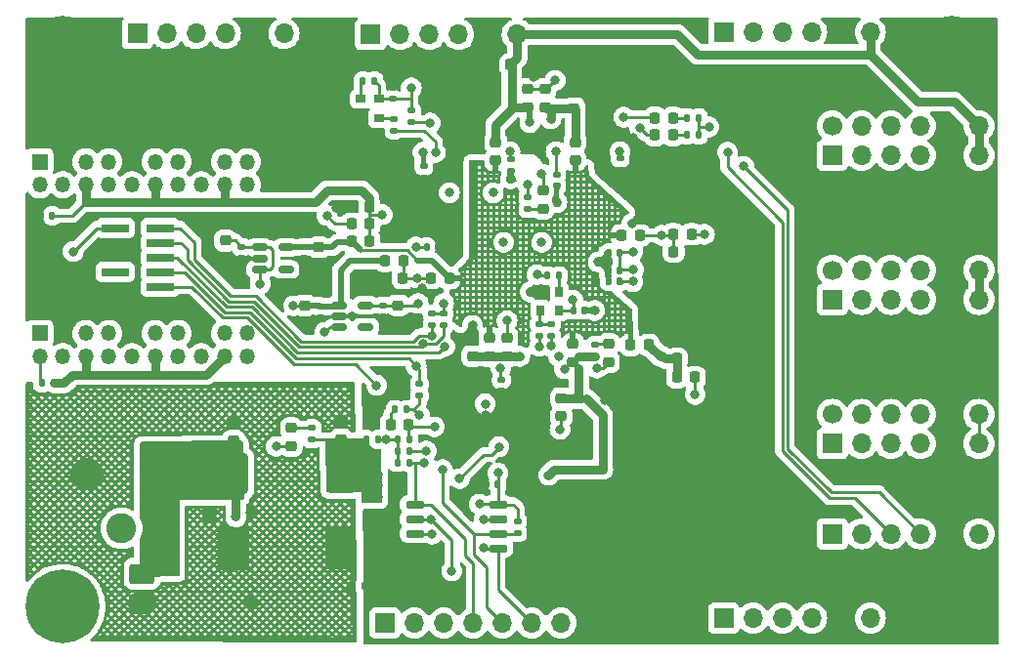
<source format=gbr>
%TF.GenerationSoftware,KiCad,Pcbnew,7.0.0*%
%TF.CreationDate,2023-03-27T16:14:06-06:00*%
%TF.ProjectId,FPGA_2,46504741-5f32-42e6-9b69-6361645f7063,rev?*%
%TF.SameCoordinates,Original*%
%TF.FileFunction,Copper,L1,Top*%
%TF.FilePolarity,Positive*%
%FSLAX46Y46*%
G04 Gerber Fmt 4.6, Leading zero omitted, Abs format (unit mm)*
G04 Created by KiCad (PCBNEW 7.0.0) date 2023-03-27 16:14:06*
%MOMM*%
%LPD*%
G01*
G04 APERTURE LIST*
G04 Aperture macros list*
%AMRoundRect*
0 Rectangle with rounded corners*
0 $1 Rounding radius*
0 $2 $3 $4 $5 $6 $7 $8 $9 X,Y pos of 4 corners*
0 Add a 4 corners polygon primitive as box body*
4,1,4,$2,$3,$4,$5,$6,$7,$8,$9,$2,$3,0*
0 Add four circle primitives for the rounded corners*
1,1,$1+$1,$2,$3*
1,1,$1+$1,$4,$5*
1,1,$1+$1,$6,$7*
1,1,$1+$1,$8,$9*
0 Add four rect primitives between the rounded corners*
20,1,$1+$1,$2,$3,$4,$5,0*
20,1,$1+$1,$4,$5,$6,$7,0*
20,1,$1+$1,$6,$7,$8,$9,0*
20,1,$1+$1,$8,$9,$2,$3,0*%
G04 Aperture macros list end*
%TA.AperFunction,ComponentPad*%
%ADD10R,2.600000X2.600000*%
%TD*%
%TA.AperFunction,ComponentPad*%
%ADD11C,2.600000*%
%TD*%
%TA.AperFunction,SMDPad,CuDef*%
%ADD12RoundRect,0.218750X0.256250X-0.218750X0.256250X0.218750X-0.256250X0.218750X-0.256250X-0.218750X0*%
%TD*%
%TA.AperFunction,SMDPad,CuDef*%
%ADD13R,2.400000X0.740000*%
%TD*%
%TA.AperFunction,SMDPad,CuDef*%
%ADD14RoundRect,0.225000X0.250000X-0.225000X0.250000X0.225000X-0.250000X0.225000X-0.250000X-0.225000X0*%
%TD*%
%TA.AperFunction,SMDPad,CuDef*%
%ADD15RoundRect,0.218750X-0.218750X-0.256250X0.218750X-0.256250X0.218750X0.256250X-0.218750X0.256250X0*%
%TD*%
%TA.AperFunction,SMDPad,CuDef*%
%ADD16RoundRect,0.140000X-0.140000X-0.170000X0.140000X-0.170000X0.140000X0.170000X-0.140000X0.170000X0*%
%TD*%
%TA.AperFunction,SMDPad,CuDef*%
%ADD17RoundRect,0.135000X0.185000X-0.135000X0.185000X0.135000X-0.185000X0.135000X-0.185000X-0.135000X0*%
%TD*%
%TA.AperFunction,ComponentPad*%
%ADD18R,1.700000X1.700000*%
%TD*%
%TA.AperFunction,ComponentPad*%
%ADD19O,1.700000X1.700000*%
%TD*%
%TA.AperFunction,ComponentPad*%
%ADD20C,1.700000*%
%TD*%
%TA.AperFunction,SMDPad,CuDef*%
%ADD21RoundRect,0.225000X-0.250000X0.225000X-0.250000X-0.225000X0.250000X-0.225000X0.250000X0.225000X0*%
%TD*%
%TA.AperFunction,SMDPad,CuDef*%
%ADD22RoundRect,0.135000X-0.135000X-0.185000X0.135000X-0.185000X0.135000X0.185000X-0.135000X0.185000X0*%
%TD*%
%TA.AperFunction,SMDPad,CuDef*%
%ADD23RoundRect,0.140000X0.170000X-0.140000X0.170000X0.140000X-0.170000X0.140000X-0.170000X-0.140000X0*%
%TD*%
%TA.AperFunction,SMDPad,CuDef*%
%ADD24RoundRect,0.140000X-0.170000X0.140000X-0.170000X-0.140000X0.170000X-0.140000X0.170000X0.140000X0*%
%TD*%
%TA.AperFunction,SMDPad,CuDef*%
%ADD25RoundRect,0.135000X-0.185000X0.135000X-0.185000X-0.135000X0.185000X-0.135000X0.185000X0.135000X0*%
%TD*%
%TA.AperFunction,ComponentPad*%
%ADD26R,1.350000X1.350000*%
%TD*%
%TA.AperFunction,ComponentPad*%
%ADD27O,1.350000X1.350000*%
%TD*%
%TA.AperFunction,SMDPad,CuDef*%
%ADD28RoundRect,0.135000X0.135000X0.185000X-0.135000X0.185000X-0.135000X-0.185000X0.135000X-0.185000X0*%
%TD*%
%TA.AperFunction,SMDPad,CuDef*%
%ADD29RoundRect,0.140000X0.140000X0.170000X-0.140000X0.170000X-0.140000X-0.170000X0.140000X-0.170000X0*%
%TD*%
%TA.AperFunction,SMDPad,CuDef*%
%ADD30RoundRect,0.225000X0.225000X0.250000X-0.225000X0.250000X-0.225000X-0.250000X0.225000X-0.250000X0*%
%TD*%
%TA.AperFunction,SMDPad,CuDef*%
%ADD31R,0.850000X0.650000*%
%TD*%
%TA.AperFunction,ComponentPad*%
%ADD32RoundRect,0.250000X-0.845000X0.620000X-0.845000X-0.620000X0.845000X-0.620000X0.845000X0.620000X0*%
%TD*%
%TA.AperFunction,ComponentPad*%
%ADD33O,2.190000X1.740000*%
%TD*%
%TA.AperFunction,SMDPad,CuDef*%
%ADD34RoundRect,0.225000X-0.225000X-0.250000X0.225000X-0.250000X0.225000X0.250000X-0.225000X0.250000X0*%
%TD*%
%TA.AperFunction,SMDPad,CuDef*%
%ADD35RoundRect,0.218750X-0.256250X0.218750X-0.256250X-0.218750X0.256250X-0.218750X0.256250X0.218750X0*%
%TD*%
%TA.AperFunction,SMDPad,CuDef*%
%ADD36RoundRect,0.150000X-0.650000X-0.150000X0.650000X-0.150000X0.650000X0.150000X-0.650000X0.150000X0*%
%TD*%
%TA.AperFunction,SMDPad,CuDef*%
%ADD37RoundRect,0.250000X-1.000000X1.500000X-1.000000X-1.500000X1.000000X-1.500000X1.000000X1.500000X0*%
%TD*%
%TA.AperFunction,ComponentPad*%
%ADD38C,3.600000*%
%TD*%
%TA.AperFunction,ConnectorPad*%
%ADD39C,6.400000*%
%TD*%
%TA.AperFunction,SMDPad,CuDef*%
%ADD40R,0.650000X0.850000*%
%TD*%
%TA.AperFunction,SMDPad,CuDef*%
%ADD41RoundRect,0.218750X0.218750X0.256250X-0.218750X0.256250X-0.218750X-0.256250X0.218750X-0.256250X0*%
%TD*%
%TA.AperFunction,SMDPad,CuDef*%
%ADD42RoundRect,0.150000X-0.512500X-0.150000X0.512500X-0.150000X0.512500X0.150000X-0.512500X0.150000X0*%
%TD*%
%TA.AperFunction,ViaPad*%
%ADD43C,0.800000*%
%TD*%
%TA.AperFunction,Conductor*%
%ADD44C,0.750000*%
%TD*%
%TA.AperFunction,Conductor*%
%ADD45C,0.250000*%
%TD*%
%TA.AperFunction,Conductor*%
%ADD46C,0.500000*%
%TD*%
%TA.AperFunction,Conductor*%
%ADD47C,0.400000*%
%TD*%
G04 APERTURE END LIST*
D10*
%TO.P,J10,1*%
%TO.N,Net-(J14-Pin_1)*%
X64375551Y-138049999D03*
D11*
%TO.P,J10,2*%
%TO.N,Net-(J14-Pin_2)*%
X58375552Y-138050000D03*
%TO.P,J10,3*%
%TO.N,N/C*%
X61375552Y-142750000D03*
%TD*%
D12*
%TO.P,L1,1,1*%
%TO.N,/FPGA_B/VCio3D*%
X96575552Y-106237500D03*
%TO.P,L1,2,2*%
%TO.N,+3.3V*%
X96575552Y-104662500D03*
%TD*%
D13*
%TO.P,J6,1,Pin_1*%
%TO.N,+3.3V*%
X60825551Y-116709999D03*
%TO.P,J6,2,Pin_2*%
%TO.N,/FPGA_A/TMS*%
X64725551Y-116709999D03*
%TO.P,J6,3,Pin_3*%
%TO.N,GND*%
X60825551Y-117979999D03*
%TO.P,J6,4,Pin_4*%
%TO.N,/FPGA_A/TCK*%
X64725551Y-117979999D03*
%TO.P,J6,5,Pin_5*%
%TO.N,GND*%
X60825551Y-119249999D03*
%TO.P,J6,6,Pin_6*%
%TO.N,/FPGA_A/TDO*%
X64725551Y-119249999D03*
%TO.P,J6,7,Pin_7*%
%TO.N,unconnected-(J6-Pin_7-Pad7)*%
X60825551Y-120519999D03*
%TO.P,J6,8,Pin_8*%
%TO.N,/FPGA_A/TDI*%
X64725551Y-120519999D03*
%TO.P,J6,9,Pin_9*%
%TO.N,GND*%
X60825551Y-121789999D03*
%TO.P,J6,10,Pin_10*%
%TO.N,/FPGA_A/~{CRESET}*%
X64725551Y-121789999D03*
%TD*%
D12*
%TO.P,L12,1,1*%
%TO.N,/FPGA_A/VCCIO1B*%
X94775552Y-127837500D03*
%TO.P,L12,2,2*%
%TO.N,+3.3V*%
X94775552Y-126262500D03*
%TD*%
D14*
%TO.P,C3,1*%
%TO.N,/FPGA_B/VCCIO3B*%
X100575552Y-106325000D03*
%TO.P,C3,2*%
%TO.N,GND*%
X100575552Y-104775000D03*
%TD*%
D15*
%TO.P,D2,1,K*%
%TO.N,Net-(D2-K)*%
X107588052Y-108650000D03*
%TO.P,D2,2,A*%
%TO.N,Net-(D2-A)*%
X109163052Y-108650000D03*
%TD*%
D16*
%TO.P,C18,1*%
%TO.N,GND*%
X103595552Y-121350000D03*
%TO.P,C18,2*%
%TO.N,+1V2*%
X104555552Y-121350000D03*
%TD*%
D17*
%TO.P,R8,1*%
%TO.N,/FPGA_A/TMS*%
X88275552Y-125160000D03*
%TO.P,R8,2*%
%TO.N,+3.3V*%
X88275552Y-124140000D03*
%TD*%
D12*
%TO.P,L4,1,1*%
%TO.N,+2V5*%
X100675552Y-110837500D03*
%TO.P,L4,2,2*%
%TO.N,/FPGA_B/VCCIO3B*%
X100675552Y-109262500D03*
%TD*%
D18*
%TO.P,J4,1,Pin_1*%
%TO.N,Net-(J4-Pin_1)*%
X122950551Y-110399999D03*
D19*
%TO.P,J4,2,Pin_2*%
%TO.N,Net-(J4-Pin_2)*%
X125490551Y-110399999D03*
%TO.P,J4,3,Pin_3*%
%TO.N,Net-(J4-Pin_3)*%
X128030551Y-110399999D03*
%TO.P,J4,4,Pin_4*%
%TO.N,Net-(J4-Pin_4)*%
X130570551Y-110399999D03*
%TO.P,J4,5,Pin_5*%
%TO.N,GND*%
X133110551Y-110399999D03*
%TO.P,J4,6,Pin_6*%
%TO.N,/FPGA_B/VCio3D*%
X135650551Y-110399999D03*
D20*
%TO.P,J4,7,Pin_7*%
%TO.N,Net-(J4-Pin_7)*%
X122950552Y-107860000D03*
D19*
%TO.P,J4,8,Pin_8*%
%TO.N,Net-(J4-Pin_8)*%
X125490551Y-107859999D03*
%TO.P,J4,9,Pin_9*%
%TO.N,Net-(J4-Pin_9)*%
X128030551Y-107859999D03*
%TO.P,J4,10,Pin_10*%
%TO.N,Net-(J4-Pin_10)*%
X130570551Y-107859999D03*
%TO.P,J4,11,Pin_11*%
%TO.N,GND*%
X133110551Y-107859999D03*
%TO.P,J4,12,Pin_12*%
%TO.N,/FPGA_B/VCio3D*%
X135650551Y-107859999D03*
%TD*%
D14*
%TO.P,C28,1*%
%TO.N,Net-(J14-Pin_1)*%
X71075552Y-135125000D03*
%TO.P,C28,2*%
%TO.N,Net-(J14-Pin_2)*%
X71075552Y-133575000D03*
%TD*%
D12*
%TO.P,L2,1,1*%
%TO.N,/FPGA_B/VCCIO3B*%
X98075552Y-106237500D03*
%TO.P,L2,2,2*%
%TO.N,+3.3V*%
X98075552Y-104662500D03*
%TD*%
D18*
%TO.P,J11,1,Pin_1*%
%TO.N,Net-(J11-Pin_1)*%
X122950551Y-143224999D03*
D19*
%TO.P,J11,2,Pin_2*%
%TO.N,Net-(J11-Pin_2)*%
X125490551Y-143224999D03*
%TO.P,J11,3,Pin_3*%
%TO.N,Net-(J11-Pin_3)*%
X128030551Y-143224999D03*
%TO.P,J11,4,Pin_4*%
%TO.N,Net-(J11-Pin_4)*%
X130570551Y-143224999D03*
%TO.P,J11,5,Pin_5*%
%TO.N,GND*%
X133110551Y-143224999D03*
%TO.P,J11,6,Pin_6*%
%TO.N,+3.3V*%
X135650551Y-143224999D03*
%TD*%
D21*
%TO.P,C27,1*%
%TO.N,/FPGA_A/VCVIO1C*%
X100975552Y-131475000D03*
%TO.P,C27,2*%
%TO.N,GND*%
X100975552Y-133025000D03*
%TD*%
D22*
%TO.P,R3,1*%
%TO.N,Net-(D1-A)*%
X110365552Y-107150000D03*
%TO.P,R3,2*%
%TO.N,+3.3V*%
X111385552Y-107150000D03*
%TD*%
D23*
%TO.P,C25,1*%
%TO.N,GND*%
X94275552Y-130830000D03*
%TO.P,C25,2*%
%TO.N,+1V2*%
X94275552Y-129870000D03*
%TD*%
D24*
%TO.P,C5,1*%
%TO.N,+3.3V*%
X95075552Y-110770000D03*
%TO.P,C5,2*%
%TO.N,GND*%
X95075552Y-111730000D03*
%TD*%
D18*
%TO.P,J9,1,Pin_1*%
%TO.N,Net-(J9-Pin_1)*%
X122950551Y-135399999D03*
D19*
%TO.P,J9,2,Pin_2*%
%TO.N,Net-(J9-Pin_2)*%
X125490551Y-135399999D03*
%TO.P,J9,3,Pin_3*%
%TO.N,Net-(J9-Pin_3)*%
X128030551Y-135399999D03*
%TO.P,J9,4,Pin_4*%
%TO.N,Net-(J9-Pin_4)*%
X130570551Y-135399999D03*
%TO.P,J9,5,Pin_5*%
%TO.N,GND*%
X133110551Y-135399999D03*
%TO.P,J9,6,Pin_6*%
%TO.N,/FPGA_B/VCio1E*%
X135650551Y-135399999D03*
D20*
%TO.P,J9,7,Pin_7*%
%TO.N,Net-(J9-Pin_7)*%
X122950552Y-132860000D03*
D19*
%TO.P,J9,8,Pin_8*%
%TO.N,Net-(J9-Pin_8)*%
X125490551Y-132859999D03*
%TO.P,J9,9,Pin_9*%
%TO.N,Net-(J9-Pin_9)*%
X128030551Y-132859999D03*
%TO.P,J9,10,Pin_10*%
%TO.N,Net-(J9-Pin_10)*%
X130570551Y-132859999D03*
%TO.P,J9,11,Pin_11*%
%TO.N,GND*%
X133110551Y-132859999D03*
%TO.P,J9,12,Pin_12*%
%TO.N,/FPGA_B/VCio1E*%
X135650551Y-132859999D03*
%TD*%
D14*
%TO.P,C24,1*%
%TO.N,/FPGA_A/VCCIO1B*%
X91775552Y-127825000D03*
%TO.P,C24,2*%
%TO.N,GND*%
X91775552Y-126275000D03*
%TD*%
D15*
%TO.P,L14,1,1*%
%TO.N,+2V5*%
X105488052Y-126850000D03*
%TO.P,L14,2,2*%
%TO.N,/FPGA_B/VCio1E*%
X107063052Y-126850000D03*
%TD*%
D14*
%TO.P,C29,1*%
%TO.N,Net-(D101-A)*%
X80375552Y-135025000D03*
%TO.P,C29,2*%
%TO.N,Net-(J14-Pin_2)*%
X80375552Y-133475000D03*
%TD*%
D22*
%TO.P,R7,1*%
%TO.N,+3.3V*%
X98265552Y-120850000D03*
%TO.P,R7,2*%
%TO.N,Net-(U4-Standby)*%
X99285552Y-120850000D03*
%TD*%
D16*
%TO.P,C34,1*%
%TO.N,GND*%
X54395552Y-115650000D03*
%TO.P,C34,2*%
%TO.N,/FPGA_B/VCio4A*%
X55355552Y-115650000D03*
%TD*%
D25*
%TO.P,R21,1*%
%TO.N,+3.3V*%
X95675552Y-142140000D03*
%TO.P,R21,2*%
%TO.N,/FPGA_A/SPI_SCLK*%
X95675552Y-143160000D03*
%TD*%
D26*
%TO.P,J8,1,Pin_1*%
%TO.N,Net-(J8-Pin_1)*%
X54275551Y-125849999D03*
D27*
%TO.P,J8,2,Pin_2*%
%TO.N,Net-(J8-Pin_2)*%
X54275551Y-127849999D03*
%TO.P,J8,3,Pin_3*%
%TO.N,GND*%
X56275551Y-125849999D03*
%TO.P,J8,4,Pin_4*%
%TO.N,/FPGA_B/TXP00*%
X56275551Y-127849999D03*
%TO.P,J8,5,Pin_5*%
%TO.N,/FPGA_B/TXN00*%
X58275551Y-125849999D03*
%TO.P,J8,6,Pin_6*%
%TO.N,/FPGA_B/VCio4B*%
X58275551Y-127849999D03*
%TO.P,J8,7,Pin_7*%
%TO.N,/FPGA_B/TXN02*%
X60275551Y-125849999D03*
%TO.P,J8,8,Pin_8*%
%TO.N,/FPGA_B/TXP02*%
X60275551Y-127849999D03*
%TO.P,J8,9,Pin_9*%
%TO.N,GND*%
X62275551Y-125849999D03*
%TO.P,J8,10,Pin_10*%
%TO.N,/FPGA_B/TXP04*%
X62275551Y-127849999D03*
%TO.P,J8,11,Pin_11*%
%TO.N,/FPGA_B/TXN04*%
X64275551Y-125849999D03*
%TO.P,J8,12,Pin_12*%
%TO.N,/FPGA_B/VCio4B*%
X64275551Y-127849999D03*
%TO.P,J8,13,Pin_13*%
%TO.N,/FPGA_B/TXN06*%
X66275551Y-125849999D03*
%TO.P,J8,14,Pin_14*%
%TO.N,/FPGA_B/TXP06*%
X66275551Y-127849999D03*
%TO.P,J8,15,Pin_15*%
%TO.N,GND*%
X68275551Y-125849999D03*
%TO.P,J8,16,Pin_16*%
%TO.N,/FPGA_B/TXP09*%
X68275551Y-127849999D03*
%TO.P,J8,17,Pin_17*%
%TO.N,/FPGA_B/TXN09*%
X70275551Y-125849999D03*
%TO.P,J8,18,Pin_18*%
%TO.N,/FPGA_B/VCio4B*%
X70275551Y-127849999D03*
%TO.P,J8,19,Pin_19*%
%TO.N,/FPGA_B/TXN11*%
X72275551Y-125849999D03*
%TO.P,J8,20,Pin_20*%
%TO.N,/FPGA_B/TXP11*%
X72275551Y-127849999D03*
%TD*%
D28*
%TO.P,R13,1*%
%TO.N,/FPGA_B/VCio4B*%
X55485552Y-130150000D03*
%TO.P,R13,2*%
%TO.N,Net-(J8-Pin_2)*%
X54465552Y-130150000D03*
%TD*%
D24*
%TO.P,C10,1*%
%TO.N,+3.3V*%
X71775552Y-118370000D03*
%TO.P,C10,2*%
%TO.N,GND*%
X71775552Y-119330000D03*
%TD*%
D29*
%TO.P,C30,1*%
%TO.N,+3.3V*%
X93955552Y-138950000D03*
%TO.P,C30,2*%
%TO.N,GND*%
X92995552Y-138950000D03*
%TD*%
D22*
%TO.P,R19,1*%
%TO.N,+3.3V*%
X85265552Y-137050000D03*
%TO.P,R19,2*%
%TO.N,/FPGA_A/SPI_SS*%
X86285552Y-137050000D03*
%TD*%
D16*
%TO.P,C17,1*%
%TO.N,GND*%
X103595552Y-120350000D03*
%TO.P,C17,2*%
%TO.N,+1V2*%
X104555552Y-120350000D03*
%TD*%
D18*
%TO.P,J13,1,Pin_1*%
%TO.N,+3.3V*%
X84200551Y-150949999D03*
D19*
%TO.P,J13,2,Pin_2*%
%TO.N,/FPGA_A/~{CRESET}*%
X86740551Y-150949999D03*
%TO.P,J13,3,Pin_3*%
%TO.N,/FPGA_A/CDONE*%
X89280551Y-150949999D03*
%TO.P,J13,4,Pin_4*%
%TO.N,/FPGA_A/SPI_SS*%
X91820551Y-150949999D03*
%TO.P,J13,5,Pin_5*%
%TO.N,/FPGA_A/SPI_SCLK*%
X94360551Y-150949999D03*
%TO.P,J13,6,Pin_6*%
%TO.N,/FPGA_A/SPI_MOSI*%
X96900551Y-150949999D03*
%TO.P,J13,7,Pin_7*%
%TO.N,/FPGA_A/SPI_MISO*%
X99440551Y-150949999D03*
%TO.P,J13,8,Pin_8*%
%TO.N,GND*%
X101980551Y-150949999D03*
%TD*%
D30*
%TO.P,C7,1*%
%TO.N,/FPGA_B/VCio4A*%
X82850552Y-114850000D03*
%TO.P,C7,2*%
%TO.N,GND*%
X81300552Y-114850000D03*
%TD*%
D31*
%TO.P,U1,1,Standby*%
%TO.N,Net-(U1-Standby)*%
X82100551Y-105524999D03*
%TO.P,U1,2,GND*%
%TO.N,GND*%
X82100551Y-107174999D03*
%TO.P,U1,3,Out*%
%TO.N,Net-(U1-Out)*%
X83650551Y-107174999D03*
%TO.P,U1,4,VDD*%
%TO.N,+3.3V*%
X83650551Y-105524999D03*
%TD*%
D21*
%TO.P,C9,1*%
%TO.N,+3.3V*%
X70375552Y-117800000D03*
%TO.P,C9,2*%
%TO.N,GND*%
X70375552Y-119350000D03*
%TD*%
D18*
%TO.P,J1,1,Pin_1*%
%TO.N,Net-(J1-Pin_1)*%
X113550551Y-99724999D03*
D19*
%TO.P,J1,2,Pin_2*%
%TO.N,Net-(J1-Pin_2)*%
X116090551Y-99724999D03*
%TO.P,J1,3,Pin_3*%
%TO.N,Net-(J1-Pin_3)*%
X118630551Y-99724999D03*
%TO.P,J1,4,Pin_4*%
%TO.N,Net-(J1-Pin_4)*%
X121170551Y-99724999D03*
%TO.P,J1,5,Pin_5*%
%TO.N,GND*%
X123710551Y-99724999D03*
%TO.P,J1,6,Pin_6*%
%TO.N,/FPGA_B/VCio3D*%
X126250551Y-99724999D03*
%TD*%
D24*
%TO.P,C21,1*%
%TO.N,+1V2*%
X84038052Y-123420000D03*
%TO.P,C21,2*%
%TO.N,GND*%
X84038052Y-124380000D03*
%TD*%
D32*
%TO.P,J14,1,Pin_1*%
%TO.N,Net-(J14-Pin_1)*%
X63155552Y-146680000D03*
D33*
%TO.P,J14,2,Pin_2*%
%TO.N,Net-(J14-Pin_2)*%
X63155551Y-149219999D03*
%TD*%
D15*
%TO.P,L6,1,1*%
%TO.N,+2V5*%
X104688052Y-117350000D03*
%TO.P,L6,2,2*%
%TO.N,/FPGA_B/VCio3A*%
X106263052Y-117350000D03*
%TD*%
D29*
%TO.P,C13,1*%
%TO.N,GND*%
X88755552Y-118350000D03*
%TO.P,C13,2*%
%TO.N,+1V2*%
X87795552Y-118350000D03*
%TD*%
D25*
%TO.P,R14,1*%
%TO.N,/FPGA_A/TDI*%
X87175552Y-130240000D03*
%TO.P,R14,2*%
%TO.N,+3.3V*%
X87175552Y-131260000D03*
%TD*%
D34*
%TO.P,C26,1*%
%TO.N,/FPGA_B/VCio1E*%
X109500552Y-128050000D03*
%TO.P,C26,2*%
%TO.N,GND*%
X111050552Y-128050000D03*
%TD*%
D28*
%TO.P,R20,1*%
%TO.N,Net-(U101A-GPIOL_04_CSI)*%
X86285552Y-136050000D03*
%TO.P,R20,2*%
%TO.N,+3.3V*%
X85265552Y-136050000D03*
%TD*%
D18*
%TO.P,J12,1,Pin_1*%
%TO.N,Net-(J12-Pin_1)*%
X113550551Y-150524999D03*
D19*
%TO.P,J12,2,Pin_2*%
%TO.N,Net-(J12-Pin_2)*%
X116090551Y-150524999D03*
%TO.P,J12,3,Pin_3*%
%TO.N,Net-(J12-Pin_3)*%
X118630551Y-150524999D03*
%TO.P,J12,4,Pin_4*%
%TO.N,Net-(J12-Pin_4)*%
X121170551Y-150524999D03*
%TO.P,J12,5,Pin_5*%
%TO.N,GND*%
X123710551Y-150524999D03*
%TO.P,J12,6,Pin_6*%
%TO.N,+3.3V*%
X126250551Y-150524999D03*
%TD*%
D15*
%TO.P,L8,1,1*%
%TO.N,+2V5*%
X81288052Y-117850000D03*
%TO.P,L8,2,2*%
%TO.N,/FPGA_B/VCio4A*%
X82863052Y-117850000D03*
%TD*%
D12*
%TO.P,D4,1,K*%
%TO.N,Net-(D4-K)*%
X103575552Y-128337500D03*
%TO.P,D4,2,A*%
%TO.N,Net-(D4-A)*%
X103575552Y-126762500D03*
%TD*%
D17*
%TO.P,R10,1*%
%TO.N,Net-(U101B-GPIOL_24_CLK0)*%
X97575552Y-126060000D03*
%TO.P,R10,2*%
%TO.N,CLK66*%
X97575552Y-125040000D03*
%TD*%
D22*
%TO.P,R15,1*%
%TO.N,Net-(D6-A)*%
X85065552Y-132450000D03*
%TO.P,R15,2*%
%TO.N,+3.3V*%
X86085552Y-132450000D03*
%TD*%
D17*
%TO.P,R2,1*%
%TO.N,Net-(U101H-GPIOR_158_TEST_N)*%
X86475552Y-107560000D03*
%TO.P,R2,2*%
%TO.N,+3.3V*%
X86475552Y-106540000D03*
%TD*%
D25*
%TO.P,R16,1*%
%TO.N,Net-(D5-A)*%
X77875552Y-134040000D03*
%TO.P,R16,2*%
%TO.N,Net-(D101-A)*%
X77875552Y-135060000D03*
%TD*%
D35*
%TO.P,D3,1,K*%
%TO.N,Net-(D3-K)*%
X97875552Y-113462500D03*
%TO.P,D3,2,A*%
%TO.N,Net-(D3-A)*%
X97875552Y-115037500D03*
%TD*%
D22*
%TO.P,R18,1*%
%TO.N,+3.3V*%
X85265552Y-135050000D03*
%TO.P,R18,2*%
%TO.N,/FPGA_A/CDONE*%
X86285552Y-135050000D03*
%TD*%
D36*
%TO.P,U5,1,~{CS}*%
%TO.N,/FPGA_A/SPI_SS*%
X86800352Y-140669800D03*
%TO.P,U5,2,DO(IO1)*%
%TO.N,/FPGA_A/SPI_MISO*%
X86800352Y-141939800D03*
%TO.P,U5,3,IO2*%
%TO.N,/FPGA_A/SPI_DQ3*%
X86800352Y-143209800D03*
%TO.P,U5,4,GND*%
%TO.N,GND*%
X86800352Y-144479800D03*
%TO.P,U5,5,DI(IO0)*%
%TO.N,/FPGA_A/SPI_MOSI*%
X94000352Y-144479800D03*
%TO.P,U5,6,CLK*%
%TO.N,/FPGA_A/SPI_SCLK*%
X94000352Y-143209800D03*
%TO.P,U5,7,IO3*%
%TO.N,/FPGA_A/SPI_DQ2*%
X94000352Y-141939800D03*
%TO.P,U5,8,VCC*%
%TO.N,+3.3V*%
X94000352Y-140669800D03*
%TD*%
D37*
%TO.P,C32,1*%
%TO.N,Net-(D101-A)*%
X80375552Y-137942500D03*
%TO.P,C32,2*%
%TO.N,Net-(J14-Pin_2)*%
X80375552Y-144442500D03*
%TD*%
D16*
%TO.P,C14,1*%
%TO.N,GND*%
X103595552Y-118850000D03*
%TO.P,C14,2*%
%TO.N,+1V2*%
X104555552Y-118850000D03*
%TD*%
D24*
%TO.P,C19,1*%
%TO.N,+3.3V*%
X78638052Y-123520000D03*
%TO.P,C19,2*%
%TO.N,GND*%
X78638052Y-124480000D03*
%TD*%
D25*
%TO.P,R12,1*%
%TO.N,Net-(D4-A)*%
X102375552Y-126840000D03*
%TO.P,R12,2*%
%TO.N,/FPGA_A/VCVIO1C*%
X102375552Y-127860000D03*
%TD*%
D38*
%TO.P,H2,1,1*%
%TO.N,GND*%
X133275552Y-101550000D03*
D39*
X133275552Y-101550000D03*
%TD*%
D37*
%TO.P,C31,1*%
%TO.N,Net-(J14-Pin_1)*%
X71075552Y-138000000D03*
%TO.P,C31,2*%
%TO.N,Net-(J14-Pin_2)*%
X71075552Y-144500000D03*
%TD*%
D22*
%TO.P,R5,1*%
%TO.N,Net-(D2-A)*%
X110365552Y-108650000D03*
%TO.P,R5,2*%
%TO.N,+3.3V*%
X111385552Y-108650000D03*
%TD*%
D21*
%TO.P,C22,1*%
%TO.N,+1V2*%
X85338052Y-123425000D03*
%TO.P,C22,2*%
%TO.N,GND*%
X85338052Y-124975000D03*
%TD*%
D40*
%TO.P,U4,1,Standby*%
%TO.N,Net-(U4-Standby)*%
X99300551Y-122274999D03*
%TO.P,U4,2,GND*%
%TO.N,GND*%
X97650551Y-122274999D03*
%TO.P,U4,3,Out*%
%TO.N,CLK66*%
X97650551Y-123824999D03*
%TO.P,U4,4,VDD*%
%TO.N,+3.3V*%
X99300551Y-123824999D03*
%TD*%
D28*
%TO.P,R1,1*%
%TO.N,+3.3V*%
X83285552Y-103950000D03*
%TO.P,R1,2*%
%TO.N,Net-(U1-Standby)*%
X82265552Y-103950000D03*
%TD*%
D38*
%TO.P,H4,1,1*%
%TO.N,GND*%
X133275552Y-149550000D03*
D39*
X133275552Y-149550000D03*
%TD*%
D41*
%TO.P,D6,1,K*%
%TO.N,/FPGA_A/CDONE*%
X86263052Y-133750000D03*
%TO.P,D6,2,A*%
%TO.N,Net-(D6-A)*%
X84688052Y-133750000D03*
%TD*%
D23*
%TO.P,C4,1*%
%TO.N,GND*%
X87575552Y-112330000D03*
%TO.P,C4,2*%
%TO.N,+1V2*%
X87575552Y-111370000D03*
%TD*%
D17*
%TO.P,R11,1*%
%TO.N,Net-(U101B-GPIOL_25_CLK1)*%
X98575552Y-126060000D03*
%TO.P,R11,2*%
%TO.N,CLK66*%
X98575552Y-125040000D03*
%TD*%
D28*
%TO.P,R22,1*%
%TO.N,GND*%
X82385552Y-147750000D03*
%TO.P,R22,2*%
%TO.N,Net-(J14-Pin_2)*%
X81365552Y-147750000D03*
%TD*%
D24*
%TO.P,C11,1*%
%TO.N,+2V5*%
X77175552Y-118370000D03*
%TO.P,C11,2*%
%TO.N,GND*%
X77175552Y-119330000D03*
%TD*%
D18*
%TO.P,J2,1,Pin_1*%
%TO.N,/FPGA_A/CTS*%
X62735551Y-99849999D03*
D19*
%TO.P,J2,2,Pin_2*%
%TO.N,/FPGA_A/TxD*%
X65275551Y-99849999D03*
%TO.P,J2,3,Pin_3*%
%TO.N,/FPGA_A/RxD*%
X67815551Y-99849999D03*
%TO.P,J2,4,Pin_4*%
%TO.N,/FPGA_A/RTS*%
X70355551Y-99849999D03*
%TO.P,J2,5,Pin_5*%
%TO.N,GND*%
X72895551Y-99849999D03*
%TO.P,J2,6,Pin_6*%
%TO.N,+3.3V*%
X75435551Y-99849999D03*
%TD*%
D15*
%TO.P,L7,1,1*%
%TO.N,/FPGA_B/VCio3A*%
X109188052Y-117250000D03*
%TO.P,L7,2,2*%
%TO.N,+3.3V*%
X110763052Y-117250000D03*
%TD*%
D41*
%TO.P,L5,1,1*%
%TO.N,/FPGA_B/VCio4A*%
X82863052Y-116350000D03*
%TO.P,L5,2,2*%
%TO.N,+3.3V*%
X81288052Y-116350000D03*
%TD*%
D35*
%TO.P,L13,1,1*%
%TO.N,+2V5*%
X100475552Y-126762500D03*
%TO.P,L13,2,2*%
%TO.N,/FPGA_A/VCVIO1C*%
X100475552Y-128337500D03*
%TD*%
D41*
%TO.P,L9,1,1*%
%TO.N,/FPGA_B/VCio4B*%
X85763052Y-119550000D03*
%TO.P,L9,2,2*%
%TO.N,+3.3V*%
X84188052Y-119550000D03*
%TD*%
D16*
%TO.P,C23,1*%
%TO.N,+3.3V*%
X100495552Y-123850000D03*
%TO.P,C23,2*%
%TO.N,GND*%
X101455552Y-123850000D03*
%TD*%
D21*
%TO.P,C20,1*%
%TO.N,+3.3V*%
X77238052Y-123425000D03*
%TO.P,C20,2*%
%TO.N,GND*%
X77238052Y-124975000D03*
%TD*%
D34*
%TO.P,C15,1*%
%TO.N,/FPGA_B/VCio3A*%
X109200552Y-118750000D03*
%TO.P,C15,2*%
%TO.N,GND*%
X110750552Y-118750000D03*
%TD*%
D23*
%TO.P,C2,1*%
%TO.N,+3.3V*%
X84875552Y-105530000D03*
%TO.P,C2,2*%
%TO.N,GND*%
X84875552Y-104570000D03*
%TD*%
%TO.P,C6,1*%
%TO.N,GND*%
X104575552Y-111630000D03*
%TO.P,C6,2*%
%TO.N,+1V2*%
X104575552Y-110670000D03*
%TD*%
D12*
%TO.P,L3,1,1*%
%TO.N,+2V5*%
X93775552Y-110837500D03*
%TO.P,L3,2,2*%
%TO.N,/FPGA_B/VCio3D*%
X93775552Y-109262500D03*
%TD*%
D17*
%TO.P,R9,1*%
%TO.N,/FPGA_A/TCK*%
X89275552Y-125160000D03*
%TO.P,R9,2*%
%TO.N,+3.3V*%
X89275552Y-124140000D03*
%TD*%
%TO.P,R6,1*%
%TO.N,Net-(D3-A)*%
X96575552Y-115060000D03*
%TO.P,R6,2*%
%TO.N,/FPGA_B/VCio3D*%
X96575552Y-114040000D03*
%TD*%
D18*
%TO.P,J3,1,Pin_1*%
%TO.N,Net-(J3-Pin_1)*%
X82950551Y-99924999D03*
D19*
%TO.P,J3,2,Pin_2*%
%TO.N,Net-(J3-Pin_2)*%
X85490551Y-99924999D03*
%TO.P,J3,3,Pin_3*%
%TO.N,Net-(J3-Pin_3)*%
X88030551Y-99924999D03*
%TO.P,J3,4,Pin_4*%
%TO.N,Net-(J3-Pin_4)*%
X90570551Y-99924999D03*
%TO.P,J3,5,Pin_5*%
%TO.N,GND*%
X93110551Y-99924999D03*
%TO.P,J3,6,Pin_6*%
%TO.N,/FPGA_B/VCio3D*%
X95650551Y-99924999D03*
%TD*%
D15*
%TO.P,D1,1,K*%
%TO.N,Net-(D1-K)*%
X107588052Y-107150000D03*
%TO.P,D1,2,A*%
%TO.N,Net-(D1-A)*%
X109163052Y-107150000D03*
%TD*%
D38*
%TO.P,H3,1,1*%
%TO.N,GND*%
X56275552Y-149550000D03*
D39*
X56275552Y-149550000D03*
%TD*%
D18*
%TO.P,J7,1,Pin_1*%
%TO.N,Net-(J7-Pin_1)*%
X122950551Y-122899999D03*
D19*
%TO.P,J7,2,Pin_2*%
%TO.N,Net-(J7-Pin_2)*%
X125490551Y-122899999D03*
%TO.P,J7,3,Pin_3*%
%TO.N,Net-(J7-Pin_3)*%
X128030551Y-122899999D03*
%TO.P,J7,4,Pin_4*%
%TO.N,Net-(J7-Pin_4)*%
X130570551Y-122899999D03*
%TO.P,J7,5,Pin_5*%
%TO.N,GND*%
X133110551Y-122899999D03*
%TO.P,J7,6,Pin_6*%
%TO.N,/FPGA_B/VCio3A*%
X135650551Y-122899999D03*
D20*
%TO.P,J7,7,Pin_7*%
%TO.N,Net-(J7-Pin_7)*%
X122950552Y-120360000D03*
D19*
%TO.P,J7,8,Pin_8*%
%TO.N,Net-(J7-Pin_8)*%
X125490551Y-120359999D03*
%TO.P,J7,9,Pin_9*%
%TO.N,Net-(J7-Pin_9)*%
X128030551Y-120359999D03*
%TO.P,J7,10,Pin_10*%
%TO.N,Net-(J7-Pin_10)*%
X130570551Y-120359999D03*
%TO.P,J7,11,Pin_11*%
%TO.N,GND*%
X133110551Y-120359999D03*
%TO.P,J7,12,Pin_12*%
%TO.N,/FPGA_B/VCio3A*%
X135650551Y-120359999D03*
%TD*%
D12*
%TO.P,D5,1,K*%
%TO.N,GND*%
X76075552Y-135637500D03*
%TO.P,D5,2,A*%
%TO.N,Net-(D5-A)*%
X76075552Y-134062500D03*
%TD*%
D38*
%TO.P,H1,1,1*%
%TO.N,GND*%
X56275552Y-101550000D03*
D39*
X56275552Y-101550000D03*
%TD*%
D21*
%TO.P,C12,1*%
%TO.N,+2V5*%
X78475552Y-118375000D03*
%TO.P,C12,2*%
%TO.N,GND*%
X78475552Y-119925000D03*
%TD*%
D30*
%TO.P,C16,1*%
%TO.N,/FPGA_B/VCio4B*%
X85750552Y-121050000D03*
%TO.P,C16,2*%
%TO.N,GND*%
X84200552Y-121050000D03*
%TD*%
D42*
%TO.P,U2,1,IN*%
%TO.N,+3.3V*%
X73338052Y-118400000D03*
%TO.P,U2,2,GND*%
%TO.N,GND*%
X73338052Y-119350000D03*
%TO.P,U2,3,EN*%
%TO.N,+3.3V*%
X73338052Y-120300000D03*
%TO.P,U2,4,NC*%
%TO.N,unconnected-(U2-NC-Pad4)*%
X75613052Y-120300000D03*
%TO.P,U2,5,OUT*%
%TO.N,+2V5*%
X75613052Y-118400000D03*
%TD*%
D30*
%TO.P,C1,1*%
%TO.N,/FPGA_B/VCio3D*%
X95050552Y-102550000D03*
%TO.P,C1,2*%
%TO.N,GND*%
X93500552Y-102550000D03*
%TD*%
D35*
%TO.P,L11,1,1*%
%TO.N,+2V5*%
X93275552Y-126262500D03*
%TO.P,L11,2,2*%
%TO.N,/FPGA_A/VCCIO1B*%
X93275552Y-127837500D03*
%TD*%
D15*
%TO.P,L15,1,1*%
%TO.N,/FPGA_B/VCio1E*%
X109488052Y-129650000D03*
%TO.P,L15,2,2*%
%TO.N,+3.3V*%
X111063052Y-129650000D03*
%TD*%
D17*
%TO.P,R4,1*%
%TO.N,Net-(U101H-GPIOR_157_PLLIN)*%
X84975552Y-108260000D03*
%TO.P,R4,2*%
%TO.N,Net-(U1-Out)*%
X84975552Y-107240000D03*
%TD*%
D23*
%TO.P,C8,1*%
%TO.N,GND*%
X99075552Y-113030000D03*
%TO.P,C8,2*%
%TO.N,+1V2*%
X99075552Y-112070000D03*
%TD*%
D26*
%TO.P,J5,1,Pin_1*%
%TO.N,/FPGA_B/RXN00*%
X54275551Y-110949999D03*
D27*
%TO.P,J5,2,Pin_2*%
%TO.N,/FPGA_B/RXP00*%
X54275551Y-112949999D03*
%TO.P,J5,3,Pin_3*%
%TO.N,GND*%
X56275551Y-110949999D03*
%TO.P,J5,4,Pin_4*%
%TO.N,/FPGA_B/RXP02*%
X56275551Y-112949999D03*
%TO.P,J5,5,Pin_5*%
%TO.N,/FPGA_B/RXN02*%
X58275551Y-110949999D03*
%TO.P,J5,6,Pin_6*%
%TO.N,/FPGA_B/VCio4A*%
X58275551Y-112949999D03*
%TO.P,J5,7,Pin_7*%
%TO.N,/FPGA_B/RXN03*%
X60275551Y-110949999D03*
%TO.P,J5,8,Pin_8*%
%TO.N,/FPGA_B/RXP03*%
X60275551Y-112949999D03*
%TO.P,J5,9,Pin_9*%
%TO.N,GND*%
X62275551Y-110949999D03*
%TO.P,J5,10,Pin_10*%
%TO.N,/FPGA_B/RXP07*%
X62275551Y-112949999D03*
%TO.P,J5,11,Pin_11*%
%TO.N,/FPGA_B/RXN07*%
X64275551Y-110949999D03*
%TO.P,J5,12,Pin_12*%
%TO.N,/FPGA_B/VCio4A*%
X64275551Y-112949999D03*
%TO.P,J5,13,Pin_13*%
%TO.N,/FPGA_B/RXN10*%
X66275551Y-110949999D03*
%TO.P,J5,14,Pin_14*%
%TO.N,/FPGA_B/RXP10*%
X66275551Y-112949999D03*
%TO.P,J5,15,Pin_15*%
%TO.N,GND*%
X68275551Y-110949999D03*
%TO.P,J5,16,Pin_16*%
%TO.N,/FPGA_B/RXP12*%
X68275551Y-112949999D03*
%TO.P,J5,17,Pin_17*%
%TO.N,/FPGA_B/RXN12*%
X70275551Y-110949999D03*
%TO.P,J5,18,Pin_18*%
%TO.N,/FPGA_B/VCio4A*%
X70275551Y-112949999D03*
%TO.P,J5,19,Pin_19*%
%TO.N,/FPGA_B/CLKN0*%
X72275551Y-110949999D03*
%TO.P,J5,20,Pin_20*%
%TO.N,/FPGA_B/CLKP0*%
X72275551Y-112949999D03*
%TD*%
D42*
%TO.P,U3,1,IN*%
%TO.N,+3.3V*%
X80238052Y-123400000D03*
%TO.P,U3,2,GND*%
%TO.N,GND*%
X80238052Y-124350000D03*
%TO.P,U3,3,EN*%
%TO.N,+3.3V*%
X80238052Y-125300000D03*
%TO.P,U3,4,NC*%
%TO.N,unconnected-(U3-NC-Pad4)*%
X82513052Y-125300000D03*
%TO.P,U3,5,OUT*%
%TO.N,+1V2*%
X82513052Y-123400000D03*
%TD*%
D28*
%TO.P,R17,1*%
%TO.N,+3.3V*%
X83585552Y-135050000D03*
%TO.P,R17,2*%
%TO.N,Net-(D101-A)*%
X82565552Y-135050000D03*
%TD*%
D35*
%TO.P,L16,1,1*%
%TO.N,/FPGA_A/VCVIO1C*%
X99475552Y-131462500D03*
%TO.P,L16,2,2*%
%TO.N,+3.3V*%
X99475552Y-133037500D03*
%TD*%
D41*
%TO.P,L10,1,1*%
%TO.N,+2V5*%
X89763052Y-121050000D03*
%TO.P,L10,2,2*%
%TO.N,/FPGA_B/VCio4B*%
X88188052Y-121050000D03*
%TD*%
D43*
%TO.N,/FPGA_A/VCCIO1B*%
X95875552Y-127850000D03*
%TO.N,+3.3V*%
X78975552Y-125750000D03*
X79175552Y-115625499D03*
X76275552Y-123450000D03*
X84275552Y-135050000D03*
X57175552Y-118750000D03*
X95019607Y-110078530D03*
X112275552Y-107950000D03*
X97375552Y-120750000D03*
X86475552Y-104550000D03*
X99366006Y-134150000D03*
X92375552Y-140650000D03*
X111063052Y-131137500D03*
X100463459Y-122948519D03*
X89275552Y-123250000D03*
X73375552Y-121550000D03*
X94775552Y-124750000D03*
X98932245Y-103906693D03*
X92875552Y-131950000D03*
X87175552Y-132950000D03*
X111875552Y-117250000D03*
X93975552Y-137950000D03*
%TO.N,Net-(J14-Pin_1)*%
X71275552Y-141750000D03*
%TO.N,GND*%
X79975552Y-114974501D03*
X87075552Y-125050000D03*
X119375552Y-148550000D03*
X111475552Y-99050000D03*
X108475552Y-122450000D03*
X82175552Y-121750000D03*
X96775552Y-122250000D03*
X105675552Y-144250000D03*
X87435997Y-121937128D03*
X74775552Y-135650000D03*
X102175552Y-141350000D03*
X91775552Y-125150000D03*
X82075552Y-108250000D03*
X83775552Y-147750000D03*
X70375552Y-120750000D03*
X97775552Y-110350000D03*
X105675552Y-130850000D03*
X112875552Y-129450000D03*
X87575552Y-114250000D03*
X105575552Y-116350000D03*
X92175552Y-138950000D03*
X110750552Y-119650000D03*
X87675552Y-146850000D03*
X103275552Y-131650000D03*
X103045852Y-110089600D03*
X102375552Y-123850000D03*
X84875552Y-103850000D03*
X85475552Y-129350000D03*
X97042445Y-103616893D03*
X101265506Y-134073740D03*
X89675552Y-118350000D03*
X119075552Y-104050000D03*
X102675552Y-119650000D03*
X101075552Y-103750000D03*
X98275552Y-135150000D03*
X92875552Y-132950000D03*
X95075552Y-112450000D03*
X105675552Y-108850000D03*
X99100000Y-114500000D03*
X78475552Y-121150000D03*
%TO.N,/FPGA_B/VCCIO3B*%
X98575552Y-107250000D03*
%TO.N,/FPGA_A/VCVIO1C*%
X103075552Y-137650000D03*
X98375552Y-138150000D03*
X99750052Y-128905989D03*
%TO.N,Net-(J14-Pin_2)*%
X68975552Y-141650000D03*
X72675552Y-149250000D03*
X72475552Y-141350000D03*
%TO.N,/FPGA_A/SPI_DQ3*%
X88275552Y-143250000D03*
X90663503Y-138437451D03*
X94069001Y-135681150D03*
%TO.N,/FPGA_A/SPI_DQ2*%
X92775552Y-141950000D03*
%TO.N,/FPGA_A/~{CRESET}*%
X83475552Y-130350000D03*
%TO.N,Net-(D101-A)*%
X83575552Y-139050000D03*
X83575552Y-140050000D03*
X83575552Y-138050000D03*
%TO.N,/FPGA_B/VCio4A*%
X83975552Y-115550000D03*
%TO.N,/FPGA_B/VCio1E*%
X108275552Y-127850000D03*
%TO.N,/FPGA_B/VCio3A*%
X108175552Y-117350000D03*
%TO.N,/FPGA_B/VCio3D*%
X96575552Y-112950000D03*
X96750052Y-107550000D03*
%TO.N,+1V2*%
X94475552Y-117950000D03*
X105675552Y-121350000D03*
X99250052Y-127850000D03*
X86875552Y-118350000D03*
X99025354Y-110073923D03*
X104545852Y-110089600D03*
X105735952Y-120320300D03*
X97775552Y-117950000D03*
X94227481Y-128820694D03*
X93575552Y-113650000D03*
X89775552Y-113650000D03*
X87075552Y-123250000D03*
X87475552Y-110150000D03*
X105675552Y-118750000D03*
%TO.N,Net-(D1-K)*%
X104875552Y-107100500D03*
%TO.N,Net-(D2-K)*%
X106256501Y-108036671D03*
%TO.N,Net-(D3-K)*%
X97775552Y-112050000D03*
%TO.N,/FPGA_A/SPI_SS*%
X87600052Y-137033972D03*
%TO.N,/FPGA_A/CDONE*%
X88475552Y-133950000D03*
%TO.N,/FPGA_A/SPI_SCLK*%
X89175552Y-137650000D03*
%TO.N,/FPGA_A/SPI_MOSI*%
X92775552Y-144450000D03*
%TO.N,/FPGA_A/SPI_MISO*%
X88175552Y-141950000D03*
X89975552Y-146450000D03*
%TO.N,Net-(D4-K)*%
X102575552Y-128850000D03*
%TO.N,/FPGA_B/VCio4B*%
X86975552Y-121050000D03*
%TO.N,/FPGA_A/TMS*%
X88275552Y-126021101D03*
%TO.N,/FPGA_A/TCK*%
X87475552Y-126745601D03*
%TO.N,Net-(U101H-GPIOR_158_TEST_N)*%
X88113253Y-107612299D03*
%TO.N,Net-(U101H-GPIOR_157_PLLIN)*%
X88575552Y-110150000D03*
%TO.N,Net-(U101B-GPIOL_24_CLK0)*%
X97575552Y-126975305D03*
%TO.N,Net-(U101B-GPIOL_25_CLK1)*%
X98575552Y-126950000D03*
%TO.N,Net-(U101A-GPIOL_04_CSI)*%
X87775552Y-136050000D03*
%TO.N,/FPGA_A/TDI*%
X86888717Y-128656034D03*
%TO.N,/FPGA_A/TDO*%
X89368751Y-126977805D03*
%TO.N,Net-(J11-Pin_3)*%
X113875552Y-110150000D03*
%TO.N,Net-(J11-Pin_4)*%
X115275552Y-111350000D03*
%TD*%
D44*
%TO.N,/FPGA_A/VCCIO1B*%
X93275552Y-127837500D02*
X94775552Y-127837500D01*
X94775552Y-127837500D02*
X95863052Y-127837500D01*
X93275552Y-127837500D02*
X91788052Y-127837500D01*
D45*
X95863052Y-127837500D02*
X95875552Y-127850000D01*
%TO.N,+3.3V*%
X86475552Y-105530000D02*
X86475552Y-106540000D01*
X97475552Y-120850000D02*
X97375552Y-120750000D01*
X85265552Y-136050000D02*
X85265552Y-137050000D01*
X60825552Y-116710000D02*
X59215552Y-116710000D01*
X81288052Y-116350000D02*
X79875552Y-116350000D01*
X79425552Y-125300000D02*
X78975552Y-125750000D01*
X99300552Y-123825000D02*
X100470552Y-123825000D01*
X71205552Y-117800000D02*
X71775552Y-118370000D01*
X73338052Y-120300000D02*
X73338052Y-121512500D01*
X74225552Y-118400000D02*
X73338052Y-118400000D01*
X79875552Y-116350000D02*
X78975552Y-115450000D01*
X79151051Y-115625499D02*
X79175552Y-115625499D01*
X74475552Y-118650000D02*
X74225552Y-118400000D01*
X70375552Y-117800000D02*
X71205552Y-117800000D01*
D46*
X81175552Y-119550000D02*
X80375552Y-120350000D01*
D45*
X87175552Y-131950000D02*
X86675552Y-132450000D01*
X84275552Y-135050000D02*
X85265552Y-135050000D01*
X86675552Y-132450000D02*
X86085552Y-132450000D01*
X80238052Y-125300000D02*
X79425552Y-125300000D01*
X83650552Y-104315000D02*
X83285552Y-103950000D01*
X94775552Y-126262500D02*
X94775552Y-124750000D01*
X95675552Y-141050000D02*
X95675552Y-142140000D01*
X74475552Y-120050000D02*
X74475552Y-118650000D01*
X83585552Y-135050000D02*
X84275552Y-135050000D01*
X94000352Y-140669800D02*
X94000352Y-138754800D01*
X87175552Y-131260000D02*
X87175552Y-131950000D01*
X89275552Y-124140000D02*
X89275552Y-123250000D01*
X78975552Y-115450000D02*
X79151051Y-115625499D01*
X111063052Y-129650000D02*
X111063052Y-131137500D01*
X111385552Y-107950000D02*
X112275552Y-107950000D01*
X73338052Y-121512500D02*
X73375552Y-121550000D01*
X71775552Y-118370000D02*
X73308052Y-118370000D01*
X100495552Y-122980612D02*
X100463459Y-122948519D01*
D46*
X77238052Y-123425000D02*
X78543052Y-123425000D01*
D45*
X99475552Y-133037500D02*
X99475552Y-134040454D01*
X93995552Y-137970000D02*
X93975552Y-137950000D01*
X95295352Y-140669800D02*
X95675552Y-141050000D01*
X94000352Y-138754800D02*
X93995552Y-138750000D01*
X96575552Y-104662500D02*
X98075552Y-104662500D01*
X87175552Y-132950000D02*
X86675552Y-132450000D01*
X83650552Y-105525000D02*
X83650552Y-104315000D01*
X73338052Y-120300000D02*
X74225552Y-120300000D01*
D46*
X80375552Y-120350000D02*
X80375552Y-123262500D01*
D45*
X94000352Y-140669800D02*
X95295352Y-140669800D01*
X86475552Y-104750000D02*
X86475552Y-104550000D01*
X76300552Y-123425000D02*
X76275552Y-123450000D01*
X111385552Y-107950000D02*
X111385552Y-107150000D01*
X111385552Y-108650000D02*
X111385552Y-107950000D01*
X86475552Y-105530000D02*
X86475552Y-104750000D01*
X74225552Y-120300000D02*
X74475552Y-120050000D01*
X83650552Y-105525000D02*
X84870552Y-105525000D01*
X98932245Y-103906693D02*
X98176438Y-104662500D01*
X99475552Y-134040454D02*
X99366006Y-134150000D01*
X92375552Y-140650000D02*
X93980552Y-140650000D01*
X84875552Y-105530000D02*
X86475552Y-105530000D01*
X98265552Y-120850000D02*
X97475552Y-120850000D01*
X95019607Y-110078530D02*
X95019607Y-110714055D01*
X59215552Y-116710000D02*
X57175552Y-118750000D01*
X110763052Y-117250000D02*
X111875552Y-117250000D01*
X93995552Y-138750000D02*
X93995552Y-137970000D01*
X85265552Y-135050000D02*
X85265552Y-136150000D01*
D46*
X78638052Y-123520000D02*
X80118052Y-123520000D01*
D45*
X77238052Y-123425000D02*
X76300552Y-123425000D01*
X100495552Y-123850000D02*
X100495552Y-122980612D01*
D46*
X84188052Y-119550000D02*
X81175552Y-119550000D01*
D45*
X88275552Y-124140000D02*
X89275552Y-124140000D01*
D44*
%TO.N,Net-(J14-Pin_1)*%
X71275552Y-141750000D02*
X71275552Y-138200000D01*
D45*
%TO.N,GND*%
X101455552Y-123850000D02*
X102375552Y-123850000D01*
X97650552Y-122275000D02*
X96800552Y-122275000D01*
X82100552Y-108225000D02*
X82075552Y-108250000D01*
X81300552Y-114850000D02*
X80175552Y-114850000D01*
X76075552Y-135637500D02*
X74788052Y-135637500D01*
X100975552Y-133783786D02*
X101265506Y-134073740D01*
X79975552Y-115050000D02*
X79975552Y-114974501D01*
X103595552Y-120350000D02*
X103595552Y-119650000D01*
X99075552Y-113030000D02*
X99075552Y-114475552D01*
X92995552Y-138950000D02*
X92175552Y-138950000D01*
X92875552Y-132950000D02*
X92900857Y-132950000D01*
X103595552Y-120350000D02*
X103595552Y-121350000D01*
X80175552Y-114850000D02*
X79975552Y-115050000D01*
X103595552Y-119650000D02*
X102675552Y-119650000D01*
X74788052Y-135637500D02*
X74775552Y-135650000D01*
X95075552Y-111730000D02*
X95075552Y-112450000D01*
X100975552Y-133025000D02*
X100975552Y-133783786D01*
X99075552Y-114475552D02*
X99100000Y-114500000D01*
X103595552Y-119650000D02*
X103595552Y-118850000D01*
X78475552Y-120850000D02*
X78575552Y-120950000D01*
X96800552Y-122275000D02*
X96775552Y-122250000D01*
D44*
%TO.N,/FPGA_B/VCCIO3B*%
X98575552Y-107250000D02*
X98575552Y-106325000D01*
D45*
X98575552Y-106325000D02*
X98488052Y-106237500D01*
X98488052Y-106237500D02*
X98075552Y-106237500D01*
D44*
X100675552Y-109262500D02*
X100675552Y-106425000D01*
X100575552Y-106325000D02*
X98163052Y-106325000D01*
D45*
%TO.N,/FPGA_A/VCVIO1C*%
X100475552Y-128337500D02*
X100318541Y-128337500D01*
D44*
X103075552Y-137650000D02*
X98875552Y-137650000D01*
D45*
X100475552Y-128337500D02*
X100975552Y-128837500D01*
D44*
X100953052Y-127860000D02*
X102375552Y-127860000D01*
X100975552Y-128837500D02*
X100975552Y-131475000D01*
D45*
X100475552Y-128337500D02*
X100953052Y-127860000D01*
D44*
X103075552Y-132950000D02*
X101600552Y-131475000D01*
X103075552Y-137650000D02*
X103075552Y-132950000D01*
D45*
X101600552Y-131475000D02*
X100975552Y-131475000D01*
X100318541Y-128337500D02*
X99750052Y-128905989D01*
D44*
X99475552Y-131462500D02*
X100963052Y-131462500D01*
X98875552Y-137650000D02*
X98375552Y-138150000D01*
D45*
%TO.N,/FPGA_A/SPI_DQ3*%
X93400151Y-136350000D02*
X92750954Y-136350000D01*
X88235352Y-143209800D02*
X88275552Y-143250000D01*
X92750954Y-136350000D02*
X90663503Y-138437451D01*
X86800352Y-143209800D02*
X88235352Y-143209800D01*
X94069001Y-135681150D02*
X93400151Y-136350000D01*
%TO.N,/FPGA_A/SPI_DQ2*%
X92785752Y-141939800D02*
X92775552Y-141950000D01*
X94000352Y-141939800D02*
X92785752Y-141939800D01*
%TO.N,/FPGA_A/~{CRESET}*%
X83475552Y-130350000D02*
X81625552Y-128500000D01*
X72289766Y-124450000D02*
X70116364Y-124450000D01*
X76339766Y-128500000D02*
X72289766Y-124450000D01*
X81625552Y-128500000D02*
X76339766Y-128500000D01*
X70116364Y-124450000D02*
X67456364Y-121790000D01*
X67456364Y-121790000D02*
X64725552Y-121790000D01*
%TO.N,Net-(D1-A)*%
X109163052Y-107150000D02*
X110365552Y-107150000D01*
%TO.N,Net-(D101-A)*%
X77875552Y-135060000D02*
X80340552Y-135060000D01*
%TO.N,/FPGA_B/VCio4A*%
X82850552Y-114850000D02*
X82850552Y-115550000D01*
D44*
X82175552Y-113450000D02*
X82850552Y-114125000D01*
D45*
X70275552Y-114350000D02*
X70375552Y-114450000D01*
D44*
X64275552Y-112950000D02*
X64275552Y-114450000D01*
X58275552Y-114450000D02*
X64275552Y-114450000D01*
D45*
X55355552Y-115650000D02*
X57075552Y-115650000D01*
D44*
X82850552Y-114125000D02*
X82850552Y-114850000D01*
X70275552Y-112950000D02*
X70275552Y-114350000D01*
D45*
X57075552Y-115650000D02*
X58275552Y-114450000D01*
D44*
X64275552Y-114450000D02*
X70375552Y-114450000D01*
D45*
X83975552Y-115550000D02*
X82850552Y-115550000D01*
X82850552Y-115550000D02*
X82850552Y-117837500D01*
D44*
X58275552Y-112950000D02*
X58275552Y-114450000D01*
X78175552Y-114450000D02*
X79175552Y-113450000D01*
X70375552Y-114450000D02*
X78175552Y-114450000D01*
X79175552Y-113450000D02*
X82175552Y-113450000D01*
D45*
%TO.N,/FPGA_B/VCio1E*%
X135650552Y-132860000D02*
X135650552Y-135400000D01*
X108275552Y-127850000D02*
X108063052Y-127850000D01*
X108275552Y-127850000D02*
X108475552Y-128050000D01*
D44*
X109500552Y-128050000D02*
X109500552Y-129637500D01*
X108475552Y-128050000D02*
X109100552Y-128050000D01*
D45*
X109100552Y-128050000D02*
X109300552Y-127850000D01*
D44*
X108063052Y-127850000D02*
X107263052Y-127050000D01*
%TO.N,/FPGA_B/VCio3A*%
X135650552Y-120360000D02*
X135650552Y-122900000D01*
D45*
X106263052Y-117350000D02*
X108175552Y-117350000D01*
X109200552Y-118750000D02*
X109200552Y-117262500D01*
X108175552Y-117350000D02*
X109088052Y-117350000D01*
%TO.N,/FPGA_B/VCio3D*%
X96575552Y-112950000D02*
X96575552Y-114040000D01*
D44*
X126275552Y-101650000D02*
X130375552Y-105750000D01*
X95650552Y-99925000D02*
X109550552Y-99925000D01*
X130375552Y-105750000D02*
X133540552Y-105750000D01*
X126250552Y-101625000D02*
X126250552Y-99725000D01*
X135650552Y-107860000D02*
X135650552Y-110400000D01*
X96563052Y-106250000D02*
X96575552Y-106237500D01*
X95175552Y-102675000D02*
X95175552Y-106350000D01*
X95275552Y-106250000D02*
X96563052Y-106250000D01*
X126275552Y-101650000D02*
X126250552Y-101625000D01*
X95650552Y-101950000D02*
X95650552Y-99925000D01*
D46*
X96750052Y-107550000D02*
X96750052Y-106412000D01*
D44*
X95175552Y-106350000D02*
X93775552Y-107750000D01*
X95175552Y-106350000D02*
X95275552Y-106250000D01*
X109550552Y-99925000D02*
X111275552Y-101650000D01*
X93775552Y-107750000D02*
X93775552Y-109262500D01*
X95050552Y-102550000D02*
X95650552Y-101950000D01*
X111275552Y-101650000D02*
X126275552Y-101650000D01*
X133540552Y-105750000D02*
X135650552Y-107860000D01*
D45*
%TO.N,+2V5*%
X86107031Y-118650000D02*
X87007031Y-119550000D01*
D46*
X88263052Y-119550000D02*
X89763052Y-121050000D01*
X78475552Y-118375000D02*
X77180552Y-118375000D01*
D45*
X82088052Y-118650000D02*
X86107031Y-118650000D01*
D46*
X79650552Y-118375000D02*
X80075552Y-117950000D01*
X87007031Y-119550000D02*
X88263052Y-119550000D01*
X81288052Y-117850000D02*
X82088052Y-118650000D01*
X78475552Y-118375000D02*
X79650552Y-118375000D01*
X80075552Y-117950000D02*
X81188052Y-117950000D01*
X75613052Y-118400000D02*
X77145552Y-118400000D01*
D45*
%TO.N,+1V2*%
X86900552Y-123425000D02*
X87075552Y-123250000D01*
X82513052Y-123400000D02*
X84018052Y-123400000D01*
X105675552Y-118750000D02*
X104655552Y-118750000D01*
X105675552Y-121350000D02*
X104755552Y-121350000D01*
X94227481Y-128820694D02*
X94227481Y-129921929D01*
X105735952Y-120320300D02*
X104685252Y-120320300D01*
X84038052Y-123420000D02*
X85333052Y-123420000D01*
X99025354Y-110073923D02*
X99025354Y-112019802D01*
X104555552Y-118850000D02*
X104555552Y-120250000D01*
X85338052Y-123425000D02*
X86900552Y-123425000D01*
D47*
X87475552Y-110150000D02*
X87475552Y-111270000D01*
D45*
X86875552Y-118350000D02*
X87795552Y-118350000D01*
X104545852Y-110089600D02*
X104545852Y-110640300D01*
X104755552Y-121350000D02*
X104655552Y-121450000D01*
%TO.N,Net-(D2-A)*%
X109163052Y-108650000D02*
X110365552Y-108650000D01*
%TO.N,Net-(D3-A)*%
X96575552Y-115060000D02*
X97853052Y-115060000D01*
%TO.N,Net-(D4-A)*%
X103575552Y-126762500D02*
X102453052Y-126762500D01*
%TO.N,Net-(D5-A)*%
X76075552Y-134062500D02*
X77853052Y-134062500D01*
%TO.N,Net-(D6-A)*%
X84688052Y-132827500D02*
X85065552Y-132450000D01*
X84688052Y-133750000D02*
X84688052Y-132827500D01*
%TO.N,Net-(D1-K)*%
X104875552Y-107100500D02*
X107538552Y-107100500D01*
%TO.N,Net-(D2-K)*%
X106875552Y-108650000D02*
X107588052Y-108650000D01*
X106262223Y-108036671D02*
X106875552Y-108650000D01*
X106256501Y-108036671D02*
X106262223Y-108036671D01*
%TO.N,Net-(D3-K)*%
X97875552Y-112150000D02*
X97775552Y-112050000D01*
X97875552Y-113462500D02*
X97875552Y-112150000D01*
%TO.N,/FPGA_A/SPI_SS*%
X86800352Y-140669800D02*
X88195352Y-140669800D01*
X86800352Y-140669800D02*
X86800352Y-137074800D01*
X86800352Y-137074800D02*
X86775552Y-137050000D01*
X91175552Y-145150000D02*
X91820552Y-145795000D01*
X86775552Y-137050000D02*
X87584024Y-137050000D01*
X88195352Y-140669800D02*
X91175552Y-143650000D01*
X91820552Y-145795000D02*
X91820552Y-150950000D01*
X91175552Y-143650000D02*
X91175552Y-145150000D01*
X87584024Y-137050000D02*
X87600052Y-137033972D01*
X86285552Y-137050000D02*
X86775552Y-137050000D01*
%TO.N,/FPGA_A/CDONE*%
X88475552Y-133950000D02*
X86463052Y-133950000D01*
X86463052Y-133950000D02*
X86263052Y-133750000D01*
X86263052Y-133750000D02*
X86263052Y-135027500D01*
%TO.N,/FPGA_A/SPI_SCLK*%
X91875552Y-145050000D02*
X92975552Y-146150000D01*
X92975552Y-149565000D02*
X94360552Y-150950000D01*
X94000352Y-143209800D02*
X95625752Y-143209800D01*
X89175552Y-140550000D02*
X91875552Y-143250000D01*
X89175552Y-137650000D02*
X89175552Y-140550000D01*
X91875552Y-143250000D02*
X91875552Y-145050000D01*
X91915752Y-143209800D02*
X91875552Y-143250000D01*
X92975552Y-146150000D02*
X92975552Y-149565000D01*
X94000352Y-143209800D02*
X91915752Y-143209800D01*
%TO.N,/FPGA_A/SPI_MOSI*%
X94000352Y-144479800D02*
X92805352Y-144479800D01*
X92805352Y-144479800D02*
X92775552Y-144450000D01*
X96900552Y-150950000D02*
X96875552Y-150950000D01*
X93975552Y-148050000D02*
X93975552Y-144504600D01*
X96875552Y-150950000D02*
X93975552Y-148050000D01*
%TO.N,/FPGA_A/SPI_MISO*%
X88165352Y-141939800D02*
X88175552Y-141950000D01*
X89975552Y-143750000D02*
X88175552Y-141950000D01*
X86800352Y-141939800D02*
X88165352Y-141939800D01*
X89975552Y-146450000D02*
X89975552Y-143750000D01*
%TO.N,Net-(D4-K)*%
X102575552Y-128850000D02*
X103063052Y-128850000D01*
X103063052Y-128850000D02*
X103575552Y-128337500D01*
%TO.N,Net-(J8-Pin_2)*%
X54275552Y-129960000D02*
X54465552Y-130150000D01*
X54275552Y-127850000D02*
X54275552Y-129960000D01*
%TO.N,Net-(U1-Standby)*%
X82100552Y-105525000D02*
X82100552Y-104115000D01*
X82100552Y-104115000D02*
X82265552Y-103950000D01*
D44*
%TO.N,/FPGA_B/VCio4B*%
X56375552Y-130150000D02*
X55485552Y-130150000D01*
X68675552Y-129450000D02*
X70275552Y-127850000D01*
D45*
X85763052Y-119550000D02*
X85763052Y-121037500D01*
X88188052Y-121050000D02*
X86975552Y-121050000D01*
X64275552Y-129350000D02*
X64375552Y-129450000D01*
X85750552Y-121050000D02*
X86975552Y-121050000D01*
D44*
X64275552Y-127850000D02*
X64275552Y-129350000D01*
X57075552Y-129450000D02*
X56375552Y-130150000D01*
X58275552Y-129450000D02*
X57075552Y-129450000D01*
X64375552Y-129450000D02*
X68675552Y-129450000D01*
X58275552Y-127850000D02*
X58275552Y-129450000D01*
X64375552Y-129450000D02*
X58275552Y-129450000D01*
D45*
%TO.N,/FPGA_A/TMS*%
X67675552Y-119463604D02*
X67675552Y-117950000D01*
X86625747Y-126570101D02*
X76955451Y-126570101D01*
X87804451Y-126021101D02*
X87803951Y-126020601D01*
X88275552Y-125160000D02*
X88275552Y-126021101D01*
X66435552Y-116710000D02*
X64725552Y-116710000D01*
X72992152Y-122606802D02*
X70818750Y-122606802D01*
X88275552Y-126021101D02*
X87804451Y-126021101D01*
X67675552Y-117950000D02*
X66435552Y-116710000D01*
X87803951Y-126020601D02*
X87175247Y-126020601D01*
X70818750Y-122606802D02*
X67675552Y-119463604D01*
X87175247Y-126020601D02*
X86625747Y-126570101D01*
X76955451Y-126570101D02*
X72992152Y-122606802D01*
%TO.N,/FPGA_A/TCK*%
X70675552Y-123100000D02*
X67075552Y-119500000D01*
X88576357Y-126745601D02*
X87475552Y-126745601D01*
X67075552Y-118550000D02*
X66505552Y-117980000D01*
X72848954Y-123100000D02*
X70675552Y-123100000D01*
X76769055Y-127020101D02*
X72848954Y-123100000D01*
X66505552Y-117980000D02*
X64725552Y-117980000D01*
X87475552Y-126745601D02*
X87201052Y-127020101D01*
X87201052Y-127020101D02*
X76769055Y-127020101D01*
X67075552Y-119500000D02*
X67075552Y-118550000D01*
X89275552Y-126046406D02*
X88576357Y-126745601D01*
X89275552Y-125160000D02*
X89275552Y-126046406D01*
%TO.N,Net-(U101H-GPIOR_158_TEST_N)*%
X88060954Y-107560000D02*
X88113253Y-107612299D01*
X86475552Y-107560000D02*
X88060954Y-107560000D01*
%TO.N,Net-(U101H-GPIOR_157_PLLIN)*%
X88575552Y-109250000D02*
X88575552Y-110150000D01*
X87585552Y-108260000D02*
X88575552Y-109250000D01*
X84975552Y-108260000D02*
X87585552Y-108260000D01*
%TO.N,Net-(U1-Out)*%
X83650552Y-107175000D02*
X84910552Y-107175000D01*
X84910552Y-107175000D02*
X84975552Y-107240000D01*
%TO.N,Net-(U4-Standby)*%
X99300552Y-122275000D02*
X99300552Y-120865000D01*
%TO.N,Net-(U101B-GPIOL_24_CLK0)*%
X97575552Y-126975305D02*
X97575552Y-126060000D01*
%TO.N,CLK66*%
X97575552Y-125040000D02*
X97575552Y-123900000D01*
X98575552Y-125040000D02*
X97575552Y-125040000D01*
%TO.N,Net-(U101B-GPIOL_25_CLK1)*%
X98575552Y-126950000D02*
X98575552Y-126060000D01*
%TO.N,Net-(U101A-GPIOL_04_CSI)*%
X87775552Y-136050000D02*
X86285552Y-136050000D01*
%TO.N,/FPGA_A/TDI*%
X86282683Y-128050000D02*
X76526162Y-128050000D01*
X76526162Y-128050000D02*
X72476162Y-124000000D01*
X72476162Y-124000000D02*
X70302760Y-124000000D01*
X87175552Y-128942869D02*
X86888717Y-128656034D01*
X86888717Y-128656034D02*
X86282683Y-128050000D01*
X66822760Y-120520000D02*
X64725552Y-120520000D01*
X70302760Y-124000000D02*
X66822760Y-120520000D01*
X87175552Y-130240000D02*
X87175552Y-128942869D01*
%TO.N,/FPGA_A/TDO*%
X89368751Y-126977805D02*
X88876455Y-127470101D01*
X88876455Y-127470101D02*
X76582659Y-127470101D01*
X70489156Y-123550000D02*
X66189156Y-119250000D01*
X76582659Y-127470101D02*
X72662558Y-123550000D01*
X66189156Y-119250000D02*
X64725552Y-119250000D01*
X72662558Y-123550000D02*
X70489156Y-123550000D01*
%TO.N,Net-(J11-Pin_3)*%
X128030552Y-143225000D02*
X124905552Y-140100000D01*
X113875552Y-111450000D02*
X113875552Y-110150000D01*
X122689156Y-140100000D02*
X118625552Y-136036396D01*
X124905552Y-140100000D02*
X122689156Y-140100000D01*
X118625552Y-116200000D02*
X113875552Y-111450000D01*
X118625552Y-136036396D02*
X118625552Y-116200000D01*
%TO.N,Net-(J11-Pin_4)*%
X119075552Y-115150000D02*
X119075552Y-135850000D01*
X119075552Y-135850000D02*
X122875552Y-139650000D01*
X126995552Y-139650000D02*
X130570552Y-143225000D01*
X122875552Y-139650000D02*
X126995552Y-139650000D01*
X115275552Y-111350000D02*
X119075552Y-115150000D01*
%TD*%
%TA.AperFunction,Conductor*%
%TO.N,Net-(J14-Pin_1)*%
G36*
X71816363Y-135167113D02*
G01*
X71862207Y-135211582D01*
X71879839Y-135272968D01*
X71973122Y-140123616D01*
X71957318Y-140186618D01*
X71911832Y-140232988D01*
X71849145Y-140250000D01*
X66375552Y-140250000D01*
X66375550Y-140266318D01*
X66375550Y-140266322D01*
X66375148Y-146790004D01*
X66358759Y-146851607D01*
X66313931Y-146896927D01*
X66252511Y-146913989D01*
X63100915Y-146948622D01*
X63038340Y-146932467D01*
X62992393Y-146887022D01*
X62975552Y-146824629D01*
X62975552Y-143612945D01*
X62992164Y-143550947D01*
X62999972Y-143537421D01*
X63002295Y-143533398D01*
X63100886Y-143282195D01*
X63160935Y-143019103D01*
X63181101Y-142750000D01*
X63160935Y-142480897D01*
X63100886Y-142217805D01*
X63002295Y-141966602D01*
X62999972Y-141962578D01*
X62992164Y-141949053D01*
X62975552Y-141887055D01*
X62975552Y-135372614D01*
X62991933Y-135311017D01*
X63036749Y-135265694D01*
X63098157Y-135248622D01*
X71754470Y-135151360D01*
X71816363Y-135167113D01*
G37*
%TD.AperFunction*%
%TD*%
%TA.AperFunction,Conductor*%
%TO.N,Net-(D101-A)*%
G36*
X82691116Y-134949402D02*
G01*
X82753088Y-134966036D01*
X82798449Y-135011420D01*
X82815052Y-135073401D01*
X82815052Y-135296756D01*
X82815052Y-135296781D01*
X82815053Y-135299180D01*
X82817887Y-135335204D01*
X82819653Y-135341282D01*
X82819654Y-135341288D01*
X82833174Y-135387823D01*
X82862683Y-135489393D01*
X82944417Y-135627598D01*
X83057954Y-135741135D01*
X83196159Y-135822869D01*
X83350348Y-135867665D01*
X83386371Y-135870500D01*
X83770183Y-135870499D01*
X83831543Y-135886745D01*
X83876824Y-135931225D01*
X83894163Y-135992285D01*
X83973298Y-140423786D01*
X83957436Y-140486717D01*
X83911956Y-140533016D01*
X83849318Y-140550000D01*
X82299552Y-140550000D01*
X82237552Y-140533387D01*
X82192165Y-140488000D01*
X82175552Y-140426000D01*
X82175552Y-139666315D01*
X82175552Y-139650000D01*
X82159239Y-139649986D01*
X82159236Y-139649986D01*
X79254171Y-139647654D01*
X79192976Y-139631445D01*
X79147757Y-139587142D01*
X79130299Y-139526295D01*
X79035575Y-135074255D01*
X79051302Y-135011131D01*
X79096823Y-134964654D01*
X79159606Y-134947620D01*
X82691116Y-134949402D01*
G37*
%TD.AperFunction*%
%TD*%
%TA.AperFunction,Conductor*%
%TO.N,Net-(J14-Pin_2)*%
G36*
X53602226Y-130059689D02*
G01*
X53642770Y-130087244D01*
X53669465Y-130128353D01*
X53675206Y-130142852D01*
X53680968Y-130157407D01*
X53684749Y-130168452D01*
X53690127Y-130186961D01*
X53695052Y-130221559D01*
X53695052Y-130396757D01*
X53695052Y-130396782D01*
X53695053Y-130399180D01*
X53697887Y-130435204D01*
X53699653Y-130441282D01*
X53699654Y-130441288D01*
X53735179Y-130563565D01*
X53742683Y-130589393D01*
X53746653Y-130596106D01*
X53746654Y-130596108D01*
X53809203Y-130701873D01*
X53824417Y-130727598D01*
X53937954Y-130841135D01*
X54076159Y-130922869D01*
X54230348Y-130967665D01*
X54266371Y-130970500D01*
X54664732Y-130970499D01*
X54700756Y-130967665D01*
X54854945Y-130922869D01*
X54896346Y-130898383D01*
X54959940Y-130881116D01*
X55023400Y-130898866D01*
X55026169Y-130900532D01*
X55031523Y-130904602D01*
X55204355Y-130984562D01*
X55390336Y-131025500D01*
X56334931Y-131025500D01*
X56344994Y-131025908D01*
X56399400Y-131030339D01*
X56480349Y-131019308D01*
X56483685Y-131018901D01*
X56564868Y-131010073D01*
X56571245Y-131007924D01*
X56576325Y-131006806D01*
X56581415Y-131005540D01*
X56588089Y-131004631D01*
X56664812Y-130976443D01*
X56667923Y-130975348D01*
X56745332Y-130949267D01*
X56751099Y-130945796D01*
X56755847Y-130943600D01*
X56760520Y-130941282D01*
X56766840Y-130938961D01*
X56835702Y-130894944D01*
X56838503Y-130893207D01*
X56908506Y-130851089D01*
X56912619Y-130847192D01*
X57302582Y-130847192D01*
X57306156Y-130850766D01*
X57484348Y-130672575D01*
X57836486Y-130672575D01*
X58014677Y-130850766D01*
X58192869Y-130672575D01*
X58545007Y-130672575D01*
X58723198Y-130850766D01*
X58901390Y-130672575D01*
X59253528Y-130672575D01*
X59431719Y-130850766D01*
X59609911Y-130672575D01*
X59962049Y-130672575D01*
X60140240Y-130850766D01*
X60318432Y-130672575D01*
X60670570Y-130672575D01*
X60848761Y-130850766D01*
X61026953Y-130672575D01*
X61379091Y-130672575D01*
X61557282Y-130850766D01*
X61735474Y-130672575D01*
X62087612Y-130672575D01*
X62265803Y-130850766D01*
X62443995Y-130672575D01*
X62796133Y-130672575D01*
X62974324Y-130850766D01*
X63152516Y-130672575D01*
X63504654Y-130672575D01*
X63682845Y-130850766D01*
X63861037Y-130672575D01*
X64213175Y-130672575D01*
X64391366Y-130850766D01*
X64569558Y-130672575D01*
X64921696Y-130672575D01*
X65099887Y-130850766D01*
X65278079Y-130672575D01*
X65630217Y-130672575D01*
X65808408Y-130850766D01*
X65986600Y-130672575D01*
X66338738Y-130672575D01*
X66516929Y-130850766D01*
X66695121Y-130672575D01*
X67047259Y-130672575D01*
X67225450Y-130850766D01*
X67403642Y-130672575D01*
X67755780Y-130672575D01*
X67933971Y-130850766D01*
X68112163Y-130672575D01*
X68464301Y-130672575D01*
X68642492Y-130850766D01*
X68820684Y-130672575D01*
X69172822Y-130672575D01*
X69351013Y-130850766D01*
X69529205Y-130672575D01*
X69881343Y-130672575D01*
X70059534Y-130850766D01*
X70237726Y-130672575D01*
X70589864Y-130672575D01*
X70768055Y-130850766D01*
X70946247Y-130672575D01*
X71298385Y-130672575D01*
X71476576Y-130850766D01*
X71654768Y-130672575D01*
X72006906Y-130672575D01*
X72185097Y-130850766D01*
X72363289Y-130672575D01*
X72715427Y-130672575D01*
X72893618Y-130850766D01*
X73071810Y-130672575D01*
X73423948Y-130672575D01*
X73602139Y-130850766D01*
X73780331Y-130672575D01*
X74132469Y-130672575D01*
X74310660Y-130850766D01*
X74488852Y-130672575D01*
X74840990Y-130672575D01*
X75019181Y-130850766D01*
X75197373Y-130672575D01*
X75549511Y-130672575D01*
X75727702Y-130850766D01*
X75905894Y-130672575D01*
X76258032Y-130672575D01*
X76436223Y-130850766D01*
X76614415Y-130672575D01*
X76966553Y-130672575D01*
X77144744Y-130850766D01*
X77322936Y-130672575D01*
X77675074Y-130672575D01*
X77853265Y-130850766D01*
X78031457Y-130672575D01*
X78383595Y-130672575D01*
X78561786Y-130850766D01*
X78739978Y-130672575D01*
X79092116Y-130672575D01*
X79270307Y-130850766D01*
X79448499Y-130672575D01*
X79800637Y-130672575D01*
X79978828Y-130850766D01*
X80157020Y-130672575D01*
X80509158Y-130672575D01*
X80687349Y-130850766D01*
X80865541Y-130672575D01*
X80687349Y-130494383D01*
X80509158Y-130672575D01*
X80157020Y-130672575D01*
X79978828Y-130494383D01*
X79800637Y-130672575D01*
X79448499Y-130672575D01*
X79270307Y-130494383D01*
X79092116Y-130672575D01*
X78739978Y-130672575D01*
X78561786Y-130494383D01*
X78383595Y-130672575D01*
X78031457Y-130672575D01*
X77853265Y-130494383D01*
X77675074Y-130672575D01*
X77322936Y-130672575D01*
X77144744Y-130494383D01*
X76966553Y-130672575D01*
X76614415Y-130672575D01*
X76436223Y-130494383D01*
X76258032Y-130672575D01*
X75905894Y-130672575D01*
X75727702Y-130494383D01*
X75549511Y-130672575D01*
X75197373Y-130672575D01*
X75019181Y-130494383D01*
X74840990Y-130672575D01*
X74488852Y-130672575D01*
X74310660Y-130494383D01*
X74132469Y-130672575D01*
X73780331Y-130672575D01*
X73602139Y-130494383D01*
X73423948Y-130672575D01*
X73071810Y-130672575D01*
X72893618Y-130494383D01*
X72715427Y-130672575D01*
X72363289Y-130672575D01*
X72185097Y-130494383D01*
X72006906Y-130672575D01*
X71654768Y-130672575D01*
X71476576Y-130494383D01*
X71298385Y-130672575D01*
X70946247Y-130672575D01*
X70768055Y-130494383D01*
X70589864Y-130672575D01*
X70237726Y-130672575D01*
X70059534Y-130494383D01*
X69881343Y-130672575D01*
X69529205Y-130672575D01*
X69351013Y-130494383D01*
X69172822Y-130672575D01*
X68820684Y-130672575D01*
X68747426Y-130599317D01*
X68736259Y-130600839D01*
X68729594Y-130601565D01*
X68726896Y-130601785D01*
X68720175Y-130602150D01*
X68693370Y-130602876D01*
X68686669Y-130602876D01*
X68683963Y-130602803D01*
X68677243Y-130602439D01*
X68628868Y-130598500D01*
X68538377Y-130598500D01*
X68464301Y-130672575D01*
X68112163Y-130672575D01*
X68038088Y-130598500D01*
X67829856Y-130598500D01*
X67755780Y-130672575D01*
X67403642Y-130672575D01*
X67329567Y-130598500D01*
X67121335Y-130598500D01*
X67047259Y-130672575D01*
X66695121Y-130672575D01*
X66621046Y-130598500D01*
X66412814Y-130598500D01*
X66338738Y-130672575D01*
X65986600Y-130672575D01*
X65912525Y-130598500D01*
X65704293Y-130598500D01*
X65630217Y-130672575D01*
X65278079Y-130672575D01*
X65204004Y-130598500D01*
X64995772Y-130598500D01*
X64921696Y-130672575D01*
X64569558Y-130672575D01*
X64495483Y-130598500D01*
X64287251Y-130598500D01*
X64213175Y-130672575D01*
X63861037Y-130672575D01*
X63786962Y-130598500D01*
X63578730Y-130598500D01*
X63504654Y-130672575D01*
X63152516Y-130672575D01*
X63078441Y-130598500D01*
X62870209Y-130598500D01*
X62796133Y-130672575D01*
X62443995Y-130672575D01*
X62369920Y-130598500D01*
X62161688Y-130598500D01*
X62087612Y-130672575D01*
X61735474Y-130672575D01*
X61661399Y-130598500D01*
X61453167Y-130598500D01*
X61379091Y-130672575D01*
X61026953Y-130672575D01*
X60952878Y-130598500D01*
X60744646Y-130598500D01*
X60670570Y-130672575D01*
X60318432Y-130672575D01*
X60244357Y-130598500D01*
X60036125Y-130598500D01*
X59962049Y-130672575D01*
X59609911Y-130672575D01*
X59535836Y-130598500D01*
X59327604Y-130598500D01*
X59253528Y-130672575D01*
X58901390Y-130672575D01*
X58827315Y-130598500D01*
X58619083Y-130598500D01*
X58545007Y-130672575D01*
X58192869Y-130672575D01*
X58118794Y-130598500D01*
X57910562Y-130598500D01*
X57836486Y-130672575D01*
X57484348Y-130672575D01*
X57480774Y-130669001D01*
X57302582Y-130847192D01*
X56912619Y-130847192D01*
X56913393Y-130846459D01*
X56917578Y-130843278D01*
X56921627Y-130840022D01*
X56927296Y-130836400D01*
X56985126Y-130778568D01*
X56987420Y-130776335D01*
X57046759Y-130720129D01*
X57050533Y-130714560D01*
X57054888Y-130709435D01*
X57055302Y-130709787D01*
X57061816Y-130701878D01*
X57314695Y-130449000D01*
X69657768Y-130449000D01*
X69705274Y-130496506D01*
X69752780Y-130449000D01*
X70366289Y-130449000D01*
X70413795Y-130496506D01*
X70461301Y-130449000D01*
X71074810Y-130449000D01*
X71122316Y-130496506D01*
X71169822Y-130449000D01*
X71783331Y-130449000D01*
X71830837Y-130496506D01*
X71878343Y-130449000D01*
X72491852Y-130449000D01*
X72539358Y-130496506D01*
X72586864Y-130449000D01*
X73200373Y-130449000D01*
X73247879Y-130496506D01*
X73295385Y-130449000D01*
X73908894Y-130449000D01*
X73956400Y-130496506D01*
X74003906Y-130449000D01*
X74617415Y-130449000D01*
X74664921Y-130496506D01*
X74712427Y-130449000D01*
X75325936Y-130449000D01*
X75373442Y-130496506D01*
X75420948Y-130449000D01*
X76034457Y-130449000D01*
X76081963Y-130496506D01*
X76129469Y-130449000D01*
X76742978Y-130449000D01*
X76790484Y-130496506D01*
X76837990Y-130449000D01*
X77451499Y-130449000D01*
X77499005Y-130496506D01*
X77546511Y-130449000D01*
X78160020Y-130449000D01*
X78207526Y-130496506D01*
X78255032Y-130449000D01*
X78868541Y-130449000D01*
X78916047Y-130496506D01*
X78963553Y-130449000D01*
X79577062Y-130449000D01*
X79624568Y-130496506D01*
X79672074Y-130449000D01*
X80285583Y-130449000D01*
X80333089Y-130496506D01*
X80380595Y-130449000D01*
X80994104Y-130449000D01*
X81041609Y-130496505D01*
X81089115Y-130449000D01*
X80994104Y-130449000D01*
X80380595Y-130449000D01*
X80285583Y-130449000D01*
X79672074Y-130449000D01*
X79577062Y-130449000D01*
X78963553Y-130449000D01*
X78868541Y-130449000D01*
X78255032Y-130449000D01*
X78160020Y-130449000D01*
X77546511Y-130449000D01*
X77451499Y-130449000D01*
X76837990Y-130449000D01*
X76742978Y-130449000D01*
X76129469Y-130449000D01*
X76034457Y-130449000D01*
X75420948Y-130449000D01*
X75325936Y-130449000D01*
X74712427Y-130449000D01*
X74617415Y-130449000D01*
X74003906Y-130449000D01*
X73908894Y-130449000D01*
X73295385Y-130449000D01*
X73200373Y-130449000D01*
X72586864Y-130449000D01*
X72491852Y-130449000D01*
X71878343Y-130449000D01*
X71783331Y-130449000D01*
X71169822Y-130449000D01*
X71074810Y-130449000D01*
X70461301Y-130449000D01*
X70366289Y-130449000D01*
X69752780Y-130449000D01*
X69657768Y-130449000D01*
X57314695Y-130449000D01*
X57401876Y-130361819D01*
X57442105Y-130334939D01*
X57489558Y-130325500D01*
X58180336Y-130325500D01*
X58194174Y-130325500D01*
X58214234Y-130327133D01*
X58227874Y-130329370D01*
X58295899Y-130325682D01*
X58302613Y-130325500D01*
X58323017Y-130325500D01*
X64280336Y-130325500D01*
X64423017Y-130325500D01*
X68634931Y-130325500D01*
X68644994Y-130325908D01*
X68699400Y-130330339D01*
X68780349Y-130319308D01*
X68783685Y-130318901D01*
X68864868Y-130310073D01*
X68871245Y-130307924D01*
X68876325Y-130306806D01*
X68881415Y-130305540D01*
X68888089Y-130304631D01*
X68964812Y-130276443D01*
X68967923Y-130275348D01*
X69045332Y-130249267D01*
X69051099Y-130245796D01*
X69055847Y-130243600D01*
X69060520Y-130241282D01*
X69066840Y-130238961D01*
X69135702Y-130194944D01*
X69138503Y-130193207D01*
X69208506Y-130151089D01*
X69213393Y-130146459D01*
X69217578Y-130143278D01*
X69221627Y-130140022D01*
X69227296Y-130136400D01*
X69277375Y-130086319D01*
X69317604Y-130059439D01*
X69365057Y-130050000D01*
X81452645Y-130050000D01*
X81514328Y-130066430D01*
X81559665Y-130111368D01*
X81576639Y-130172901D01*
X81586182Y-131251180D01*
X81613323Y-134318197D01*
X81597069Y-134380678D01*
X81551608Y-134426519D01*
X81489265Y-134443294D01*
X81327035Y-134443212D01*
X81266639Y-134427474D01*
X81221560Y-134384310D01*
X81216186Y-134375597D01*
X81198520Y-134346956D01*
X81078596Y-134227032D01*
X81072446Y-134223238D01*
X81072444Y-134223237D01*
X80940397Y-134141789D01*
X80940395Y-134141788D01*
X80934249Y-134137997D01*
X80927394Y-134135725D01*
X80927393Y-134135725D01*
X80779688Y-134086781D01*
X80779687Y-134086780D01*
X80773260Y-134084651D01*
X80766527Y-134083963D01*
X80766522Y-134083962D01*
X80677028Y-134074819D01*
X80677011Y-134074818D01*
X80673897Y-134074500D01*
X80670748Y-134074500D01*
X80080357Y-134074500D01*
X80080337Y-134074500D01*
X80077208Y-134074501D01*
X80074076Y-134074820D01*
X80074074Y-134074821D01*
X79984579Y-134083962D01*
X79984569Y-134083963D01*
X79977844Y-134084651D01*
X79971422Y-134086778D01*
X79971417Y-134086780D01*
X79823710Y-134135725D01*
X79823706Y-134135726D01*
X79816855Y-134137997D01*
X79810711Y-134141786D01*
X79810706Y-134141789D01*
X79678659Y-134223237D01*
X79678653Y-134223241D01*
X79672508Y-134227032D01*
X79667401Y-134232138D01*
X79667397Y-134232142D01*
X79557694Y-134341845D01*
X79557690Y-134341849D01*
X79552584Y-134346956D01*
X79534916Y-134375599D01*
X79489812Y-134418777D01*
X79429380Y-134434500D01*
X78812089Y-134434500D01*
X78756651Y-134421417D01*
X78712911Y-134384930D01*
X78690099Y-134332737D01*
X78692407Y-134287900D01*
X78690311Y-134287518D01*
X78691447Y-134281293D01*
X78693217Y-134275204D01*
X78696052Y-134239181D01*
X78696052Y-134161500D01*
X79145796Y-134161500D01*
X79352521Y-134161500D01*
X79352642Y-134161356D01*
X79354574Y-134159184D01*
X79359543Y-134153916D01*
X79373388Y-134140069D01*
X79270307Y-134036988D01*
X79145796Y-134161500D01*
X78696052Y-134161500D01*
X78696051Y-133840820D01*
X78693217Y-133804796D01*
X78668397Y-133719365D01*
X78952684Y-133719365D01*
X78955376Y-133728631D01*
X78956987Y-133734755D01*
X78957573Y-133737239D01*
X78958868Y-133743432D01*
X78963410Y-133768302D01*
X78964386Y-133774542D01*
X78964716Y-133777072D01*
X78965376Y-133783385D01*
X78968210Y-133819409D01*
X78968375Y-133821808D01*
X78968433Y-133822788D01*
X78968554Y-133825247D01*
X78968936Y-133834972D01*
X78969009Y-133837438D01*
X78969028Y-133838419D01*
X78969051Y-133840820D01*
X78969051Y-133986107D01*
X79094238Y-133860919D01*
X79446376Y-133860919D01*
X79560699Y-133975242D01*
X79673537Y-133905643D01*
X79679792Y-133902031D01*
X79682350Y-133900652D01*
X79688785Y-133897421D01*
X79714878Y-133885253D01*
X79721483Y-133882403D01*
X79724185Y-133881329D01*
X79730983Y-133878854D01*
X79798364Y-133856525D01*
X79794846Y-133853007D01*
X80942120Y-133853007D01*
X81020121Y-133878854D01*
X81026919Y-133881329D01*
X81029621Y-133882403D01*
X81036226Y-133885253D01*
X81062319Y-133897421D01*
X81068754Y-133900652D01*
X81071312Y-133902031D01*
X81077567Y-133905643D01*
X81137877Y-133942842D01*
X81210344Y-133870375D01*
X81210175Y-133851294D01*
X81041610Y-133682728D01*
X80970724Y-133753614D01*
X80959114Y-133811983D01*
X80942120Y-133853007D01*
X79794846Y-133853007D01*
X79624567Y-133682728D01*
X79446376Y-133860919D01*
X79094238Y-133860919D01*
X78952684Y-133719365D01*
X78668397Y-133719365D01*
X78648421Y-133650607D01*
X78566687Y-133512402D01*
X78560944Y-133506659D01*
X79092116Y-133506659D01*
X79270307Y-133684850D01*
X79448499Y-133506659D01*
X79270307Y-133328467D01*
X79092116Y-133506659D01*
X78560944Y-133506659D01*
X78453150Y-133398865D01*
X78337703Y-133330590D01*
X78321660Y-133321102D01*
X78321658Y-133321101D01*
X78314945Y-133317131D01*
X78307452Y-133314954D01*
X78166844Y-133274103D01*
X78166837Y-133274101D01*
X78160756Y-133272335D01*
X78154445Y-133271838D01*
X78154438Y-133271837D01*
X78127167Y-133269691D01*
X78127152Y-133269690D01*
X78124733Y-133269500D01*
X78122287Y-133269500D01*
X77628795Y-133269500D01*
X77628769Y-133269500D01*
X77626372Y-133269501D01*
X77623958Y-133269690D01*
X77623955Y-133269691D01*
X77596663Y-133271838D01*
X77596661Y-133271838D01*
X77590348Y-133272335D01*
X77584270Y-133274100D01*
X77584263Y-133274102D01*
X77443651Y-133314954D01*
X77443648Y-133314955D01*
X77436159Y-133317131D01*
X77429448Y-133321099D01*
X77429443Y-133321102D01*
X77304671Y-133394892D01*
X77304667Y-133394894D01*
X77297954Y-133398865D01*
X77292436Y-133404382D01*
X77286274Y-133409163D01*
X77285307Y-133407917D01*
X77255910Y-133427561D01*
X77208457Y-133437000D01*
X76992315Y-133437000D01*
X76938281Y-133424608D01*
X76900309Y-133394132D01*
X76899833Y-133394609D01*
X76780943Y-133275719D01*
X76774793Y-133271925D01*
X76774791Y-133271924D01*
X76643987Y-133191243D01*
X76643986Y-133191242D01*
X76637839Y-133187451D01*
X76532056Y-133152398D01*
X78737855Y-133152398D01*
X78916047Y-133330590D01*
X79094238Y-133152398D01*
X79446376Y-133152398D01*
X79624568Y-133330590D01*
X79785744Y-133169413D01*
X79791390Y-133141030D01*
X79732827Y-133082467D01*
X80933349Y-133082467D01*
X80940599Y-133093318D01*
X80959114Y-133138017D01*
X80972169Y-133203648D01*
X80974552Y-133227840D01*
X80974552Y-133263532D01*
X81041609Y-133330589D01*
X81204129Y-133168069D01*
X81203849Y-133136447D01*
X81041609Y-132974207D01*
X80933349Y-133082467D01*
X79732827Y-133082467D01*
X79624567Y-132974207D01*
X79446376Y-133152398D01*
X79094238Y-133152398D01*
X78916047Y-132974207D01*
X78737855Y-133152398D01*
X76532056Y-133152398D01*
X76484665Y-133136694D01*
X76484664Y-133136693D01*
X76478237Y-133134564D01*
X76471504Y-133133876D01*
X76471499Y-133133875D01*
X76382857Y-133124819D01*
X76382840Y-133124818D01*
X76379726Y-133124500D01*
X75771378Y-133124500D01*
X75768264Y-133124818D01*
X75768246Y-133124819D01*
X75679604Y-133133875D01*
X75679597Y-133133876D01*
X75672867Y-133134564D01*
X75666441Y-133136693D01*
X75666438Y-133136694D01*
X75520120Y-133185179D01*
X75520116Y-133185180D01*
X75513265Y-133187451D01*
X75507121Y-133191240D01*
X75507116Y-133191243D01*
X75376312Y-133271924D01*
X75376306Y-133271928D01*
X75370161Y-133275719D01*
X75365054Y-133280825D01*
X75365050Y-133280829D01*
X75256381Y-133389498D01*
X75256379Y-133389501D01*
X75251271Y-133394609D01*
X75247480Y-133400754D01*
X75247476Y-133400760D01*
X75166795Y-133531564D01*
X75166792Y-133531569D01*
X75163003Y-133537713D01*
X75160732Y-133544564D01*
X75160731Y-133544568D01*
X75112246Y-133690886D01*
X75110116Y-133697315D01*
X75109428Y-133704045D01*
X75109427Y-133704052D01*
X75100371Y-133792694D01*
X75100370Y-133792712D01*
X75100052Y-133795826D01*
X75100052Y-134329174D01*
X75102497Y-134353104D01*
X75109427Y-134420947D01*
X75109428Y-134420952D01*
X75110116Y-134427685D01*
X75112245Y-134434112D01*
X75112246Y-134434113D01*
X75146946Y-134538832D01*
X75163003Y-134587287D01*
X75166792Y-134593430D01*
X75166794Y-134593434D01*
X75170211Y-134598973D01*
X75188211Y-134653406D01*
X75179801Y-134710118D01*
X75146780Y-134756985D01*
X75096205Y-134783989D01*
X75038889Y-134785356D01*
X74876560Y-134750852D01*
X74876557Y-134750851D01*
X74870198Y-134749500D01*
X74680906Y-134749500D01*
X74674547Y-134750851D01*
X74674543Y-134750852D01*
X74502111Y-134787503D01*
X74502104Y-134787505D01*
X74495749Y-134788856D01*
X74489814Y-134791498D01*
X74489806Y-134791501D01*
X74328759Y-134863205D01*
X74328754Y-134863207D01*
X74322822Y-134865849D01*
X74317568Y-134869665D01*
X74317563Y-134869669D01*
X74174940Y-134973290D01*
X74174933Y-134973295D01*
X74169681Y-134977112D01*
X74165336Y-134981937D01*
X74165331Y-134981942D01*
X74047365Y-135112956D01*
X74047360Y-135112962D01*
X74043019Y-135117784D01*
X74039774Y-135123404D01*
X74039770Y-135123410D01*
X73951621Y-135276089D01*
X73951618Y-135276094D01*
X73948373Y-135281716D01*
X73946367Y-135287888D01*
X73946365Y-135287894D01*
X73891885Y-135455564D01*
X73891883Y-135455573D01*
X73889878Y-135461744D01*
X73889200Y-135468194D01*
X73889198Y-135468204D01*
X73873091Y-135621465D01*
X73870092Y-135650000D01*
X73870771Y-135656460D01*
X73889198Y-135831795D01*
X73889199Y-135831803D01*
X73889878Y-135838256D01*
X73891883Y-135844428D01*
X73891885Y-135844435D01*
X73945393Y-136009113D01*
X73948373Y-136018284D01*
X73951620Y-136023908D01*
X73951621Y-136023910D01*
X74035062Y-136168435D01*
X74043019Y-136182216D01*
X74047363Y-136187041D01*
X74047365Y-136187043D01*
X74154119Y-136305605D01*
X74169681Y-136322888D01*
X74322822Y-136434151D01*
X74495749Y-136511144D01*
X74680906Y-136550500D01*
X74863695Y-136550500D01*
X74870198Y-136550500D01*
X75055355Y-136511144D01*
X75228282Y-136434151D01*
X75233544Y-136430327D01*
X75239166Y-136427082D01*
X75239467Y-136427604D01*
X75277573Y-136410054D01*
X75326046Y-136408216D01*
X75371511Y-136425114D01*
X75513265Y-136512549D01*
X75672867Y-136565436D01*
X75771378Y-136575500D01*
X76376577Y-136575500D01*
X76379726Y-136575500D01*
X76478237Y-136565436D01*
X76637839Y-136512549D01*
X76687966Y-136481630D01*
X77107441Y-136481630D01*
X77144745Y-136518934D01*
X77322936Y-136340743D01*
X77675074Y-136340743D01*
X77853265Y-136518934D01*
X78031457Y-136340743D01*
X77853265Y-136162551D01*
X77675074Y-136340743D01*
X77322936Y-136340743D01*
X77242536Y-136260343D01*
X77240845Y-136264264D01*
X77228677Y-136290357D01*
X77225446Y-136296792D01*
X77224067Y-136299350D01*
X77220455Y-136305605D01*
X77132187Y-136448709D01*
X77128222Y-136454739D01*
X77126554Y-136457121D01*
X77122249Y-136462903D01*
X77107441Y-136481630D01*
X76687966Y-136481630D01*
X76780943Y-136424281D01*
X76899833Y-136305391D01*
X76988101Y-136162287D01*
X77024329Y-136052957D01*
X77387288Y-136052957D01*
X77499005Y-136164674D01*
X77560980Y-136102698D01*
X78145550Y-136102698D01*
X78207525Y-136164673D01*
X78278585Y-136093613D01*
X78278249Y-136077817D01*
X78236921Y-136089824D01*
X78230797Y-136091435D01*
X78228313Y-136092021D01*
X78222120Y-136093316D01*
X78197250Y-136097858D01*
X78191010Y-136098834D01*
X78188480Y-136099164D01*
X78182167Y-136099824D01*
X78146143Y-136102658D01*
X78145550Y-136102698D01*
X77560980Y-136102698D01*
X77564335Y-136099343D01*
X77562626Y-136099165D01*
X77560095Y-136098835D01*
X77553846Y-136097858D01*
X77528980Y-136093316D01*
X77522779Y-136092019D01*
X77520296Y-136091433D01*
X77514183Y-136089824D01*
X77387288Y-136052957D01*
X77024329Y-136052957D01*
X77040988Y-136002685D01*
X77051052Y-135904174D01*
X77051052Y-135753595D01*
X77064567Y-135697300D01*
X77102167Y-135653277D01*
X77155654Y-135631122D01*
X77213370Y-135635664D01*
X77262733Y-135665914D01*
X77297954Y-135701135D01*
X77436159Y-135782869D01*
X77590348Y-135827665D01*
X77626371Y-135830500D01*
X78124732Y-135830499D01*
X78160756Y-135827665D01*
X78314945Y-135782869D01*
X78359598Y-135756460D01*
X78421083Y-135739205D01*
X78483004Y-135754836D01*
X78528934Y-135799210D01*
X78546689Y-135860556D01*
X78624827Y-139533038D01*
X78624827Y-139533048D01*
X78624913Y-139537048D01*
X78625514Y-139541015D01*
X78641426Y-139646059D01*
X78644403Y-139665706D01*
X78661861Y-139726553D01*
X78713542Y-139845962D01*
X78718492Y-139852254D01*
X78718495Y-139852259D01*
X78765468Y-139911968D01*
X78793990Y-139948223D01*
X78839209Y-139992526D01*
X78842401Y-139994933D01*
X78936701Y-140066043D01*
X78936704Y-140066044D01*
X78943099Y-140070867D01*
X78997666Y-140093168D01*
X79015833Y-140102404D01*
X79033217Y-140113127D01*
X79050071Y-140123523D01*
X79050074Y-140123524D01*
X79056218Y-140127314D01*
X79222755Y-140182499D01*
X79325543Y-140193000D01*
X81425560Y-140192999D01*
X81528349Y-140182499D01*
X81528548Y-140184449D01*
X81570829Y-140184893D01*
X81619829Y-140208790D01*
X81653844Y-140251394D01*
X81666298Y-140304470D01*
X81727027Y-147166777D01*
X81709765Y-147230994D01*
X81666653Y-147303893D01*
X81666651Y-147303897D01*
X81662683Y-147310607D01*
X81660507Y-147318096D01*
X81660506Y-147318099D01*
X81619655Y-147458707D01*
X81619653Y-147458716D01*
X81617887Y-147464796D01*
X81617390Y-147471104D01*
X81617389Y-147471113D01*
X81615243Y-147498384D01*
X81615242Y-147498400D01*
X81615052Y-147500819D01*
X81615052Y-147503263D01*
X81615052Y-147503264D01*
X81615052Y-147996756D01*
X81615052Y-147996781D01*
X81615053Y-147999180D01*
X81617887Y-148035204D01*
X81619653Y-148041282D01*
X81619654Y-148041288D01*
X81653927Y-148159254D01*
X81662683Y-148189393D01*
X81673337Y-148207408D01*
X81720224Y-148286691D01*
X81737486Y-148348714D01*
X81774441Y-152524468D01*
X81758126Y-152587055D01*
X81712514Y-152632913D01*
X81650015Y-152649564D01*
X58775875Y-152570139D01*
X58717406Y-152555258D01*
X58672881Y-152514545D01*
X58652840Y-152457637D01*
X58662029Y-152398008D01*
X58698268Y-152349776D01*
X58755068Y-152303781D01*
X58810900Y-152247949D01*
X80897934Y-152247949D01*
X81186286Y-152248950D01*
X81041610Y-152104274D01*
X80897934Y-152247949D01*
X58810900Y-152247949D01*
X58813351Y-152245498D01*
X80191864Y-152245498D01*
X80475297Y-152246482D01*
X80333089Y-152104274D01*
X80191864Y-152245498D01*
X58813351Y-152245498D01*
X58815802Y-152243047D01*
X79485794Y-152243047D01*
X79764307Y-152244013D01*
X79624568Y-152104274D01*
X79485794Y-152243047D01*
X58815802Y-152243047D01*
X58818254Y-152240595D01*
X78779725Y-152240595D01*
X79053318Y-152241545D01*
X78916047Y-152104274D01*
X78779725Y-152240595D01*
X58818254Y-152240595D01*
X58820706Y-152238143D01*
X78073656Y-152238143D01*
X78342328Y-152239076D01*
X78207526Y-152104274D01*
X78073656Y-152238143D01*
X58820706Y-152238143D01*
X58823157Y-152235692D01*
X77367586Y-152235692D01*
X77631338Y-152236607D01*
X77499005Y-152104274D01*
X77367586Y-152235692D01*
X58823157Y-152235692D01*
X58825609Y-152233240D01*
X76661517Y-152233240D01*
X76920349Y-152234139D01*
X76790484Y-152104274D01*
X76661517Y-152233240D01*
X58825609Y-152233240D01*
X58828061Y-152230788D01*
X75955448Y-152230788D01*
X76209359Y-152231670D01*
X76081963Y-152104274D01*
X75955448Y-152230788D01*
X58828061Y-152230788D01*
X58830513Y-152228336D01*
X75249379Y-152228336D01*
X75498369Y-152229201D01*
X75373442Y-152104274D01*
X75249379Y-152228336D01*
X58830513Y-152228336D01*
X58832964Y-152225885D01*
X74543309Y-152225885D01*
X74787380Y-152226733D01*
X74664921Y-152104274D01*
X74543309Y-152225885D01*
X58832964Y-152225885D01*
X58835416Y-152223433D01*
X73837240Y-152223433D01*
X74076390Y-152224264D01*
X73956400Y-152104274D01*
X73837240Y-152223433D01*
X58835416Y-152223433D01*
X58837867Y-152220982D01*
X73131170Y-152220982D01*
X73365400Y-152221795D01*
X73247879Y-152104274D01*
X73131170Y-152220982D01*
X58837867Y-152220982D01*
X58840319Y-152218530D01*
X72425101Y-152218530D01*
X72654410Y-152219326D01*
X72539358Y-152104274D01*
X72425101Y-152218530D01*
X58840319Y-152218530D01*
X58842771Y-152216078D01*
X71719032Y-152216078D01*
X71943420Y-152216857D01*
X71830837Y-152104274D01*
X71719032Y-152216078D01*
X58842771Y-152216078D01*
X58845222Y-152213627D01*
X71012962Y-152213627D01*
X71232431Y-152214389D01*
X71122316Y-152104274D01*
X71012962Y-152213627D01*
X58845222Y-152213627D01*
X58847674Y-152211175D01*
X70306893Y-152211175D01*
X70521441Y-152211920D01*
X70413795Y-152104274D01*
X70306893Y-152211175D01*
X58847674Y-152211175D01*
X58850125Y-152208724D01*
X69600823Y-152208724D01*
X69810451Y-152209451D01*
X69705274Y-152104274D01*
X69600823Y-152208724D01*
X58850125Y-152208724D01*
X58852577Y-152206272D01*
X68894754Y-152206272D01*
X69099462Y-152206983D01*
X68996753Y-152104274D01*
X68894754Y-152206272D01*
X58852577Y-152206272D01*
X58855029Y-152203820D01*
X68188685Y-152203820D01*
X68388472Y-152204514D01*
X68288232Y-152104273D01*
X68188685Y-152203820D01*
X58855029Y-152203820D01*
X58857480Y-152201369D01*
X67482615Y-152201369D01*
X67677483Y-152202045D01*
X67579711Y-152104273D01*
X67482615Y-152201369D01*
X58857480Y-152201369D01*
X58859932Y-152198917D01*
X66776546Y-152198917D01*
X66966493Y-152199577D01*
X66871190Y-152104273D01*
X66776546Y-152198917D01*
X58859932Y-152198917D01*
X58862384Y-152196465D01*
X66070477Y-152196465D01*
X66255503Y-152197108D01*
X66162669Y-152104273D01*
X66070477Y-152196465D01*
X58862384Y-152196465D01*
X58864835Y-152194014D01*
X65364407Y-152194014D01*
X65544514Y-152194639D01*
X65454148Y-152104273D01*
X65364407Y-152194014D01*
X58864835Y-152194014D01*
X58867287Y-152191562D01*
X64658338Y-152191562D01*
X64833524Y-152192171D01*
X64745627Y-152104273D01*
X64658338Y-152191562D01*
X58867287Y-152191562D01*
X58869739Y-152189110D01*
X63952269Y-152189110D01*
X64122534Y-152189701D01*
X64037106Y-152104273D01*
X63952269Y-152189110D01*
X58869739Y-152189110D01*
X58872190Y-152186659D01*
X63246199Y-152186659D01*
X63411545Y-152187233D01*
X63328585Y-152104273D01*
X63246199Y-152186659D01*
X58872190Y-152186659D01*
X58874642Y-152184207D01*
X62540130Y-152184207D01*
X62700555Y-152184764D01*
X62620064Y-152104273D01*
X62540130Y-152184207D01*
X58874642Y-152184207D01*
X58877093Y-152181756D01*
X61834060Y-152181756D01*
X61989565Y-152182295D01*
X61911543Y-152104273D01*
X61834060Y-152181756D01*
X58877093Y-152181756D01*
X58879545Y-152179304D01*
X61127991Y-152179304D01*
X61278575Y-152179827D01*
X61203022Y-152104273D01*
X61127991Y-152179304D01*
X58879545Y-152179304D01*
X58881997Y-152176852D01*
X60421922Y-152176852D01*
X60567585Y-152177358D01*
X60494501Y-152104273D01*
X60421922Y-152176852D01*
X58881997Y-152176852D01*
X58884448Y-152174401D01*
X59715852Y-152174401D01*
X59856596Y-152174890D01*
X59785980Y-152104273D01*
X59715852Y-152174401D01*
X58884448Y-152174401D01*
X59015090Y-152043759D01*
X59369083Y-152043759D01*
X59431720Y-152106396D01*
X59609911Y-151928205D01*
X59962049Y-151928205D01*
X60140240Y-152106396D01*
X60318432Y-151928205D01*
X60670570Y-151928205D01*
X60848761Y-152106396D01*
X61026953Y-151928205D01*
X61379091Y-151928205D01*
X61557282Y-152106396D01*
X61735474Y-151928205D01*
X62087612Y-151928205D01*
X62265803Y-152106396D01*
X62443995Y-151928205D01*
X62796133Y-151928205D01*
X62974324Y-152106396D01*
X63152516Y-151928205D01*
X63504654Y-151928205D01*
X63682845Y-152106396D01*
X63861037Y-151928205D01*
X64213175Y-151928205D01*
X64391366Y-152106396D01*
X64569558Y-151928205D01*
X64921696Y-151928205D01*
X65099887Y-152106396D01*
X65278079Y-151928205D01*
X65630217Y-151928205D01*
X65808408Y-152106396D01*
X65986600Y-151928205D01*
X66338738Y-151928205D01*
X66516929Y-152106396D01*
X66695121Y-151928205D01*
X67047259Y-151928205D01*
X67225450Y-152106396D01*
X67403642Y-151928205D01*
X67755780Y-151928205D01*
X67933971Y-152106396D01*
X68112163Y-151928205D01*
X68464301Y-151928205D01*
X68642492Y-152106396D01*
X68820684Y-151928205D01*
X69172822Y-151928205D01*
X69351013Y-152106396D01*
X69529205Y-151928205D01*
X69881343Y-151928205D01*
X70059534Y-152106396D01*
X70237726Y-151928205D01*
X70589864Y-151928205D01*
X70768055Y-152106396D01*
X70946247Y-151928205D01*
X71298385Y-151928205D01*
X71476576Y-152106396D01*
X71654768Y-151928205D01*
X72006906Y-151928205D01*
X72185097Y-152106396D01*
X72363289Y-151928205D01*
X72715427Y-151928205D01*
X72893618Y-152106396D01*
X73071810Y-151928205D01*
X73423948Y-151928205D01*
X73602139Y-152106396D01*
X73780331Y-151928205D01*
X74132469Y-151928205D01*
X74310660Y-152106396D01*
X74488852Y-151928205D01*
X74840990Y-151928205D01*
X75019181Y-152106396D01*
X75197373Y-151928205D01*
X75549511Y-151928205D01*
X75727702Y-152106396D01*
X75905894Y-151928205D01*
X76258032Y-151928205D01*
X76436223Y-152106396D01*
X76614415Y-151928205D01*
X76966553Y-151928205D01*
X77144744Y-152106396D01*
X77322936Y-151928205D01*
X77675074Y-151928205D01*
X77853265Y-152106396D01*
X78031457Y-151928205D01*
X78383595Y-151928205D01*
X78561786Y-152106396D01*
X78739978Y-151928205D01*
X79092116Y-151928205D01*
X79270307Y-152106396D01*
X79448499Y-151928205D01*
X79800637Y-151928205D01*
X79978828Y-152106396D01*
X80157020Y-151928205D01*
X80509158Y-151928205D01*
X80687349Y-152106396D01*
X80865541Y-151928205D01*
X81217679Y-151928205D01*
X81371509Y-152082034D01*
X81368810Y-151777073D01*
X81217679Y-151928205D01*
X80865541Y-151928205D01*
X80687349Y-151750013D01*
X80509158Y-151928205D01*
X80157020Y-151928205D01*
X79978828Y-151750013D01*
X79800637Y-151928205D01*
X79448499Y-151928205D01*
X79270307Y-151750013D01*
X79092116Y-151928205D01*
X78739978Y-151928205D01*
X78561786Y-151750013D01*
X78383595Y-151928205D01*
X78031457Y-151928205D01*
X77853265Y-151750013D01*
X77675074Y-151928205D01*
X77322936Y-151928205D01*
X77144744Y-151750013D01*
X76966553Y-151928205D01*
X76614415Y-151928205D01*
X76436223Y-151750013D01*
X76258032Y-151928205D01*
X75905894Y-151928205D01*
X75727702Y-151750013D01*
X75549511Y-151928205D01*
X75197373Y-151928205D01*
X75019181Y-151750013D01*
X74840990Y-151928205D01*
X74488852Y-151928205D01*
X74310660Y-151750013D01*
X74132469Y-151928205D01*
X73780331Y-151928205D01*
X73602139Y-151750013D01*
X73423948Y-151928205D01*
X73071810Y-151928205D01*
X72893618Y-151750013D01*
X72715427Y-151928205D01*
X72363289Y-151928205D01*
X72185097Y-151750013D01*
X72006906Y-151928205D01*
X71654768Y-151928205D01*
X71476576Y-151750013D01*
X71298385Y-151928205D01*
X70946247Y-151928205D01*
X70768055Y-151750013D01*
X70589864Y-151928205D01*
X70237726Y-151928205D01*
X70059534Y-151750013D01*
X69881343Y-151928205D01*
X69529205Y-151928205D01*
X69351013Y-151750013D01*
X69172822Y-151928205D01*
X68820684Y-151928205D01*
X68642492Y-151750013D01*
X68464301Y-151928205D01*
X68112163Y-151928205D01*
X67933971Y-151750013D01*
X67755780Y-151928205D01*
X67403642Y-151928205D01*
X67225450Y-151750013D01*
X67047259Y-151928205D01*
X66695121Y-151928205D01*
X66516929Y-151750013D01*
X66338738Y-151928205D01*
X65986600Y-151928205D01*
X65808408Y-151750013D01*
X65630217Y-151928205D01*
X65278079Y-151928205D01*
X65099887Y-151750013D01*
X64921696Y-151928205D01*
X64569558Y-151928205D01*
X64391366Y-151750013D01*
X64213175Y-151928205D01*
X63861037Y-151928205D01*
X63682845Y-151750013D01*
X63504654Y-151928205D01*
X63152516Y-151928205D01*
X62974324Y-151750013D01*
X62796133Y-151928205D01*
X62443995Y-151928205D01*
X62265803Y-151750013D01*
X62087612Y-151928205D01*
X61735474Y-151928205D01*
X61557282Y-151750013D01*
X61379091Y-151928205D01*
X61026953Y-151928205D01*
X60848761Y-151750013D01*
X60670570Y-151928205D01*
X60318432Y-151928205D01*
X60140240Y-151750013D01*
X59962049Y-151928205D01*
X59609911Y-151928205D01*
X59524469Y-151842763D01*
X59502385Y-151876770D01*
X59500577Y-151879477D01*
X59499836Y-151880555D01*
X59497969Y-151883196D01*
X59490340Y-151893697D01*
X59488407Y-151896285D01*
X59487610Y-151897324D01*
X59485589Y-151899889D01*
X59369083Y-152043759D01*
X59015090Y-152043759D01*
X59029333Y-152029516D01*
X59273428Y-151728084D01*
X59337599Y-151629269D01*
X59663113Y-151629269D01*
X59785980Y-151752135D01*
X59964171Y-151573944D01*
X60316309Y-151573944D01*
X60494501Y-151752135D01*
X60672692Y-151573944D01*
X61024830Y-151573944D01*
X61203022Y-151752135D01*
X61381213Y-151573944D01*
X61733351Y-151573944D01*
X61911543Y-151752135D01*
X62089734Y-151573944D01*
X62441872Y-151573944D01*
X62620064Y-151752135D01*
X62798255Y-151573944D01*
X63150393Y-151573944D01*
X63328585Y-151752135D01*
X63506776Y-151573944D01*
X63858914Y-151573944D01*
X64037106Y-151752135D01*
X64215297Y-151573944D01*
X64567435Y-151573944D01*
X64745627Y-151752135D01*
X64923818Y-151573944D01*
X65275956Y-151573944D01*
X65454148Y-151752135D01*
X65632339Y-151573944D01*
X65984477Y-151573944D01*
X66162669Y-151752135D01*
X66340860Y-151573944D01*
X66692998Y-151573944D01*
X66871190Y-151752135D01*
X67049381Y-151573944D01*
X67401519Y-151573944D01*
X67579711Y-151752135D01*
X67757902Y-151573944D01*
X68110040Y-151573944D01*
X68288232Y-151752135D01*
X68466423Y-151573944D01*
X68818561Y-151573944D01*
X68996753Y-151752135D01*
X69174944Y-151573944D01*
X69527082Y-151573944D01*
X69705274Y-151752135D01*
X69883465Y-151573944D01*
X70235603Y-151573944D01*
X70413795Y-151752135D01*
X70591986Y-151573944D01*
X70944124Y-151573944D01*
X71122316Y-151752135D01*
X71300507Y-151573944D01*
X71652645Y-151573944D01*
X71830837Y-151752135D01*
X72009028Y-151573944D01*
X72361166Y-151573944D01*
X72539358Y-151752135D01*
X72717549Y-151573944D01*
X73069687Y-151573944D01*
X73247879Y-151752135D01*
X73426070Y-151573944D01*
X73778208Y-151573944D01*
X73956400Y-151752135D01*
X74134591Y-151573944D01*
X74486729Y-151573944D01*
X74664921Y-151752135D01*
X74843112Y-151573944D01*
X75195250Y-151573944D01*
X75373442Y-151752135D01*
X75551633Y-151573944D01*
X75903771Y-151573944D01*
X76081963Y-151752135D01*
X76260154Y-151573944D01*
X76612292Y-151573944D01*
X76790484Y-151752135D01*
X76968675Y-151573944D01*
X77320813Y-151573944D01*
X77499005Y-151752135D01*
X77677196Y-151573944D01*
X78029334Y-151573944D01*
X78207526Y-151752135D01*
X78385717Y-151573944D01*
X78737855Y-151573944D01*
X78916047Y-151752135D01*
X79094238Y-151573944D01*
X79446376Y-151573944D01*
X79624568Y-151752135D01*
X79802759Y-151573944D01*
X80154897Y-151573944D01*
X80333089Y-151752135D01*
X80511280Y-151573944D01*
X80863418Y-151573944D01*
X81041610Y-151752135D01*
X81219801Y-151573944D01*
X81041610Y-151395753D01*
X80863418Y-151573944D01*
X80511280Y-151573944D01*
X80333089Y-151395753D01*
X80154897Y-151573944D01*
X79802759Y-151573944D01*
X79624568Y-151395753D01*
X79446376Y-151573944D01*
X79094238Y-151573944D01*
X78916047Y-151395753D01*
X78737855Y-151573944D01*
X78385717Y-151573944D01*
X78207526Y-151395753D01*
X78029334Y-151573944D01*
X77677196Y-151573944D01*
X77499005Y-151395753D01*
X77320813Y-151573944D01*
X76968675Y-151573944D01*
X76790484Y-151395753D01*
X76612292Y-151573944D01*
X76260154Y-151573944D01*
X76081963Y-151395753D01*
X75903771Y-151573944D01*
X75551633Y-151573944D01*
X75373442Y-151395753D01*
X75195250Y-151573944D01*
X74843112Y-151573944D01*
X74664921Y-151395753D01*
X74486729Y-151573944D01*
X74134591Y-151573944D01*
X73956400Y-151395753D01*
X73778208Y-151573944D01*
X73426070Y-151573944D01*
X73247879Y-151395753D01*
X73069687Y-151573944D01*
X72717549Y-151573944D01*
X72539358Y-151395753D01*
X72361166Y-151573944D01*
X72009028Y-151573944D01*
X71830837Y-151395753D01*
X71652645Y-151573944D01*
X71300507Y-151573944D01*
X71122316Y-151395753D01*
X70944124Y-151573944D01*
X70591986Y-151573944D01*
X70413795Y-151395753D01*
X70235603Y-151573944D01*
X69883465Y-151573944D01*
X69705274Y-151395753D01*
X69527082Y-151573944D01*
X69174944Y-151573944D01*
X68996753Y-151395753D01*
X68818561Y-151573944D01*
X68466423Y-151573944D01*
X68288232Y-151395752D01*
X68110040Y-151573944D01*
X67757902Y-151573944D01*
X67579711Y-151395752D01*
X67401519Y-151573944D01*
X67049381Y-151573944D01*
X66871190Y-151395752D01*
X66692998Y-151573944D01*
X66340860Y-151573944D01*
X66162669Y-151395752D01*
X65984477Y-151573944D01*
X65632339Y-151573944D01*
X65454148Y-151395752D01*
X65275956Y-151573944D01*
X64923818Y-151573944D01*
X64745627Y-151395752D01*
X64567435Y-151573944D01*
X64215297Y-151573944D01*
X64037106Y-151395752D01*
X63858914Y-151573944D01*
X63506776Y-151573944D01*
X63328585Y-151395752D01*
X63150393Y-151573944D01*
X62798255Y-151573944D01*
X62620064Y-151395752D01*
X62441872Y-151573944D01*
X62089734Y-151573944D01*
X61911543Y-151395752D01*
X61733351Y-151573944D01*
X61381213Y-151573944D01*
X61203022Y-151395752D01*
X61024830Y-151573944D01*
X60672692Y-151573944D01*
X60494501Y-151395752D01*
X60316309Y-151573944D01*
X59964171Y-151573944D01*
X59791727Y-151401500D01*
X59727922Y-151526728D01*
X59726408Y-151529606D01*
X59725783Y-151530757D01*
X59724197Y-151533589D01*
X59717707Y-151544829D01*
X59716061Y-151547596D01*
X59715378Y-151548711D01*
X59713634Y-151551475D01*
X59663113Y-151629269D01*
X59337599Y-151629269D01*
X59484677Y-151402789D01*
X59577974Y-151219683D01*
X59962049Y-151219683D01*
X60140240Y-151397875D01*
X60318432Y-151219684D01*
X60318431Y-151219683D01*
X60670570Y-151219683D01*
X60848761Y-151397875D01*
X61026953Y-151219684D01*
X61026952Y-151219683D01*
X61379091Y-151219683D01*
X61557282Y-151397875D01*
X61735474Y-151219684D01*
X61735473Y-151219683D01*
X62087612Y-151219683D01*
X62265803Y-151397875D01*
X62443995Y-151219684D01*
X62443994Y-151219683D01*
X62796133Y-151219683D01*
X62974324Y-151397875D01*
X63152516Y-151219684D01*
X63152515Y-151219683D01*
X63504654Y-151219683D01*
X63682845Y-151397875D01*
X63861037Y-151219684D01*
X63861036Y-151219683D01*
X64213175Y-151219683D01*
X64391366Y-151397875D01*
X64569558Y-151219684D01*
X64569557Y-151219683D01*
X64921696Y-151219683D01*
X65099887Y-151397875D01*
X65278079Y-151219684D01*
X65278078Y-151219683D01*
X65630217Y-151219683D01*
X65808408Y-151397875D01*
X65986600Y-151219684D01*
X65986599Y-151219683D01*
X66338738Y-151219683D01*
X66516929Y-151397875D01*
X66695121Y-151219684D01*
X66695120Y-151219683D01*
X67047259Y-151219683D01*
X67225450Y-151397875D01*
X67403642Y-151219684D01*
X67403641Y-151219683D01*
X67755780Y-151219683D01*
X67933971Y-151397875D01*
X68112163Y-151219684D01*
X68112162Y-151219683D01*
X68464301Y-151219683D01*
X68642492Y-151397875D01*
X68820684Y-151219684D01*
X68820683Y-151219683D01*
X69172822Y-151219683D01*
X69351013Y-151397875D01*
X69529205Y-151219684D01*
X69529204Y-151219683D01*
X69881343Y-151219683D01*
X70059534Y-151397875D01*
X70237726Y-151219684D01*
X70237725Y-151219683D01*
X70589864Y-151219683D01*
X70768055Y-151397875D01*
X70946247Y-151219684D01*
X70946246Y-151219683D01*
X71298385Y-151219683D01*
X71476576Y-151397875D01*
X71654768Y-151219684D01*
X71654767Y-151219683D01*
X72006906Y-151219683D01*
X72185097Y-151397875D01*
X72363289Y-151219684D01*
X72363288Y-151219683D01*
X72715427Y-151219683D01*
X72893618Y-151397875D01*
X73071810Y-151219684D01*
X73071809Y-151219683D01*
X73423948Y-151219683D01*
X73602139Y-151397875D01*
X73780331Y-151219684D01*
X73780330Y-151219683D01*
X74132469Y-151219683D01*
X74310660Y-151397875D01*
X74488852Y-151219684D01*
X74488851Y-151219683D01*
X74840990Y-151219683D01*
X75019181Y-151397875D01*
X75197373Y-151219684D01*
X75197372Y-151219683D01*
X75549511Y-151219683D01*
X75727702Y-151397875D01*
X75905894Y-151219684D01*
X75905893Y-151219683D01*
X76258032Y-151219683D01*
X76436223Y-151397875D01*
X76614415Y-151219684D01*
X76614414Y-151219683D01*
X76966553Y-151219683D01*
X77144744Y-151397875D01*
X77322936Y-151219684D01*
X77322935Y-151219683D01*
X77675074Y-151219683D01*
X77853265Y-151397875D01*
X78031457Y-151219684D01*
X78031456Y-151219683D01*
X78383595Y-151219683D01*
X78561786Y-151397875D01*
X78739978Y-151219684D01*
X78739977Y-151219683D01*
X79092116Y-151219683D01*
X79270307Y-151397875D01*
X79448499Y-151219684D01*
X79448498Y-151219683D01*
X79800637Y-151219683D01*
X79978828Y-151397875D01*
X80157020Y-151219684D01*
X80157019Y-151219683D01*
X80509158Y-151219683D01*
X80687349Y-151397875D01*
X80865541Y-151219684D01*
X80865540Y-151219683D01*
X81217679Y-151219683D01*
X81365183Y-151367187D01*
X81362595Y-151074767D01*
X81217679Y-151219683D01*
X80865540Y-151219683D01*
X80687349Y-151041492D01*
X80509158Y-151219683D01*
X80157019Y-151219683D01*
X79978828Y-151041492D01*
X79800637Y-151219683D01*
X79448498Y-151219683D01*
X79270307Y-151041492D01*
X79092116Y-151219683D01*
X78739977Y-151219683D01*
X78561786Y-151041492D01*
X78383595Y-151219683D01*
X78031456Y-151219683D01*
X77853265Y-151041492D01*
X77675074Y-151219683D01*
X77322935Y-151219683D01*
X77144744Y-151041492D01*
X76966553Y-151219683D01*
X76614414Y-151219683D01*
X76436223Y-151041492D01*
X76258032Y-151219683D01*
X75905893Y-151219683D01*
X75727702Y-151041492D01*
X75549511Y-151219683D01*
X75197372Y-151219683D01*
X75019181Y-151041492D01*
X74840990Y-151219683D01*
X74488851Y-151219683D01*
X74310660Y-151041492D01*
X74132469Y-151219683D01*
X73780330Y-151219683D01*
X73602139Y-151041492D01*
X73423948Y-151219683D01*
X73071809Y-151219683D01*
X72893618Y-151041492D01*
X72715427Y-151219683D01*
X72363288Y-151219683D01*
X72185097Y-151041492D01*
X72006906Y-151219683D01*
X71654767Y-151219683D01*
X71476576Y-151041492D01*
X71298385Y-151219683D01*
X70946246Y-151219683D01*
X70768055Y-151041492D01*
X70589864Y-151219683D01*
X70237725Y-151219683D01*
X70059534Y-151041492D01*
X69881343Y-151219683D01*
X69529204Y-151219683D01*
X69351013Y-151041492D01*
X69172822Y-151219683D01*
X68820683Y-151219683D01*
X68642492Y-151041492D01*
X68464301Y-151219683D01*
X68112162Y-151219683D01*
X67933971Y-151041492D01*
X67755780Y-151219683D01*
X67403641Y-151219683D01*
X67225450Y-151041492D01*
X67047259Y-151219683D01*
X66695120Y-151219683D01*
X66516929Y-151041492D01*
X66338738Y-151219683D01*
X65986599Y-151219683D01*
X65808408Y-151041492D01*
X65630217Y-151219683D01*
X65278078Y-151219683D01*
X65099887Y-151041492D01*
X64921696Y-151219683D01*
X64569557Y-151219683D01*
X64391366Y-151041492D01*
X64213175Y-151219683D01*
X63861036Y-151219683D01*
X63682845Y-151041492D01*
X63504654Y-151219683D01*
X63152515Y-151219683D01*
X62974324Y-151041492D01*
X62796133Y-151219683D01*
X62443994Y-151219683D01*
X62265803Y-151041492D01*
X62087612Y-151219683D01*
X61735473Y-151219683D01*
X61557282Y-151041492D01*
X61379091Y-151219683D01*
X61026952Y-151219683D01*
X60848761Y-151041492D01*
X60670570Y-151219683D01*
X60318431Y-151219683D01*
X60140240Y-151041492D01*
X59962049Y-151219683D01*
X59577974Y-151219683D01*
X59660766Y-151057194D01*
X59734380Y-150865423D01*
X60316309Y-150865423D01*
X60494501Y-151043614D01*
X60672692Y-150865423D01*
X61024830Y-150865423D01*
X61203022Y-151043614D01*
X61381213Y-150865423D01*
X61733351Y-150865423D01*
X61911543Y-151043614D01*
X62089734Y-150865423D01*
X62441872Y-150865423D01*
X62620064Y-151043614D01*
X62798255Y-150865423D01*
X63150393Y-150865423D01*
X63328585Y-151043614D01*
X63506776Y-150865423D01*
X63858914Y-150865423D01*
X64037106Y-151043614D01*
X64215297Y-150865423D01*
X64567435Y-150865423D01*
X64745627Y-151043614D01*
X64923818Y-150865423D01*
X65275956Y-150865423D01*
X65454148Y-151043614D01*
X65632339Y-150865423D01*
X65984477Y-150865423D01*
X66162669Y-151043614D01*
X66340860Y-150865423D01*
X66692998Y-150865423D01*
X66871190Y-151043614D01*
X67049381Y-150865423D01*
X67401519Y-150865423D01*
X67579711Y-151043614D01*
X67757902Y-150865423D01*
X68110040Y-150865423D01*
X68288232Y-151043614D01*
X68466423Y-150865423D01*
X68818561Y-150865423D01*
X68996753Y-151043614D01*
X69174944Y-150865423D01*
X69527082Y-150865423D01*
X69705274Y-151043614D01*
X69883465Y-150865423D01*
X70235603Y-150865423D01*
X70413795Y-151043614D01*
X70591986Y-150865423D01*
X70944124Y-150865423D01*
X71122316Y-151043614D01*
X71300507Y-150865423D01*
X71652645Y-150865423D01*
X71830837Y-151043614D01*
X72009028Y-150865423D01*
X72361166Y-150865423D01*
X72539358Y-151043614D01*
X72717549Y-150865423D01*
X73069687Y-150865423D01*
X73247879Y-151043614D01*
X73426070Y-150865423D01*
X73778208Y-150865423D01*
X73956400Y-151043614D01*
X74134591Y-150865423D01*
X74486729Y-150865423D01*
X74664921Y-151043614D01*
X74843112Y-150865423D01*
X75195250Y-150865423D01*
X75373442Y-151043614D01*
X75551633Y-150865423D01*
X75903771Y-150865423D01*
X76081963Y-151043614D01*
X76260154Y-150865423D01*
X76612292Y-150865423D01*
X76790484Y-151043614D01*
X76968675Y-150865423D01*
X77320813Y-150865423D01*
X77499005Y-151043614D01*
X77677196Y-150865423D01*
X78029334Y-150865423D01*
X78207526Y-151043614D01*
X78385717Y-150865423D01*
X78737855Y-150865423D01*
X78916047Y-151043614D01*
X79094238Y-150865423D01*
X79446376Y-150865423D01*
X79624568Y-151043614D01*
X79802759Y-150865423D01*
X80154897Y-150865423D01*
X80333089Y-151043614D01*
X80511280Y-150865423D01*
X80863418Y-150865423D01*
X81041610Y-151043614D01*
X81219801Y-150865423D01*
X81041610Y-150687232D01*
X80863418Y-150865423D01*
X80511280Y-150865423D01*
X80333089Y-150687232D01*
X80154897Y-150865423D01*
X79802759Y-150865423D01*
X79624568Y-150687232D01*
X79446376Y-150865423D01*
X79094238Y-150865423D01*
X78916047Y-150687232D01*
X78737855Y-150865423D01*
X78385717Y-150865423D01*
X78207526Y-150687232D01*
X78029334Y-150865423D01*
X77677196Y-150865423D01*
X77499005Y-150687232D01*
X77320813Y-150865423D01*
X76968675Y-150865423D01*
X76790484Y-150687232D01*
X76612292Y-150865423D01*
X76260154Y-150865423D01*
X76081963Y-150687232D01*
X75903771Y-150865423D01*
X75551633Y-150865423D01*
X75373442Y-150687232D01*
X75195250Y-150865423D01*
X74843112Y-150865423D01*
X74664921Y-150687232D01*
X74486729Y-150865423D01*
X74134591Y-150865423D01*
X73956400Y-150687232D01*
X73778208Y-150865423D01*
X73426070Y-150865423D01*
X73247879Y-150687232D01*
X73069687Y-150865423D01*
X72717549Y-150865423D01*
X72539358Y-150687232D01*
X72361166Y-150865423D01*
X72009028Y-150865423D01*
X71830837Y-150687232D01*
X71652645Y-150865423D01*
X71300507Y-150865423D01*
X71122316Y-150687232D01*
X70944124Y-150865423D01*
X70591986Y-150865423D01*
X70413795Y-150687232D01*
X70235603Y-150865423D01*
X69883465Y-150865423D01*
X69705274Y-150687232D01*
X69527082Y-150865423D01*
X69174944Y-150865423D01*
X68996753Y-150687232D01*
X68818561Y-150865423D01*
X68466423Y-150865423D01*
X68288232Y-150687231D01*
X68110040Y-150865423D01*
X67757902Y-150865423D01*
X67579711Y-150687231D01*
X67401519Y-150865423D01*
X67049381Y-150865423D01*
X66871190Y-150687231D01*
X66692998Y-150865423D01*
X66340860Y-150865423D01*
X66162669Y-150687231D01*
X65984477Y-150865423D01*
X65632339Y-150865423D01*
X65454148Y-150687231D01*
X65275956Y-150865423D01*
X64923818Y-150865423D01*
X64745627Y-150687231D01*
X64567435Y-150865423D01*
X64215297Y-150865423D01*
X64037106Y-150687231D01*
X63858914Y-150865423D01*
X63506776Y-150865423D01*
X63328585Y-150687231D01*
X63150393Y-150865423D01*
X62798255Y-150865423D01*
X62620064Y-150687231D01*
X62441872Y-150865423D01*
X62089734Y-150865423D01*
X61911543Y-150687231D01*
X61733351Y-150865423D01*
X61381213Y-150865423D01*
X61203022Y-150687231D01*
X61024830Y-150865423D01*
X60672692Y-150865423D01*
X60494501Y-150687231D01*
X60316309Y-150865423D01*
X59734380Y-150865423D01*
X59799766Y-150695087D01*
X59813201Y-150644945D01*
X60095831Y-150644945D01*
X60140240Y-150689354D01*
X60318432Y-150511163D01*
X60670570Y-150511163D01*
X60848761Y-150689354D01*
X61026953Y-150511163D01*
X61379091Y-150511163D01*
X61557282Y-150689354D01*
X61735474Y-150511163D01*
X62087612Y-150511163D01*
X62265803Y-150689354D01*
X62443995Y-150511163D01*
X62796133Y-150511163D01*
X62974324Y-150689354D01*
X63152516Y-150511163D01*
X63504654Y-150511163D01*
X63682845Y-150689354D01*
X63861037Y-150511163D01*
X64213175Y-150511163D01*
X64391366Y-150689354D01*
X64569558Y-150511163D01*
X64921696Y-150511163D01*
X65099887Y-150689354D01*
X65278079Y-150511163D01*
X65630217Y-150511163D01*
X65808408Y-150689354D01*
X65986600Y-150511163D01*
X66338738Y-150511163D01*
X66516929Y-150689354D01*
X66695121Y-150511163D01*
X67047259Y-150511163D01*
X67225450Y-150689354D01*
X67403642Y-150511163D01*
X67755780Y-150511163D01*
X67933971Y-150689354D01*
X68112163Y-150511163D01*
X68464301Y-150511163D01*
X68642492Y-150689354D01*
X68820684Y-150511163D01*
X69172822Y-150511163D01*
X69351013Y-150689354D01*
X69529205Y-150511163D01*
X69881343Y-150511163D01*
X70059534Y-150689354D01*
X70237726Y-150511163D01*
X70589864Y-150511163D01*
X70768055Y-150689354D01*
X70946247Y-150511163D01*
X71298385Y-150511163D01*
X71476576Y-150689354D01*
X71654768Y-150511163D01*
X72006906Y-150511163D01*
X72185097Y-150689354D01*
X72363289Y-150511163D01*
X72715427Y-150511163D01*
X72893618Y-150689354D01*
X73071810Y-150511163D01*
X73423948Y-150511163D01*
X73602139Y-150689354D01*
X73780331Y-150511163D01*
X74132469Y-150511163D01*
X74310660Y-150689354D01*
X74488852Y-150511163D01*
X74840990Y-150511163D01*
X75019181Y-150689354D01*
X75197373Y-150511163D01*
X75549511Y-150511163D01*
X75727702Y-150689354D01*
X75905894Y-150511163D01*
X76258032Y-150511163D01*
X76436223Y-150689354D01*
X76614415Y-150511163D01*
X76966553Y-150511163D01*
X77144744Y-150689354D01*
X77322936Y-150511163D01*
X77675074Y-150511163D01*
X77853265Y-150689354D01*
X78031457Y-150511163D01*
X78383595Y-150511163D01*
X78561786Y-150689354D01*
X78739978Y-150511163D01*
X79092116Y-150511163D01*
X79270307Y-150689354D01*
X79448499Y-150511163D01*
X79800637Y-150511163D01*
X79978828Y-150689354D01*
X80157020Y-150511163D01*
X80509158Y-150511163D01*
X80687349Y-150689354D01*
X80865541Y-150511163D01*
X81217679Y-150511163D01*
X81358857Y-150652340D01*
X81356380Y-150372461D01*
X81217679Y-150511163D01*
X80865541Y-150511163D01*
X80687349Y-150332971D01*
X80509158Y-150511163D01*
X80157020Y-150511163D01*
X79978828Y-150332971D01*
X79800637Y-150511163D01*
X79448499Y-150511163D01*
X79270307Y-150332971D01*
X79092116Y-150511163D01*
X78739978Y-150511163D01*
X78561786Y-150332971D01*
X78383595Y-150511163D01*
X78031457Y-150511163D01*
X77853265Y-150332971D01*
X77675074Y-150511163D01*
X77322936Y-150511163D01*
X77144744Y-150332971D01*
X76966553Y-150511163D01*
X76614415Y-150511163D01*
X76436223Y-150332971D01*
X76258032Y-150511163D01*
X75905894Y-150511163D01*
X75727702Y-150332971D01*
X75549511Y-150511163D01*
X75197373Y-150511163D01*
X75019181Y-150332971D01*
X74840990Y-150511163D01*
X74488852Y-150511163D01*
X74310660Y-150332971D01*
X74132469Y-150511163D01*
X73780331Y-150511163D01*
X73602139Y-150332971D01*
X73423948Y-150511163D01*
X73071810Y-150511163D01*
X72893618Y-150332971D01*
X72715427Y-150511163D01*
X72363289Y-150511163D01*
X72185097Y-150332971D01*
X72006906Y-150511163D01*
X71654768Y-150511163D01*
X71476576Y-150332971D01*
X71298385Y-150511163D01*
X70946247Y-150511163D01*
X70768055Y-150332971D01*
X70589864Y-150511163D01*
X70237726Y-150511163D01*
X70059534Y-150332971D01*
X69881343Y-150511163D01*
X69529205Y-150511163D01*
X69351013Y-150332971D01*
X69172822Y-150511163D01*
X68820684Y-150511163D01*
X68642492Y-150332971D01*
X68464301Y-150511163D01*
X68112163Y-150511163D01*
X67933971Y-150332971D01*
X67755780Y-150511163D01*
X67403642Y-150511163D01*
X67225450Y-150332971D01*
X67047259Y-150511163D01*
X66695121Y-150511163D01*
X66516929Y-150332971D01*
X66338738Y-150511163D01*
X65986600Y-150511163D01*
X65808408Y-150332971D01*
X65630217Y-150511163D01*
X65278079Y-150511163D01*
X65099887Y-150332971D01*
X64921696Y-150511163D01*
X64569558Y-150511163D01*
X64391366Y-150332971D01*
X64213175Y-150511163D01*
X63861037Y-150511163D01*
X63682845Y-150332971D01*
X63504654Y-150511163D01*
X63152516Y-150511163D01*
X62974324Y-150332971D01*
X62796133Y-150511163D01*
X62443995Y-150511163D01*
X62265803Y-150332971D01*
X62087612Y-150511163D01*
X61735474Y-150511163D01*
X61557282Y-150332971D01*
X61379091Y-150511163D01*
X61026953Y-150511163D01*
X60848761Y-150332971D01*
X60670570Y-150511163D01*
X60318432Y-150511163D01*
X60169876Y-150362607D01*
X60169792Y-150363139D01*
X60169248Y-150366307D01*
X60169010Y-150367593D01*
X60168372Y-150370805D01*
X60165674Y-150383500D01*
X60164949Y-150386704D01*
X60164643Y-150387977D01*
X60163852Y-150391090D01*
X60095831Y-150644945D01*
X59813201Y-150644945D01*
X59900154Y-150320433D01*
X59926055Y-150156902D01*
X60316309Y-150156902D01*
X60494501Y-150335094D01*
X60672692Y-150156902D01*
X61024830Y-150156902D01*
X61203022Y-150335094D01*
X61381213Y-150156902D01*
X61733351Y-150156902D01*
X61911543Y-150335094D01*
X62089733Y-150156903D01*
X62441873Y-150156903D01*
X62620064Y-150335094D01*
X62741157Y-150214000D01*
X63207491Y-150214000D01*
X63328585Y-150335094D01*
X63451538Y-150212140D01*
X63441129Y-150213273D01*
X63427722Y-150214000D01*
X63207491Y-150214000D01*
X62741157Y-150214000D01*
X62755823Y-150199334D01*
X62624466Y-150170421D01*
X62599056Y-150161859D01*
X62588342Y-150156902D01*
X63858914Y-150156902D01*
X64037106Y-150335094D01*
X64215297Y-150156902D01*
X64567435Y-150156902D01*
X64745627Y-150335094D01*
X64923818Y-150156902D01*
X65275956Y-150156902D01*
X65454148Y-150335094D01*
X65632339Y-150156902D01*
X65984477Y-150156902D01*
X66162669Y-150335094D01*
X66340860Y-150156902D01*
X66692998Y-150156902D01*
X66871190Y-150335094D01*
X67049381Y-150156902D01*
X67401519Y-150156902D01*
X67579711Y-150335094D01*
X67757902Y-150156902D01*
X68110040Y-150156902D01*
X68288232Y-150335094D01*
X68466423Y-150156902D01*
X68818561Y-150156902D01*
X68996753Y-150335094D01*
X69174944Y-150156902D01*
X69527082Y-150156902D01*
X69705274Y-150335094D01*
X69883465Y-150156902D01*
X70235603Y-150156902D01*
X70413795Y-150335094D01*
X70591986Y-150156902D01*
X70944124Y-150156902D01*
X71122316Y-150335094D01*
X71300507Y-150156902D01*
X71652645Y-150156902D01*
X71830837Y-150335094D01*
X72009028Y-150156902D01*
X72361166Y-150156902D01*
X72539358Y-150335094D01*
X72717549Y-150156902D01*
X73069687Y-150156902D01*
X73247879Y-150335094D01*
X73426070Y-150156902D01*
X73778208Y-150156902D01*
X73956400Y-150335094D01*
X74134591Y-150156902D01*
X74486729Y-150156902D01*
X74664921Y-150335094D01*
X74843112Y-150156902D01*
X75195250Y-150156902D01*
X75373442Y-150335094D01*
X75551633Y-150156902D01*
X75903771Y-150156902D01*
X76081963Y-150335094D01*
X76260154Y-150156902D01*
X76612292Y-150156902D01*
X76790484Y-150335094D01*
X76968675Y-150156902D01*
X77320813Y-150156902D01*
X77499005Y-150335094D01*
X77677196Y-150156902D01*
X78029334Y-150156902D01*
X78207526Y-150335094D01*
X78385717Y-150156902D01*
X78737855Y-150156902D01*
X78916047Y-150335094D01*
X79094238Y-150156902D01*
X79446376Y-150156902D01*
X79624568Y-150335094D01*
X79802759Y-150156902D01*
X80154897Y-150156902D01*
X80333089Y-150335094D01*
X80511280Y-150156902D01*
X80863418Y-150156902D01*
X81041610Y-150335094D01*
X81219801Y-150156902D01*
X81041610Y-149978711D01*
X80863418Y-150156902D01*
X80511280Y-150156902D01*
X80333089Y-149978711D01*
X80154897Y-150156902D01*
X79802759Y-150156902D01*
X79624568Y-149978711D01*
X79446376Y-150156902D01*
X79094238Y-150156902D01*
X78916047Y-149978711D01*
X78737855Y-150156902D01*
X78385717Y-150156902D01*
X78207526Y-149978711D01*
X78029334Y-150156902D01*
X77677196Y-150156902D01*
X77499005Y-149978711D01*
X77320813Y-150156902D01*
X76968675Y-150156902D01*
X76790484Y-149978711D01*
X76612292Y-150156902D01*
X76260154Y-150156902D01*
X76081963Y-149978711D01*
X75903771Y-150156902D01*
X75551633Y-150156902D01*
X75373442Y-149978711D01*
X75195250Y-150156902D01*
X74843112Y-150156902D01*
X74664921Y-149978711D01*
X74486729Y-150156902D01*
X74134591Y-150156902D01*
X73956400Y-149978711D01*
X73778208Y-150156902D01*
X73426070Y-150156902D01*
X73247879Y-149978711D01*
X73069687Y-150156902D01*
X72717549Y-150156902D01*
X72539358Y-149978711D01*
X72361166Y-150156902D01*
X72009028Y-150156902D01*
X71830837Y-149978711D01*
X71652645Y-150156902D01*
X71300507Y-150156902D01*
X71122316Y-149978711D01*
X70944124Y-150156902D01*
X70591986Y-150156902D01*
X70413795Y-149978711D01*
X70235603Y-150156902D01*
X69883465Y-150156902D01*
X69705274Y-149978711D01*
X69527082Y-150156902D01*
X69174944Y-150156902D01*
X68996753Y-149978711D01*
X68818561Y-150156902D01*
X68466423Y-150156902D01*
X68288232Y-149978711D01*
X68110040Y-150156902D01*
X67757902Y-150156902D01*
X67579711Y-149978711D01*
X67401519Y-150156902D01*
X67049381Y-150156902D01*
X66871190Y-149978711D01*
X66692998Y-150156902D01*
X66340860Y-150156902D01*
X66162669Y-149978711D01*
X65984477Y-150156902D01*
X65632339Y-150156902D01*
X65454148Y-149978711D01*
X65275956Y-150156902D01*
X64923818Y-150156902D01*
X64745627Y-149978711D01*
X64567435Y-150156902D01*
X64215297Y-150156902D01*
X64037106Y-149978711D01*
X63858914Y-150156902D01*
X62588342Y-150156902D01*
X62488202Y-150110572D01*
X62441873Y-150156903D01*
X62089733Y-150156903D01*
X62089734Y-150156902D01*
X61911543Y-149978711D01*
X61733351Y-150156902D01*
X61381213Y-150156902D01*
X61203022Y-149978711D01*
X61024830Y-150156902D01*
X60672692Y-150156902D01*
X60494501Y-149978711D01*
X60316309Y-150156902D01*
X59926055Y-150156902D01*
X59960830Y-149937338D01*
X59963621Y-149884077D01*
X60236996Y-149884077D01*
X60318432Y-149802642D01*
X60670570Y-149802642D01*
X60848761Y-149980833D01*
X61026953Y-149802642D01*
X61379091Y-149802642D01*
X61557282Y-149980833D01*
X61735474Y-149802642D01*
X61735473Y-149802641D01*
X62087611Y-149802641D01*
X62265803Y-149980832D01*
X62275782Y-149970854D01*
X62253685Y-149954056D01*
X62234218Y-149935616D01*
X62121268Y-149802642D01*
X64213175Y-149802642D01*
X64391366Y-149980833D01*
X64569558Y-149802642D01*
X64921696Y-149802642D01*
X65099887Y-149980833D01*
X65278079Y-149802642D01*
X65630217Y-149802642D01*
X65808408Y-149980833D01*
X65986600Y-149802642D01*
X66338738Y-149802642D01*
X66516929Y-149980833D01*
X66695121Y-149802642D01*
X67047259Y-149802642D01*
X67225450Y-149980833D01*
X67403642Y-149802642D01*
X67755780Y-149802642D01*
X67933971Y-149980833D01*
X68112163Y-149802642D01*
X68464301Y-149802642D01*
X68642492Y-149980833D01*
X68820684Y-149802642D01*
X69172822Y-149802642D01*
X69351013Y-149980833D01*
X69529205Y-149802642D01*
X69881343Y-149802642D01*
X70059534Y-149980833D01*
X70237726Y-149802642D01*
X70589864Y-149802642D01*
X70768055Y-149980833D01*
X70946247Y-149802642D01*
X71298385Y-149802642D01*
X71476576Y-149980833D01*
X71654768Y-149802642D01*
X72006906Y-149802642D01*
X72185097Y-149980833D01*
X72319187Y-149846744D01*
X72759530Y-149846744D01*
X72893618Y-149980833D01*
X73071810Y-149802642D01*
X73423948Y-149802642D01*
X73602139Y-149980833D01*
X73780331Y-149802642D01*
X74132469Y-149802642D01*
X74310660Y-149980833D01*
X74488852Y-149802642D01*
X74840990Y-149802642D01*
X75019181Y-149980833D01*
X75197373Y-149802642D01*
X75549511Y-149802642D01*
X75727702Y-149980833D01*
X75905894Y-149802642D01*
X76258032Y-149802642D01*
X76436223Y-149980833D01*
X76614415Y-149802642D01*
X76966553Y-149802642D01*
X77144744Y-149980833D01*
X77322936Y-149802642D01*
X77675074Y-149802642D01*
X77853265Y-149980833D01*
X78031457Y-149802642D01*
X78383595Y-149802642D01*
X78561786Y-149980833D01*
X78739978Y-149802642D01*
X79092116Y-149802642D01*
X79270307Y-149980833D01*
X79448499Y-149802642D01*
X79800637Y-149802642D01*
X79978828Y-149980833D01*
X80157020Y-149802642D01*
X80509158Y-149802642D01*
X80687349Y-149980833D01*
X80865541Y-149802642D01*
X81217679Y-149802642D01*
X81352531Y-149937493D01*
X81350165Y-149670155D01*
X81217679Y-149802642D01*
X80865541Y-149802642D01*
X80687349Y-149624450D01*
X80509158Y-149802642D01*
X80157020Y-149802642D01*
X79978828Y-149624450D01*
X79800637Y-149802642D01*
X79448499Y-149802642D01*
X79270307Y-149624450D01*
X79092116Y-149802642D01*
X78739978Y-149802642D01*
X78561786Y-149624450D01*
X78383595Y-149802642D01*
X78031457Y-149802642D01*
X77853265Y-149624450D01*
X77675074Y-149802642D01*
X77322936Y-149802642D01*
X77144744Y-149624450D01*
X76966553Y-149802642D01*
X76614415Y-149802642D01*
X76436223Y-149624450D01*
X76258032Y-149802642D01*
X75905894Y-149802642D01*
X75727702Y-149624450D01*
X75549511Y-149802642D01*
X75197373Y-149802642D01*
X75019181Y-149624450D01*
X74840990Y-149802642D01*
X74488852Y-149802642D01*
X74310660Y-149624450D01*
X74132469Y-149802642D01*
X73780331Y-149802642D01*
X73602139Y-149624450D01*
X73423948Y-149802642D01*
X73071810Y-149802642D01*
X73013813Y-149744645D01*
X72941942Y-149790835D01*
X72909837Y-149805496D01*
X72778781Y-149843977D01*
X72759530Y-149846744D01*
X72319187Y-149846744D01*
X72363289Y-149802642D01*
X72185097Y-149624450D01*
X72006906Y-149802642D01*
X71654768Y-149802642D01*
X71476576Y-149624450D01*
X71298385Y-149802642D01*
X70946247Y-149802642D01*
X70768055Y-149624450D01*
X70589864Y-149802642D01*
X70237726Y-149802642D01*
X70059534Y-149624450D01*
X69881343Y-149802642D01*
X69529205Y-149802642D01*
X69351013Y-149624450D01*
X69172822Y-149802642D01*
X68820684Y-149802642D01*
X68642492Y-149624450D01*
X68464301Y-149802642D01*
X68112163Y-149802642D01*
X67933971Y-149624450D01*
X67755780Y-149802642D01*
X67403642Y-149802642D01*
X67225450Y-149624450D01*
X67047259Y-149802642D01*
X66695121Y-149802642D01*
X66516929Y-149624450D01*
X66338738Y-149802642D01*
X65986600Y-149802642D01*
X65808408Y-149624450D01*
X65630217Y-149802642D01*
X65278079Y-149802642D01*
X65099887Y-149624450D01*
X64921696Y-149802642D01*
X64569558Y-149802642D01*
X64391366Y-149624450D01*
X64213175Y-149802642D01*
X62121268Y-149802642D01*
X62111709Y-149791388D01*
X62106519Y-149783733D01*
X62087611Y-149802641D01*
X61735473Y-149802641D01*
X61557282Y-149624450D01*
X61379091Y-149802642D01*
X61026953Y-149802642D01*
X60848761Y-149624450D01*
X60670570Y-149802642D01*
X60318432Y-149802642D01*
X60245106Y-149729316D01*
X60236996Y-149884077D01*
X59963621Y-149884077D01*
X59981130Y-149550000D01*
X59975804Y-149448381D01*
X60316309Y-149448381D01*
X60494501Y-149626573D01*
X60672692Y-149448381D01*
X61024830Y-149448381D01*
X61203022Y-149626573D01*
X61381213Y-149448381D01*
X61733351Y-149448381D01*
X61911542Y-149626572D01*
X61990040Y-149548074D01*
X61962361Y-149448381D01*
X64567435Y-149448381D01*
X64745627Y-149626573D01*
X64923818Y-149448381D01*
X65275956Y-149448381D01*
X65454148Y-149626573D01*
X65632339Y-149448381D01*
X65984477Y-149448381D01*
X66162669Y-149626573D01*
X66340860Y-149448381D01*
X66692998Y-149448381D01*
X66871190Y-149626573D01*
X67049381Y-149448381D01*
X67401519Y-149448381D01*
X67579711Y-149626573D01*
X67757902Y-149448381D01*
X68110040Y-149448381D01*
X68288232Y-149626573D01*
X68466423Y-149448381D01*
X68818561Y-149448381D01*
X68996753Y-149626573D01*
X69174944Y-149448381D01*
X69527082Y-149448381D01*
X69705274Y-149626573D01*
X69883465Y-149448381D01*
X70235603Y-149448381D01*
X70413795Y-149626573D01*
X70591986Y-149448381D01*
X70944124Y-149448381D01*
X71122316Y-149626573D01*
X71300507Y-149448381D01*
X71652645Y-149448381D01*
X71830837Y-149626573D01*
X71890495Y-149566915D01*
X73188221Y-149566915D01*
X73247879Y-149626573D01*
X73426070Y-149448381D01*
X73778208Y-149448381D01*
X73956400Y-149626573D01*
X74134591Y-149448381D01*
X74486729Y-149448381D01*
X74664921Y-149626573D01*
X74843112Y-149448381D01*
X75195250Y-149448381D01*
X75373442Y-149626573D01*
X75551633Y-149448381D01*
X75903771Y-149448381D01*
X76081963Y-149626573D01*
X76260154Y-149448381D01*
X76612292Y-149448381D01*
X76790484Y-149626573D01*
X76968675Y-149448381D01*
X77320813Y-149448381D01*
X77499005Y-149626573D01*
X77677196Y-149448381D01*
X78029334Y-149448381D01*
X78207526Y-149626573D01*
X78385717Y-149448381D01*
X78737855Y-149448381D01*
X78916047Y-149626573D01*
X79094238Y-149448381D01*
X79446376Y-149448381D01*
X79624568Y-149626573D01*
X79802759Y-149448381D01*
X80154897Y-149448381D01*
X80333089Y-149626573D01*
X80511280Y-149448381D01*
X80863418Y-149448381D01*
X81041610Y-149626573D01*
X81219801Y-149448381D01*
X81041610Y-149270190D01*
X80863418Y-149448381D01*
X80511280Y-149448381D01*
X80333089Y-149270190D01*
X80154897Y-149448381D01*
X79802759Y-149448381D01*
X79624568Y-149270190D01*
X79446376Y-149448381D01*
X79094238Y-149448381D01*
X78916047Y-149270190D01*
X78737855Y-149448381D01*
X78385717Y-149448381D01*
X78207526Y-149270190D01*
X78029334Y-149448381D01*
X77677196Y-149448381D01*
X77499005Y-149270190D01*
X77320813Y-149448381D01*
X76968675Y-149448381D01*
X76790484Y-149270190D01*
X76612292Y-149448381D01*
X76260154Y-149448381D01*
X76081963Y-149270190D01*
X75903771Y-149448381D01*
X75551633Y-149448381D01*
X75373442Y-149270190D01*
X75195250Y-149448381D01*
X74843112Y-149448381D01*
X74664921Y-149270190D01*
X74486729Y-149448381D01*
X74134591Y-149448381D01*
X73956400Y-149270190D01*
X73778208Y-149448381D01*
X73426070Y-149448381D01*
X73274046Y-149296358D01*
X73258736Y-149402846D01*
X73248792Y-149436710D01*
X73192051Y-149560956D01*
X73188221Y-149566915D01*
X71890495Y-149566915D01*
X72009028Y-149448381D01*
X71830837Y-149270190D01*
X71652645Y-149448381D01*
X71300507Y-149448381D01*
X71122316Y-149270190D01*
X70944124Y-149448381D01*
X70591986Y-149448381D01*
X70413795Y-149270190D01*
X70235603Y-149448381D01*
X69883465Y-149448381D01*
X69705274Y-149270190D01*
X69527082Y-149448381D01*
X69174944Y-149448381D01*
X68996753Y-149270190D01*
X68818561Y-149448381D01*
X68466423Y-149448381D01*
X68288232Y-149270190D01*
X68110040Y-149448381D01*
X67757902Y-149448381D01*
X67579711Y-149270190D01*
X67401519Y-149448381D01*
X67049381Y-149448381D01*
X66871190Y-149270190D01*
X66692998Y-149448381D01*
X66340860Y-149448381D01*
X66162669Y-149270190D01*
X65984477Y-149448381D01*
X65632339Y-149448381D01*
X65454148Y-149270190D01*
X65275956Y-149448381D01*
X64923818Y-149448381D01*
X64745627Y-149270190D01*
X64567435Y-149448381D01*
X61962361Y-149448381D01*
X61947471Y-149394753D01*
X61943133Y-149368294D01*
X61939319Y-149297966D01*
X61911543Y-149270190D01*
X61733351Y-149448381D01*
X61381213Y-149448381D01*
X61203022Y-149270190D01*
X61024830Y-149448381D01*
X60672692Y-149448381D01*
X60494501Y-149270190D01*
X60316309Y-149448381D01*
X59975804Y-149448381D01*
X59960830Y-149162662D01*
X59932650Y-148984740D01*
X60209051Y-148984740D01*
X60230468Y-149119955D01*
X60230931Y-149123145D01*
X60231102Y-149124442D01*
X60231486Y-149127685D01*
X60232843Y-149140593D01*
X60233139Y-149143809D01*
X60233242Y-149145115D01*
X60233456Y-149148374D01*
X60234985Y-149177567D01*
X60318432Y-149094121D01*
X60670570Y-149094121D01*
X60848761Y-149272312D01*
X61026953Y-149094121D01*
X61379091Y-149094121D01*
X61557282Y-149272312D01*
X61735474Y-149094121D01*
X61607091Y-148965738D01*
X64341557Y-148965738D01*
X64363633Y-149045247D01*
X64367971Y-149071706D01*
X64378130Y-149259075D01*
X64391367Y-149272312D01*
X64569558Y-149094121D01*
X64921696Y-149094121D01*
X65099887Y-149272312D01*
X65278079Y-149094121D01*
X65630217Y-149094121D01*
X65808408Y-149272312D01*
X65986600Y-149094121D01*
X66338738Y-149094121D01*
X66516929Y-149272312D01*
X66695121Y-149094121D01*
X67047259Y-149094121D01*
X67225450Y-149272312D01*
X67403642Y-149094121D01*
X67755780Y-149094121D01*
X67933971Y-149272312D01*
X68112163Y-149094121D01*
X68464301Y-149094121D01*
X68642492Y-149272312D01*
X68820684Y-149094121D01*
X69172822Y-149094121D01*
X69351013Y-149272312D01*
X69529205Y-149094121D01*
X69881343Y-149094121D01*
X70059534Y-149272312D01*
X70237726Y-149094121D01*
X70589864Y-149094121D01*
X70768055Y-149272312D01*
X70946247Y-149094121D01*
X71298385Y-149094121D01*
X71476576Y-149272312D01*
X71654768Y-149094121D01*
X72006906Y-149094121D01*
X72082006Y-149169220D01*
X72092368Y-149097154D01*
X72093259Y-149094121D01*
X73423948Y-149094121D01*
X73602139Y-149272312D01*
X73780331Y-149094121D01*
X74132469Y-149094121D01*
X74310660Y-149272312D01*
X74488852Y-149094121D01*
X74840990Y-149094121D01*
X75019181Y-149272312D01*
X75197373Y-149094121D01*
X75549511Y-149094121D01*
X75727702Y-149272312D01*
X75905894Y-149094121D01*
X76258032Y-149094121D01*
X76436223Y-149272312D01*
X76614415Y-149094121D01*
X76966553Y-149094121D01*
X77144744Y-149272312D01*
X77322936Y-149094121D01*
X77675074Y-149094121D01*
X77853265Y-149272312D01*
X78031457Y-149094121D01*
X78383595Y-149094121D01*
X78561786Y-149272312D01*
X78739978Y-149094121D01*
X79092116Y-149094121D01*
X79270307Y-149272312D01*
X79448499Y-149094121D01*
X79800637Y-149094121D01*
X79978828Y-149272312D01*
X80157020Y-149094121D01*
X80509158Y-149094121D01*
X80687349Y-149272312D01*
X80865541Y-149094121D01*
X81217679Y-149094121D01*
X81346205Y-149222646D01*
X81343950Y-148967849D01*
X81217679Y-149094121D01*
X80865541Y-149094121D01*
X80687349Y-148915929D01*
X80509158Y-149094121D01*
X80157020Y-149094121D01*
X79978828Y-148915929D01*
X79800637Y-149094121D01*
X79448499Y-149094121D01*
X79270307Y-148915929D01*
X79092116Y-149094121D01*
X78739978Y-149094121D01*
X78561786Y-148915929D01*
X78383595Y-149094121D01*
X78031457Y-149094121D01*
X77853265Y-148915929D01*
X77675074Y-149094121D01*
X77322936Y-149094121D01*
X77144744Y-148915929D01*
X76966553Y-149094121D01*
X76614415Y-149094121D01*
X76436223Y-148915929D01*
X76258032Y-149094121D01*
X75905894Y-149094121D01*
X75727702Y-148915929D01*
X75549511Y-149094121D01*
X75197373Y-149094121D01*
X75019181Y-148915929D01*
X74840990Y-149094121D01*
X74488852Y-149094121D01*
X74310660Y-148915929D01*
X74132469Y-149094121D01*
X73780331Y-149094121D01*
X73602139Y-148915929D01*
X73423948Y-149094121D01*
X72093259Y-149094121D01*
X72102312Y-149063290D01*
X72156589Y-148944438D01*
X72006906Y-149094121D01*
X71654768Y-149094121D01*
X71476576Y-148915929D01*
X71298385Y-149094121D01*
X70946247Y-149094121D01*
X70768055Y-148915929D01*
X70589864Y-149094121D01*
X70237726Y-149094121D01*
X70059534Y-148915929D01*
X69881343Y-149094121D01*
X69529205Y-149094121D01*
X69351013Y-148915929D01*
X69172822Y-149094121D01*
X68820684Y-149094121D01*
X68642492Y-148915929D01*
X68464301Y-149094121D01*
X68112163Y-149094121D01*
X67933971Y-148915929D01*
X67755780Y-149094121D01*
X67403642Y-149094121D01*
X67225450Y-148915929D01*
X67047259Y-149094121D01*
X66695121Y-149094121D01*
X66516929Y-148915929D01*
X66338738Y-149094121D01*
X65986600Y-149094121D01*
X65808408Y-148915929D01*
X65630217Y-149094121D01*
X65278079Y-149094121D01*
X65099887Y-148915929D01*
X64921696Y-149094121D01*
X64569558Y-149094121D01*
X64391366Y-148915929D01*
X64341557Y-148965738D01*
X61607091Y-148965738D01*
X61557282Y-148915929D01*
X61379091Y-149094121D01*
X61026953Y-149094121D01*
X60848761Y-148915929D01*
X60670570Y-149094121D01*
X60318432Y-149094121D01*
X60209051Y-148984740D01*
X59932650Y-148984740D01*
X59900154Y-148779567D01*
X59889515Y-148739860D01*
X60316309Y-148739860D01*
X60494501Y-148918052D01*
X60672692Y-148739860D01*
X61024830Y-148739860D01*
X61203022Y-148918052D01*
X61381213Y-148739860D01*
X61733351Y-148739860D01*
X61911543Y-148918052D01*
X62026777Y-148802817D01*
X62042171Y-148764184D01*
X62054730Y-148740496D01*
X62055161Y-148739860D01*
X64567435Y-148739860D01*
X64745627Y-148918052D01*
X64923818Y-148739860D01*
X65275956Y-148739860D01*
X65454148Y-148918052D01*
X65632339Y-148739860D01*
X65984477Y-148739860D01*
X66162669Y-148918052D01*
X66340860Y-148739860D01*
X66692998Y-148739860D01*
X66871190Y-148918052D01*
X67049381Y-148739860D01*
X67401519Y-148739860D01*
X67579711Y-148918052D01*
X67757902Y-148739860D01*
X68110040Y-148739860D01*
X68288232Y-148918052D01*
X68466423Y-148739860D01*
X68818561Y-148739860D01*
X68996753Y-148918052D01*
X69174944Y-148739860D01*
X69527082Y-148739860D01*
X69705274Y-148918052D01*
X69883465Y-148739860D01*
X70235603Y-148739860D01*
X70413795Y-148918052D01*
X70591986Y-148739860D01*
X70944124Y-148739860D01*
X71122316Y-148918052D01*
X71300507Y-148739860D01*
X71652645Y-148739860D01*
X71830837Y-148918052D01*
X72009028Y-148739860D01*
X72361166Y-148739860D01*
X72361257Y-148739951D01*
X72361399Y-148739860D01*
X73069687Y-148739860D01*
X73247879Y-148918052D01*
X73426070Y-148739860D01*
X73778208Y-148739860D01*
X73956400Y-148918052D01*
X74134591Y-148739860D01*
X74486729Y-148739860D01*
X74664921Y-148918052D01*
X74843112Y-148739860D01*
X75195250Y-148739860D01*
X75373442Y-148918052D01*
X75551633Y-148739860D01*
X75903771Y-148739860D01*
X76081963Y-148918052D01*
X76260154Y-148739860D01*
X76612292Y-148739860D01*
X76790484Y-148918052D01*
X76968675Y-148739860D01*
X77320813Y-148739860D01*
X77499005Y-148918052D01*
X77677196Y-148739860D01*
X78029334Y-148739860D01*
X78207526Y-148918052D01*
X78385717Y-148739860D01*
X78737855Y-148739860D01*
X78916047Y-148918052D01*
X79094238Y-148739860D01*
X79446376Y-148739860D01*
X79624568Y-148918052D01*
X79802759Y-148739860D01*
X80154897Y-148739860D01*
X80333089Y-148918052D01*
X80511280Y-148739860D01*
X80863418Y-148739860D01*
X81041610Y-148918052D01*
X81219801Y-148739860D01*
X81041610Y-148561669D01*
X80863418Y-148739860D01*
X80511280Y-148739860D01*
X80333089Y-148561669D01*
X80154897Y-148739860D01*
X79802759Y-148739860D01*
X79624568Y-148561669D01*
X79446376Y-148739860D01*
X79094238Y-148739860D01*
X78916047Y-148561669D01*
X78737855Y-148739860D01*
X78385717Y-148739860D01*
X78207526Y-148561669D01*
X78029334Y-148739860D01*
X77677196Y-148739860D01*
X77499005Y-148561669D01*
X77320813Y-148739860D01*
X76968675Y-148739860D01*
X76790484Y-148561669D01*
X76612292Y-148739860D01*
X76260154Y-148739860D01*
X76081963Y-148561669D01*
X75903771Y-148739860D01*
X75551633Y-148739860D01*
X75373442Y-148561669D01*
X75195250Y-148739860D01*
X74843112Y-148739860D01*
X74664921Y-148561669D01*
X74486729Y-148739860D01*
X74134591Y-148739860D01*
X73956400Y-148561669D01*
X73778208Y-148739860D01*
X73426070Y-148739860D01*
X73247879Y-148561669D01*
X73069687Y-148739860D01*
X72361399Y-148739860D01*
X72409162Y-148709165D01*
X72441267Y-148694504D01*
X72572323Y-148656023D01*
X72607257Y-148651000D01*
X72628688Y-148651000D01*
X72539358Y-148561669D01*
X72361166Y-148739860D01*
X72009028Y-148739860D01*
X71830837Y-148561669D01*
X71652645Y-148739860D01*
X71300507Y-148739860D01*
X71122316Y-148561669D01*
X70944124Y-148739860D01*
X70591986Y-148739860D01*
X70413795Y-148561669D01*
X70235603Y-148739860D01*
X69883465Y-148739860D01*
X69705274Y-148561669D01*
X69527082Y-148739860D01*
X69174944Y-148739860D01*
X68996753Y-148561669D01*
X68818561Y-148739860D01*
X68466423Y-148739860D01*
X68288232Y-148561669D01*
X68110040Y-148739860D01*
X67757902Y-148739860D01*
X67579711Y-148561669D01*
X67401519Y-148739860D01*
X67049381Y-148739860D01*
X66871190Y-148561669D01*
X66692998Y-148739860D01*
X66340860Y-148739860D01*
X66162669Y-148561669D01*
X65984477Y-148739860D01*
X65632339Y-148739860D01*
X65454148Y-148561669D01*
X65275956Y-148739860D01*
X64923818Y-148739860D01*
X64745627Y-148561669D01*
X64567435Y-148739860D01*
X62055161Y-148739860D01*
X62069130Y-148719256D01*
X61911543Y-148561669D01*
X61733351Y-148739860D01*
X61381213Y-148739860D01*
X61203022Y-148561669D01*
X61024830Y-148739860D01*
X60672692Y-148739860D01*
X60494501Y-148561669D01*
X60316309Y-148739860D01*
X59889515Y-148739860D01*
X59799766Y-148404913D01*
X59758310Y-148296916D01*
X60050733Y-148296916D01*
X60054634Y-148307078D01*
X60055787Y-148310207D01*
X60056223Y-148311441D01*
X60057237Y-148314433D01*
X60061248Y-148326778D01*
X60062204Y-148329855D01*
X60062576Y-148331110D01*
X60063464Y-148334257D01*
X60119376Y-148542926D01*
X60140241Y-148563791D01*
X60318432Y-148385600D01*
X60318431Y-148385599D01*
X60670570Y-148385599D01*
X60848761Y-148563791D01*
X61026953Y-148385600D01*
X61026952Y-148385599D01*
X61379091Y-148385599D01*
X61557282Y-148563791D01*
X61735474Y-148385600D01*
X61735473Y-148385599D01*
X62087611Y-148385599D01*
X62223044Y-148521032D01*
X62315671Y-148433292D01*
X62337017Y-148417065D01*
X62389314Y-148385599D01*
X64213174Y-148385599D01*
X64391366Y-148563791D01*
X64569558Y-148385600D01*
X64569557Y-148385599D01*
X64921696Y-148385599D01*
X65099887Y-148563791D01*
X65278079Y-148385600D01*
X65278078Y-148385599D01*
X65630217Y-148385599D01*
X65808408Y-148563791D01*
X65986600Y-148385600D01*
X65986599Y-148385599D01*
X66338738Y-148385599D01*
X66516929Y-148563791D01*
X66695121Y-148385600D01*
X66695120Y-148385599D01*
X67047259Y-148385599D01*
X67225450Y-148563791D01*
X67403642Y-148385600D01*
X67403641Y-148385599D01*
X67755780Y-148385599D01*
X67933971Y-148563791D01*
X68112163Y-148385600D01*
X68112162Y-148385599D01*
X68464301Y-148385599D01*
X68642492Y-148563791D01*
X68820684Y-148385600D01*
X68820683Y-148385599D01*
X69172822Y-148385599D01*
X69351013Y-148563791D01*
X69529205Y-148385600D01*
X69529204Y-148385599D01*
X69881343Y-148385599D01*
X70059534Y-148563791D01*
X70237726Y-148385600D01*
X70237725Y-148385599D01*
X70589864Y-148385599D01*
X70768055Y-148563791D01*
X70946247Y-148385600D01*
X70946246Y-148385599D01*
X71298385Y-148385599D01*
X71476576Y-148563791D01*
X71654768Y-148385600D01*
X71654767Y-148385599D01*
X72006906Y-148385599D01*
X72185097Y-148563791D01*
X72363289Y-148385600D01*
X72363288Y-148385599D01*
X72715427Y-148385599D01*
X72893618Y-148563791D01*
X73071810Y-148385600D01*
X73071809Y-148385599D01*
X73423948Y-148385599D01*
X73602139Y-148563791D01*
X73780331Y-148385600D01*
X73780330Y-148385599D01*
X74132469Y-148385599D01*
X74310660Y-148563791D01*
X74488852Y-148385600D01*
X74488851Y-148385599D01*
X74840990Y-148385599D01*
X75019181Y-148563791D01*
X75197373Y-148385600D01*
X75197372Y-148385599D01*
X75549511Y-148385599D01*
X75727702Y-148563791D01*
X75905894Y-148385600D01*
X75905893Y-148385599D01*
X76258032Y-148385599D01*
X76436223Y-148563791D01*
X76614415Y-148385600D01*
X76614414Y-148385599D01*
X76966553Y-148385599D01*
X77144744Y-148563791D01*
X77322936Y-148385600D01*
X77322935Y-148385599D01*
X77675074Y-148385599D01*
X77853265Y-148563791D01*
X78031457Y-148385600D01*
X78031456Y-148385599D01*
X78383595Y-148385599D01*
X78561786Y-148563791D01*
X78739978Y-148385600D01*
X78739977Y-148385599D01*
X79092116Y-148385599D01*
X79270307Y-148563791D01*
X79448499Y-148385600D01*
X79448498Y-148385599D01*
X79800637Y-148385599D01*
X79978828Y-148563791D01*
X80157020Y-148385600D01*
X80157019Y-148385599D01*
X80509158Y-148385599D01*
X80687349Y-148563791D01*
X80865541Y-148385600D01*
X80865540Y-148385599D01*
X81217679Y-148385599D01*
X81339879Y-148507799D01*
X81337735Y-148265543D01*
X81217679Y-148385599D01*
X80865540Y-148385599D01*
X80687349Y-148207408D01*
X80509158Y-148385599D01*
X80157019Y-148385599D01*
X79978828Y-148207408D01*
X79800637Y-148385599D01*
X79448498Y-148385599D01*
X79270307Y-148207408D01*
X79092116Y-148385599D01*
X78739977Y-148385599D01*
X78561786Y-148207408D01*
X78383595Y-148385599D01*
X78031456Y-148385599D01*
X77853265Y-148207408D01*
X77675074Y-148385599D01*
X77322935Y-148385599D01*
X77144744Y-148207408D01*
X76966553Y-148385599D01*
X76614414Y-148385599D01*
X76436223Y-148207408D01*
X76258032Y-148385599D01*
X75905893Y-148385599D01*
X75727702Y-148207408D01*
X75549511Y-148385599D01*
X75197372Y-148385599D01*
X75019181Y-148207408D01*
X74840990Y-148385599D01*
X74488851Y-148385599D01*
X74310660Y-148207408D01*
X74132469Y-148385599D01*
X73780330Y-148385599D01*
X73602139Y-148207408D01*
X73423948Y-148385599D01*
X73071809Y-148385599D01*
X72893618Y-148207408D01*
X72715427Y-148385599D01*
X72363288Y-148385599D01*
X72185097Y-148207408D01*
X72006906Y-148385599D01*
X71654767Y-148385599D01*
X71476576Y-148207408D01*
X71298385Y-148385599D01*
X70946246Y-148385599D01*
X70768055Y-148207408D01*
X70589864Y-148385599D01*
X70237725Y-148385599D01*
X70059534Y-148207408D01*
X69881343Y-148385599D01*
X69529204Y-148385599D01*
X69351013Y-148207408D01*
X69172822Y-148385599D01*
X68820683Y-148385599D01*
X68642492Y-148207408D01*
X68464301Y-148385599D01*
X68112162Y-148385599D01*
X67933971Y-148207408D01*
X67755780Y-148385599D01*
X67403641Y-148385599D01*
X67225450Y-148207408D01*
X67047259Y-148385599D01*
X66695120Y-148385599D01*
X66516929Y-148207408D01*
X66338738Y-148385599D01*
X65986599Y-148385599D01*
X65808408Y-148207408D01*
X65630217Y-148385599D01*
X65278078Y-148385599D01*
X65099887Y-148207408D01*
X64921696Y-148385599D01*
X64569557Y-148385599D01*
X64421621Y-148237663D01*
X64415222Y-148240423D01*
X64412520Y-148241496D01*
X64405757Y-148243957D01*
X64329572Y-148269201D01*
X64213174Y-148385599D01*
X62389314Y-148385599D01*
X62423453Y-148365058D01*
X62381894Y-148323499D01*
X62260544Y-148323500D01*
X62257424Y-148323461D01*
X62256152Y-148323429D01*
X62252962Y-148323307D01*
X62240360Y-148322665D01*
X62237218Y-148322465D01*
X62235949Y-148322368D01*
X62232798Y-148322087D01*
X62158694Y-148314516D01*
X62087611Y-148385599D01*
X61735473Y-148385599D01*
X61557282Y-148207408D01*
X61379091Y-148385599D01*
X61026952Y-148385599D01*
X60848761Y-148207408D01*
X60670570Y-148385599D01*
X60318431Y-148385599D01*
X60140240Y-148207408D01*
X60050733Y-148296916D01*
X59758310Y-148296916D01*
X59660766Y-148042806D01*
X59658250Y-148037869D01*
X59642201Y-148006370D01*
X59939202Y-148006370D01*
X59953054Y-148042455D01*
X59964171Y-148031339D01*
X60316309Y-148031339D01*
X60494501Y-148209531D01*
X60672692Y-148031339D01*
X61024830Y-148031339D01*
X61203022Y-148209531D01*
X61308245Y-148104307D01*
X64640403Y-148104307D01*
X64745627Y-148209531D01*
X64923818Y-148031339D01*
X65275956Y-148031339D01*
X65454148Y-148209531D01*
X65632339Y-148031339D01*
X65984477Y-148031339D01*
X66162669Y-148209531D01*
X66340860Y-148031339D01*
X66692998Y-148031339D01*
X66871190Y-148209531D01*
X67049381Y-148031339D01*
X67401519Y-148031339D01*
X67579711Y-148209531D01*
X67757902Y-148031339D01*
X68110040Y-148031339D01*
X68288232Y-148209531D01*
X68466423Y-148031339D01*
X68818561Y-148031339D01*
X68996753Y-148209531D01*
X69174944Y-148031339D01*
X69527082Y-148031339D01*
X69705274Y-148209531D01*
X69883465Y-148031339D01*
X70235603Y-148031339D01*
X70413795Y-148209531D01*
X70591986Y-148031339D01*
X70944124Y-148031339D01*
X71122316Y-148209531D01*
X71300507Y-148031339D01*
X71652645Y-148031339D01*
X71830837Y-148209531D01*
X72009028Y-148031339D01*
X72361166Y-148031339D01*
X72539358Y-148209531D01*
X72717549Y-148031339D01*
X73069687Y-148031339D01*
X73247879Y-148209531D01*
X73426070Y-148031339D01*
X73778208Y-148031339D01*
X73956400Y-148209531D01*
X74134591Y-148031339D01*
X74486729Y-148031339D01*
X74664921Y-148209531D01*
X74843112Y-148031339D01*
X75195250Y-148031339D01*
X75373442Y-148209531D01*
X75551633Y-148031339D01*
X75903771Y-148031339D01*
X76081963Y-148209531D01*
X76260154Y-148031339D01*
X76612292Y-148031339D01*
X76790484Y-148209531D01*
X76968675Y-148031339D01*
X77320813Y-148031339D01*
X77499005Y-148209531D01*
X77677196Y-148031339D01*
X78029334Y-148031339D01*
X78207526Y-148209531D01*
X78385717Y-148031339D01*
X78737855Y-148031339D01*
X78916047Y-148209531D01*
X79094238Y-148031339D01*
X79446376Y-148031339D01*
X79624568Y-148209531D01*
X79802759Y-148031339D01*
X80154897Y-148031339D01*
X80333089Y-148209531D01*
X80511280Y-148031339D01*
X80863418Y-148031339D01*
X81041609Y-148209530D01*
X81091885Y-148159254D01*
X81061088Y-148138677D01*
X81026875Y-148104464D01*
X80996043Y-148058320D01*
X80977528Y-148013618D01*
X80969435Y-147972926D01*
X80967053Y-147948739D01*
X80967052Y-147927705D01*
X80863418Y-148031339D01*
X80511280Y-148031339D01*
X80333089Y-147853148D01*
X80154897Y-148031339D01*
X79802759Y-148031339D01*
X79624568Y-147853148D01*
X79446376Y-148031339D01*
X79094238Y-148031339D01*
X78916047Y-147853148D01*
X78737855Y-148031339D01*
X78385717Y-148031339D01*
X78207526Y-147853148D01*
X78029334Y-148031339D01*
X77677196Y-148031339D01*
X77499005Y-147853148D01*
X77320813Y-148031339D01*
X76968675Y-148031339D01*
X76790484Y-147853148D01*
X76612292Y-148031339D01*
X76260154Y-148031339D01*
X76081963Y-147853148D01*
X75903771Y-148031339D01*
X75551633Y-148031339D01*
X75373442Y-147853148D01*
X75195250Y-148031339D01*
X74843112Y-148031339D01*
X74664921Y-147853148D01*
X74486729Y-148031339D01*
X74134591Y-148031339D01*
X73956400Y-147853148D01*
X73778208Y-148031339D01*
X73426070Y-148031339D01*
X73247879Y-147853148D01*
X73069687Y-148031339D01*
X72717549Y-148031339D01*
X72539358Y-147853148D01*
X72361166Y-148031339D01*
X72009028Y-148031339D01*
X71830837Y-147853148D01*
X71652645Y-148031339D01*
X71300507Y-148031339D01*
X71122316Y-147853148D01*
X70944124Y-148031339D01*
X70591986Y-148031339D01*
X70413795Y-147853148D01*
X70235603Y-148031339D01*
X69883465Y-148031339D01*
X69705274Y-147853148D01*
X69527082Y-148031339D01*
X69174944Y-148031339D01*
X68996753Y-147853148D01*
X68818561Y-148031339D01*
X68466423Y-148031339D01*
X68288232Y-147853148D01*
X68110040Y-148031339D01*
X67757902Y-148031339D01*
X67579711Y-147853148D01*
X67401519Y-148031339D01*
X67049381Y-148031339D01*
X66871190Y-147853148D01*
X66692998Y-148031339D01*
X66340860Y-148031339D01*
X66162669Y-147853148D01*
X65984477Y-148031339D01*
X65632339Y-148031339D01*
X65454148Y-147853148D01*
X65275956Y-148031339D01*
X64923818Y-148031339D01*
X64816946Y-147924467D01*
X64815680Y-147926167D01*
X64797822Y-147948752D01*
X64793206Y-147954256D01*
X64791274Y-147956428D01*
X64786304Y-147961696D01*
X64662248Y-148085752D01*
X64656980Y-148090722D01*
X64654808Y-148092654D01*
X64649304Y-148097270D01*
X64640403Y-148104307D01*
X61308245Y-148104307D01*
X61381213Y-148031339D01*
X61203022Y-147853148D01*
X61024830Y-148031339D01*
X60672692Y-148031339D01*
X60494501Y-147853148D01*
X60316309Y-148031339D01*
X59964171Y-148031339D01*
X59939202Y-148006370D01*
X59642201Y-148006370D01*
X59486151Y-147700104D01*
X59484677Y-147697211D01*
X59471603Y-147677079D01*
X59962049Y-147677079D01*
X60140240Y-147855270D01*
X60318432Y-147677079D01*
X60670570Y-147677079D01*
X60848761Y-147855270D01*
X61026953Y-147677079D01*
X60848761Y-147498887D01*
X60670570Y-147677079D01*
X60318432Y-147677079D01*
X60140240Y-147498887D01*
X59962049Y-147677079D01*
X59471603Y-147677079D01*
X59273428Y-147371916D01*
X59233669Y-147322818D01*
X59607788Y-147322818D01*
X59785980Y-147501010D01*
X59964171Y-147322818D01*
X60316309Y-147322818D01*
X60494501Y-147501010D01*
X60672692Y-147322818D01*
X61024830Y-147322818D01*
X61203021Y-147501009D01*
X61291970Y-147412060D01*
X61288466Y-147377750D01*
X61288185Y-147374601D01*
X61288088Y-147373332D01*
X61287888Y-147370190D01*
X61287246Y-147357589D01*
X61287124Y-147354399D01*
X61287092Y-147353127D01*
X61287053Y-147350009D01*
X61287052Y-147228657D01*
X61203022Y-147144627D01*
X61024830Y-147322818D01*
X60672692Y-147322818D01*
X60494501Y-147144627D01*
X60316309Y-147322818D01*
X59964171Y-147322818D01*
X59785980Y-147144627D01*
X59607788Y-147322818D01*
X59233669Y-147322818D01*
X59029333Y-147070484D01*
X58902789Y-146943940D01*
X59278146Y-146943940D01*
X59437608Y-147140860D01*
X59609911Y-146968558D01*
X59962049Y-146968558D01*
X60140240Y-147146749D01*
X60318432Y-146968558D01*
X60670570Y-146968558D01*
X60848761Y-147146749D01*
X61026953Y-146968558D01*
X60848761Y-146790366D01*
X60670570Y-146968558D01*
X60318432Y-146968558D01*
X60140240Y-146790366D01*
X59962049Y-146968558D01*
X59609911Y-146968558D01*
X59431720Y-146790367D01*
X59278146Y-146943940D01*
X58902789Y-146943940D01*
X58755068Y-146796219D01*
X58752373Y-146794037D01*
X58651267Y-146712162D01*
X58494548Y-146585254D01*
X58928310Y-146585254D01*
X58929387Y-146586149D01*
X58930383Y-146587000D01*
X58932808Y-146589128D01*
X58942453Y-146597813D01*
X58944806Y-146599987D01*
X58945755Y-146600887D01*
X58948108Y-146603179D01*
X59107437Y-146762508D01*
X59255650Y-146614297D01*
X59607788Y-146614297D01*
X59785980Y-146792489D01*
X59964171Y-146614297D01*
X60316309Y-146614297D01*
X60494501Y-146792489D01*
X60672692Y-146614297D01*
X61024830Y-146614297D01*
X61203022Y-146792489D01*
X61287052Y-146708459D01*
X61287052Y-146520136D01*
X61203022Y-146436106D01*
X61024830Y-146614297D01*
X60672692Y-146614297D01*
X60494501Y-146436106D01*
X60316309Y-146614297D01*
X59964171Y-146614297D01*
X59785980Y-146436106D01*
X59607788Y-146614297D01*
X59255650Y-146614297D01*
X59077459Y-146436106D01*
X58928310Y-146585254D01*
X58494548Y-146585254D01*
X58453636Y-146552124D01*
X58128341Y-146340875D01*
X58125453Y-146339403D01*
X58125447Y-146339400D01*
X57969686Y-146260036D01*
X58545007Y-146260036D01*
X58623050Y-146338079D01*
X58625441Y-146339963D01*
X58733753Y-146427672D01*
X58901388Y-146260037D01*
X59253528Y-146260037D01*
X59431719Y-146438228D01*
X59609911Y-146260037D01*
X59962049Y-146260037D01*
X60140240Y-146438228D01*
X60318432Y-146260037D01*
X60670570Y-146260037D01*
X60848761Y-146438228D01*
X61026953Y-146260037D01*
X60848761Y-146081845D01*
X60670570Y-146260037D01*
X60318432Y-146260037D01*
X60140240Y-146081845D01*
X59962049Y-146260037D01*
X59609911Y-146260037D01*
X59431719Y-146081845D01*
X59253528Y-146260037D01*
X58901388Y-146260037D01*
X58901389Y-146260036D01*
X58723198Y-146081845D01*
X58545007Y-146260036D01*
X57969686Y-146260036D01*
X57785638Y-146166259D01*
X57785629Y-146166255D01*
X57782746Y-146164786D01*
X57753629Y-146153609D01*
X57423662Y-146026946D01*
X57423654Y-146026943D01*
X57420639Y-146025786D01*
X57417514Y-146024948D01*
X57417509Y-146024947D01*
X57049118Y-145926237D01*
X57049109Y-145926235D01*
X57045985Y-145925398D01*
X57042789Y-145924891D01*
X57042776Y-145924889D01*
X56922100Y-145905776D01*
X58190746Y-145905776D01*
X58368938Y-146083968D01*
X58547129Y-145905776D01*
X58899267Y-145905776D01*
X59077459Y-146083968D01*
X59255650Y-145905776D01*
X59607788Y-145905776D01*
X59785980Y-146083968D01*
X59964171Y-145905776D01*
X60316309Y-145905776D01*
X60494501Y-146083968D01*
X60672692Y-145905776D01*
X61024830Y-145905776D01*
X61203022Y-146083968D01*
X61287388Y-145999601D01*
X61287887Y-145989808D01*
X61288087Y-145986666D01*
X61288184Y-145985397D01*
X61288465Y-145982246D01*
X61298966Y-145879458D01*
X61299841Y-145872723D01*
X61300266Y-145870031D01*
X61301496Y-145863411D01*
X61307148Y-145837009D01*
X61308182Y-145832745D01*
X61203022Y-145727585D01*
X61024830Y-145905776D01*
X60672692Y-145905776D01*
X60494501Y-145727585D01*
X60316309Y-145905776D01*
X59964171Y-145905776D01*
X59785980Y-145727585D01*
X59607788Y-145905776D01*
X59255650Y-145905776D01*
X59077459Y-145727585D01*
X58899267Y-145905776D01*
X58547129Y-145905776D01*
X58368938Y-145727585D01*
X58190746Y-145905776D01*
X56922100Y-145905776D01*
X56666095Y-145865229D01*
X56666083Y-145865227D01*
X56662890Y-145864722D01*
X56659655Y-145864552D01*
X56659651Y-145864552D01*
X56278796Y-145844592D01*
X56275552Y-145844422D01*
X56272308Y-145844592D01*
X55891452Y-145864552D01*
X55891446Y-145864552D01*
X55888214Y-145864722D01*
X55885022Y-145865227D01*
X55885008Y-145865229D01*
X55508327Y-145924889D01*
X55508310Y-145924892D01*
X55505119Y-145925398D01*
X55501998Y-145926234D01*
X55501985Y-145926237D01*
X55133594Y-146024947D01*
X55133583Y-146024950D01*
X55130465Y-146025786D01*
X55127454Y-146026941D01*
X55127441Y-146026946D01*
X54771389Y-146163622D01*
X54771380Y-146163625D01*
X54768358Y-146164786D01*
X54765481Y-146166251D01*
X54765465Y-146166259D01*
X54425656Y-146339400D01*
X54425642Y-146339408D01*
X54422763Y-146340875D01*
X54420043Y-146342641D01*
X54420035Y-146342646D01*
X54100196Y-146550352D01*
X54100190Y-146550355D01*
X54097468Y-146552124D01*
X54094948Y-146554164D01*
X54094942Y-146554169D01*
X53798554Y-146794179D01*
X53798543Y-146794188D01*
X53796036Y-146796219D01*
X53793751Y-146798503D01*
X53793741Y-146798513D01*
X53524065Y-147068189D01*
X53524055Y-147068199D01*
X53521771Y-147070484D01*
X53519740Y-147072991D01*
X53519731Y-147073002D01*
X53393685Y-147228657D01*
X53311222Y-147330491D01*
X53296418Y-147348772D01*
X53248104Y-147385047D01*
X53188383Y-147394186D01*
X53131431Y-147374018D01*
X53090770Y-147329332D01*
X53076052Y-147270736D01*
X53076052Y-146732250D01*
X53349052Y-146732250D01*
X53409291Y-146792489D01*
X53587482Y-146614297D01*
X53409291Y-146436106D01*
X53349052Y-146496346D01*
X53349052Y-146732250D01*
X53076052Y-146732250D01*
X53076052Y-146260037D01*
X53585360Y-146260037D01*
X53763551Y-146438228D01*
X53941743Y-146260037D01*
X53763551Y-146081845D01*
X53585360Y-146260037D01*
X53076052Y-146260037D01*
X53076052Y-146023729D01*
X53349052Y-146023729D01*
X53409291Y-146083968D01*
X53587482Y-145905776D01*
X53939620Y-145905776D01*
X54117812Y-146083968D01*
X54296003Y-145905776D01*
X54648141Y-145905776D01*
X54657747Y-145915382D01*
X54663317Y-145912903D01*
X54666282Y-145911629D01*
X54667491Y-145911128D01*
X54670523Y-145909918D01*
X54914869Y-145816121D01*
X54897019Y-145798271D01*
X57589730Y-145798271D01*
X57819180Y-145886348D01*
X57660417Y-145727585D01*
X57589730Y-145798271D01*
X54897019Y-145798271D01*
X54826333Y-145727585D01*
X54648141Y-145905776D01*
X54296003Y-145905776D01*
X54117812Y-145727585D01*
X53939620Y-145905776D01*
X53587482Y-145905776D01*
X53409291Y-145727585D01*
X53349052Y-145787825D01*
X53349052Y-146023729D01*
X53076052Y-146023729D01*
X53076052Y-145551515D01*
X53585360Y-145551515D01*
X53763551Y-145729707D01*
X53941743Y-145551516D01*
X53941742Y-145551515D01*
X54293881Y-145551515D01*
X54472072Y-145729707D01*
X54650264Y-145551516D01*
X54650263Y-145551515D01*
X55002402Y-145551515D01*
X55180593Y-145729706D01*
X55358783Y-145551516D01*
X55710923Y-145551516D01*
X55766935Y-145607528D01*
X55845507Y-145595084D01*
X55848697Y-145594621D01*
X55849994Y-145594450D01*
X55853237Y-145594066D01*
X55866145Y-145592709D01*
X55869361Y-145592413D01*
X55870667Y-145592310D01*
X55873926Y-145592096D01*
X56035175Y-145583644D01*
X56067305Y-145551515D01*
X56419444Y-145551515D01*
X56448015Y-145580085D01*
X56677178Y-145592096D01*
X56680437Y-145592310D01*
X56681743Y-145592413D01*
X56684959Y-145592709D01*
X56697867Y-145594066D01*
X56701110Y-145594450D01*
X56702407Y-145594621D01*
X56705597Y-145595084D01*
X56728612Y-145598729D01*
X56775826Y-145551515D01*
X57127965Y-145551515D01*
X57282624Y-145706174D01*
X57319742Y-145716120D01*
X57484347Y-145551515D01*
X57836486Y-145551515D01*
X58014677Y-145729707D01*
X58192869Y-145551516D01*
X58192868Y-145551515D01*
X58545007Y-145551515D01*
X58723198Y-145729707D01*
X58901390Y-145551516D01*
X58901389Y-145551515D01*
X59253528Y-145551515D01*
X59431719Y-145729707D01*
X59609911Y-145551516D01*
X59609910Y-145551515D01*
X59962049Y-145551515D01*
X60140240Y-145729707D01*
X60318432Y-145551516D01*
X60318431Y-145551515D01*
X60670570Y-145551515D01*
X60848761Y-145729707D01*
X61026953Y-145551516D01*
X61379091Y-145551516D01*
X61405415Y-145577840D01*
X61485484Y-145448028D01*
X61489450Y-145441997D01*
X61491118Y-145439615D01*
X61491483Y-145439123D01*
X61379091Y-145551516D01*
X61026953Y-145551516D01*
X60848761Y-145373324D01*
X60670570Y-145551515D01*
X60318431Y-145551515D01*
X60140240Y-145373324D01*
X59962049Y-145551515D01*
X59609910Y-145551515D01*
X59431719Y-145373324D01*
X59253528Y-145551515D01*
X58901389Y-145551515D01*
X58723198Y-145373324D01*
X58545007Y-145551515D01*
X58192868Y-145551515D01*
X58014677Y-145373324D01*
X57836486Y-145551515D01*
X57484347Y-145551515D01*
X57306156Y-145373324D01*
X57127965Y-145551515D01*
X56775826Y-145551515D01*
X56597635Y-145373324D01*
X56419444Y-145551515D01*
X56067305Y-145551515D01*
X55889114Y-145373324D01*
X55710923Y-145551516D01*
X55358783Y-145551516D01*
X55358784Y-145551515D01*
X55180593Y-145373324D01*
X55002402Y-145551515D01*
X54650263Y-145551515D01*
X54472072Y-145373324D01*
X54293881Y-145551515D01*
X53941742Y-145551515D01*
X53763551Y-145373324D01*
X53585360Y-145551515D01*
X53076052Y-145551515D01*
X53076052Y-145315208D01*
X53349052Y-145315208D01*
X53409291Y-145375447D01*
X53587482Y-145197255D01*
X53939620Y-145197255D01*
X54117812Y-145375447D01*
X54296003Y-145197255D01*
X54648141Y-145197255D01*
X54826333Y-145375447D01*
X55004524Y-145197255D01*
X55356662Y-145197255D01*
X55534854Y-145375447D01*
X55713045Y-145197255D01*
X56065183Y-145197255D01*
X56243375Y-145375447D01*
X56421566Y-145197255D01*
X56773704Y-145197255D01*
X56951896Y-145375447D01*
X57130087Y-145197255D01*
X57482225Y-145197255D01*
X57660417Y-145375447D01*
X57838608Y-145197255D01*
X58190746Y-145197255D01*
X58368938Y-145375447D01*
X58547129Y-145197255D01*
X58899267Y-145197255D01*
X59077459Y-145375447D01*
X59255650Y-145197255D01*
X59607788Y-145197255D01*
X59785980Y-145375447D01*
X59964171Y-145197255D01*
X60316309Y-145197255D01*
X60494501Y-145375447D01*
X60672692Y-145197255D01*
X61024830Y-145197255D01*
X61203022Y-145375447D01*
X61381213Y-145197255D01*
X61733351Y-145197255D01*
X61743389Y-145207293D01*
X61847902Y-145142830D01*
X61854123Y-145139237D01*
X61856681Y-145137857D01*
X61863151Y-145134607D01*
X61889243Y-145122440D01*
X61895882Y-145119577D01*
X61898584Y-145118504D01*
X61905346Y-145116043D01*
X61982842Y-145090363D01*
X61911543Y-145019064D01*
X61733351Y-145197255D01*
X61381213Y-145197255D01*
X61203022Y-145019064D01*
X61024830Y-145197255D01*
X60672692Y-145197255D01*
X60494501Y-145019064D01*
X60316309Y-145197255D01*
X59964171Y-145197255D01*
X59785980Y-145019064D01*
X59607788Y-145197255D01*
X59255650Y-145197255D01*
X59077459Y-145019064D01*
X58899267Y-145197255D01*
X58547129Y-145197255D01*
X58368938Y-145019064D01*
X58190746Y-145197255D01*
X57838608Y-145197255D01*
X57660417Y-145019064D01*
X57482225Y-145197255D01*
X57130087Y-145197255D01*
X56951896Y-145019064D01*
X56773704Y-145197255D01*
X56421566Y-145197255D01*
X56243375Y-145019064D01*
X56065183Y-145197255D01*
X55713045Y-145197255D01*
X55534854Y-145019064D01*
X55356662Y-145197255D01*
X55004524Y-145197255D01*
X54826333Y-145019064D01*
X54648141Y-145197255D01*
X54296003Y-145197255D01*
X54117812Y-145019064D01*
X53939620Y-145197255D01*
X53587482Y-145197255D01*
X53409291Y-145019064D01*
X53349052Y-145079304D01*
X53349052Y-145315208D01*
X53076052Y-145315208D01*
X53076052Y-144842995D01*
X53585360Y-144842995D01*
X53763551Y-145021186D01*
X53941743Y-144842995D01*
X54293881Y-144842995D01*
X54472072Y-145021186D01*
X54650264Y-144842995D01*
X55002402Y-144842995D01*
X55180593Y-145021186D01*
X55358785Y-144842995D01*
X55710923Y-144842995D01*
X55889114Y-145021186D01*
X56067306Y-144842995D01*
X56419444Y-144842995D01*
X56597635Y-145021186D01*
X56775827Y-144842995D01*
X57127965Y-144842995D01*
X57306156Y-145021186D01*
X57484348Y-144842995D01*
X57836486Y-144842995D01*
X58014677Y-145021186D01*
X58192869Y-144842995D01*
X58545007Y-144842995D01*
X58723198Y-145021186D01*
X58901390Y-144842995D01*
X59253528Y-144842995D01*
X59431719Y-145021186D01*
X59609911Y-144842995D01*
X59962049Y-144842995D01*
X60140240Y-145021186D01*
X60318432Y-144842995D01*
X60318431Y-144842994D01*
X60670570Y-144842994D01*
X60848761Y-145021186D01*
X61026953Y-144842995D01*
X61026952Y-144842994D01*
X61379091Y-144842994D01*
X61557282Y-145021186D01*
X61735474Y-144842995D01*
X61735473Y-144842994D01*
X62087612Y-144842994D01*
X62197052Y-144952434D01*
X62197052Y-144733556D01*
X62087612Y-144842994D01*
X61735473Y-144842994D01*
X61691741Y-144799262D01*
X61551169Y-144820451D01*
X61546549Y-144821059D01*
X61544691Y-144821268D01*
X61540097Y-144821698D01*
X61521616Y-144823083D01*
X61516992Y-144823343D01*
X61515124Y-144823413D01*
X61510481Y-144823500D01*
X61398586Y-144823500D01*
X61379091Y-144842994D01*
X61026952Y-144842994D01*
X60969707Y-144785749D01*
X60933092Y-144780231D01*
X60928493Y-144779449D01*
X60926656Y-144779101D01*
X60922144Y-144778159D01*
X60904075Y-144774035D01*
X60899568Y-144772917D01*
X60897762Y-144772433D01*
X60893311Y-144771151D01*
X60777986Y-144735578D01*
X60670570Y-144842994D01*
X60318431Y-144842994D01*
X60140240Y-144664803D01*
X59962049Y-144842995D01*
X59609911Y-144842995D01*
X59431719Y-144664803D01*
X59253528Y-144842995D01*
X58901390Y-144842995D01*
X58723198Y-144664803D01*
X58545007Y-144842995D01*
X58192869Y-144842995D01*
X58014677Y-144664803D01*
X57836486Y-144842995D01*
X57484348Y-144842995D01*
X57306156Y-144664803D01*
X57127965Y-144842995D01*
X56775827Y-144842995D01*
X56597635Y-144664803D01*
X56419444Y-144842995D01*
X56067306Y-144842995D01*
X55889114Y-144664803D01*
X55710923Y-144842995D01*
X55358785Y-144842995D01*
X55180593Y-144664803D01*
X55002402Y-144842995D01*
X54650264Y-144842995D01*
X54472072Y-144664803D01*
X54293881Y-144842995D01*
X53941743Y-144842995D01*
X53763551Y-144664803D01*
X53585360Y-144842995D01*
X53076052Y-144842995D01*
X53076052Y-144606687D01*
X53349052Y-144606687D01*
X53409291Y-144666926D01*
X53587482Y-144488734D01*
X53939620Y-144488734D01*
X54117812Y-144666926D01*
X54296003Y-144488734D01*
X54648141Y-144488734D01*
X54826333Y-144666926D01*
X55004524Y-144488734D01*
X55356662Y-144488734D01*
X55534854Y-144666926D01*
X55713045Y-144488734D01*
X56065183Y-144488734D01*
X56243375Y-144666926D01*
X56421566Y-144488734D01*
X56773704Y-144488734D01*
X56951896Y-144666926D01*
X57130087Y-144488734D01*
X57482225Y-144488734D01*
X57660417Y-144666926D01*
X57838608Y-144488734D01*
X58190746Y-144488734D01*
X58368938Y-144666926D01*
X58547129Y-144488734D01*
X58899267Y-144488734D01*
X59077459Y-144666926D01*
X59255650Y-144488734D01*
X59607788Y-144488734D01*
X59785980Y-144666926D01*
X59862764Y-144590142D01*
X60417717Y-144590142D01*
X60494500Y-144666925D01*
X60521368Y-144640058D01*
X60417717Y-144590142D01*
X59862764Y-144590142D01*
X59964171Y-144488734D01*
X59785980Y-144310543D01*
X59607788Y-144488734D01*
X59255650Y-144488734D01*
X59077459Y-144310543D01*
X58899267Y-144488734D01*
X58547129Y-144488734D01*
X58368938Y-144310543D01*
X58190746Y-144488734D01*
X57838608Y-144488734D01*
X57660417Y-144310543D01*
X57482225Y-144488734D01*
X57130087Y-144488734D01*
X56951896Y-144310543D01*
X56773704Y-144488734D01*
X56421566Y-144488734D01*
X56243375Y-144310543D01*
X56065183Y-144488734D01*
X55713045Y-144488734D01*
X55534854Y-144310543D01*
X55356662Y-144488734D01*
X55004524Y-144488734D01*
X54826333Y-144310543D01*
X54648141Y-144488734D01*
X54296003Y-144488734D01*
X54117812Y-144310543D01*
X53939620Y-144488734D01*
X53587482Y-144488734D01*
X53409291Y-144310543D01*
X53349052Y-144370783D01*
X53349052Y-144606687D01*
X53076052Y-144606687D01*
X53076052Y-144134474D01*
X53585360Y-144134474D01*
X53763551Y-144312665D01*
X53941743Y-144134474D01*
X54293881Y-144134474D01*
X54472072Y-144312665D01*
X54650264Y-144134474D01*
X55002402Y-144134474D01*
X55180593Y-144312665D01*
X55358785Y-144134474D01*
X55710923Y-144134474D01*
X55889114Y-144312665D01*
X56067306Y-144134474D01*
X56419444Y-144134474D01*
X56597635Y-144312665D01*
X56775827Y-144134474D01*
X57127965Y-144134474D01*
X57306156Y-144312665D01*
X57484348Y-144134474D01*
X57836486Y-144134474D01*
X58014677Y-144312665D01*
X58192869Y-144134474D01*
X58545007Y-144134474D01*
X58723198Y-144312665D01*
X58901390Y-144134474D01*
X59253528Y-144134474D01*
X59431719Y-144312665D01*
X59609911Y-144134474D01*
X59431719Y-143956282D01*
X59253528Y-144134474D01*
X58901390Y-144134474D01*
X58723198Y-143956282D01*
X58545007Y-144134474D01*
X58192869Y-144134474D01*
X58014677Y-143956282D01*
X57836486Y-144134474D01*
X57484348Y-144134474D01*
X57306156Y-143956282D01*
X57127965Y-144134474D01*
X56775827Y-144134474D01*
X56597635Y-143956282D01*
X56419444Y-144134474D01*
X56067306Y-144134474D01*
X55889114Y-143956282D01*
X55710923Y-144134474D01*
X55358785Y-144134474D01*
X55180593Y-143956282D01*
X55002402Y-144134474D01*
X54650264Y-144134474D01*
X54472072Y-143956282D01*
X54293881Y-144134474D01*
X53941743Y-144134474D01*
X53763551Y-143956282D01*
X53585360Y-144134474D01*
X53076052Y-144134474D01*
X53076052Y-143898166D01*
X53349052Y-143898166D01*
X53409291Y-143958405D01*
X53587482Y-143780213D01*
X53939620Y-143780213D01*
X54117812Y-143958405D01*
X54296003Y-143780213D01*
X54648141Y-143780213D01*
X54826333Y-143958405D01*
X55004524Y-143780213D01*
X55356662Y-143780213D01*
X55534854Y-143958405D01*
X55713045Y-143780213D01*
X56065183Y-143780213D01*
X56243375Y-143958405D01*
X56421566Y-143780213D01*
X56773704Y-143780213D01*
X56951896Y-143958405D01*
X57130087Y-143780213D01*
X57482225Y-143780213D01*
X57660417Y-143958405D01*
X57838608Y-143780213D01*
X58190746Y-143780213D01*
X58368938Y-143958405D01*
X58547129Y-143780213D01*
X58899267Y-143780213D01*
X59077459Y-143958405D01*
X59255650Y-143780213D01*
X59077459Y-143602022D01*
X58899267Y-143780213D01*
X58547129Y-143780213D01*
X58368938Y-143602022D01*
X58190746Y-143780213D01*
X57838608Y-143780213D01*
X57660417Y-143602022D01*
X57482225Y-143780213D01*
X57130087Y-143780213D01*
X56951896Y-143602022D01*
X56773704Y-143780213D01*
X56421566Y-143780213D01*
X56243375Y-143602022D01*
X56065183Y-143780213D01*
X55713045Y-143780213D01*
X55534854Y-143602022D01*
X55356662Y-143780213D01*
X55004524Y-143780213D01*
X54826333Y-143602022D01*
X54648141Y-143780213D01*
X54296003Y-143780213D01*
X54117812Y-143602022D01*
X53939620Y-143780213D01*
X53587482Y-143780213D01*
X53409291Y-143602022D01*
X53349052Y-143662262D01*
X53349052Y-143898166D01*
X53076052Y-143898166D01*
X53076052Y-143425953D01*
X53585360Y-143425953D01*
X53763551Y-143604144D01*
X53941743Y-143425953D01*
X54293881Y-143425953D01*
X54472072Y-143604144D01*
X54650264Y-143425953D01*
X55002402Y-143425953D01*
X55180593Y-143604144D01*
X55358785Y-143425953D01*
X55710923Y-143425953D01*
X55889114Y-143604144D01*
X56067306Y-143425953D01*
X56419444Y-143425953D01*
X56597635Y-143604144D01*
X56775827Y-143425953D01*
X57127965Y-143425953D01*
X57306156Y-143604144D01*
X57484348Y-143425953D01*
X57836486Y-143425953D01*
X58014677Y-143604144D01*
X58192869Y-143425953D01*
X58545007Y-143425953D01*
X58723198Y-143604144D01*
X58901390Y-143425953D01*
X59253528Y-143425953D01*
X59431719Y-143604143D01*
X59468762Y-143567100D01*
X59396090Y-143381935D01*
X59394464Y-143377551D01*
X59393847Y-143375786D01*
X59392410Y-143371418D01*
X59386947Y-143353708D01*
X59385665Y-143349256D01*
X59385181Y-143347450D01*
X59384063Y-143342944D01*
X59375231Y-143304250D01*
X59253528Y-143425953D01*
X58901390Y-143425953D01*
X58723198Y-143247761D01*
X58545007Y-143425953D01*
X58192869Y-143425953D01*
X58014677Y-143247761D01*
X57836486Y-143425953D01*
X57484348Y-143425953D01*
X57306156Y-143247761D01*
X57127965Y-143425953D01*
X56775827Y-143425953D01*
X56597635Y-143247761D01*
X56419444Y-143425953D01*
X56067306Y-143425953D01*
X55889114Y-143247761D01*
X55710923Y-143425953D01*
X55358785Y-143425953D01*
X55180593Y-143247761D01*
X55002402Y-143425953D01*
X54650264Y-143425953D01*
X54472072Y-143247761D01*
X54293881Y-143425953D01*
X53941743Y-143425953D01*
X53763551Y-143247761D01*
X53585360Y-143425953D01*
X53076052Y-143425953D01*
X53076052Y-143189645D01*
X53349052Y-143189645D01*
X53409291Y-143249884D01*
X53587482Y-143071692D01*
X53939620Y-143071692D01*
X54117812Y-143249884D01*
X54296003Y-143071692D01*
X54648141Y-143071692D01*
X54826333Y-143249884D01*
X55004524Y-143071692D01*
X55356662Y-143071692D01*
X55534854Y-143249884D01*
X55713045Y-143071692D01*
X56065183Y-143071692D01*
X56243375Y-143249884D01*
X56421566Y-143071692D01*
X56773704Y-143071692D01*
X56951896Y-143249884D01*
X57130087Y-143071692D01*
X57482225Y-143071692D01*
X57660417Y-143249884D01*
X57838608Y-143071692D01*
X58190746Y-143071692D01*
X58368938Y-143249884D01*
X58547129Y-143071692D01*
X58899267Y-143071692D01*
X59077459Y-143249884D01*
X59255650Y-143071692D01*
X59077459Y-142893501D01*
X58899267Y-143071692D01*
X58547129Y-143071692D01*
X58368938Y-142893501D01*
X58190746Y-143071692D01*
X57838608Y-143071692D01*
X57660417Y-142893501D01*
X57482225Y-143071692D01*
X57130087Y-143071692D01*
X56951896Y-142893501D01*
X56773704Y-143071692D01*
X56421566Y-143071692D01*
X56243375Y-142893501D01*
X56065183Y-143071692D01*
X55713045Y-143071692D01*
X55534854Y-142893501D01*
X55356662Y-143071692D01*
X55004524Y-143071692D01*
X54826333Y-142893501D01*
X54648141Y-143071692D01*
X54296003Y-143071692D01*
X54117812Y-142893501D01*
X53939620Y-143071692D01*
X53587482Y-143071692D01*
X53409291Y-142893501D01*
X53349052Y-142953741D01*
X53349052Y-143189645D01*
X53076052Y-143189645D01*
X53076052Y-142717431D01*
X53585360Y-142717431D01*
X53763551Y-142895623D01*
X53941743Y-142717432D01*
X53941742Y-142717431D01*
X54293881Y-142717431D01*
X54472072Y-142895623D01*
X54650264Y-142717432D01*
X54650263Y-142717431D01*
X55002402Y-142717431D01*
X55180593Y-142895623D01*
X55358785Y-142717432D01*
X55358784Y-142717431D01*
X55710923Y-142717431D01*
X55889114Y-142895623D01*
X56067306Y-142717432D01*
X56067305Y-142717431D01*
X56419444Y-142717431D01*
X56597635Y-142895623D01*
X56775827Y-142717432D01*
X56775826Y-142717431D01*
X57127965Y-142717431D01*
X57306156Y-142895623D01*
X57484348Y-142717432D01*
X57484347Y-142717431D01*
X57836486Y-142717431D01*
X58014677Y-142895623D01*
X58192869Y-142717432D01*
X58192868Y-142717431D01*
X58545007Y-142717431D01*
X58723198Y-142895623D01*
X58901390Y-142717432D01*
X58901389Y-142717431D01*
X59253528Y-142717431D01*
X59297387Y-142761291D01*
X59297350Y-142759266D01*
X59297350Y-142750000D01*
X59570003Y-142750000D01*
X59570350Y-142754631D01*
X59587486Y-142983307D01*
X59590169Y-143019103D01*
X59591199Y-143023616D01*
X59591200Y-143023622D01*
X59642843Y-143249884D01*
X59650218Y-143282195D01*
X59748809Y-143533398D01*
X59883737Y-143767102D01*
X60051991Y-143978085D01*
X60249811Y-144161635D01*
X60472778Y-144313651D01*
X60715911Y-144430738D01*
X60720339Y-144432103D01*
X60720342Y-144432105D01*
X60844845Y-144470508D01*
X60973780Y-144510280D01*
X61240623Y-144550500D01*
X61505844Y-144550500D01*
X61510481Y-144550500D01*
X61777324Y-144510280D01*
X62035193Y-144430738D01*
X62278327Y-144313651D01*
X62282158Y-144311038D01*
X62284055Y-144309944D01*
X62346054Y-144293333D01*
X62408053Y-144309947D01*
X62453440Y-144355334D01*
X62470052Y-144417333D01*
X62470052Y-145185501D01*
X62453439Y-145247501D01*
X62408052Y-145292888D01*
X62346052Y-145309501D01*
X62260544Y-145309501D01*
X62257412Y-145309820D01*
X62257410Y-145309821D01*
X62164490Y-145319312D01*
X62164480Y-145319313D01*
X62157755Y-145320001D01*
X62151333Y-145322128D01*
X62151328Y-145322130D01*
X61998073Y-145372914D01*
X61998069Y-145372915D01*
X61991218Y-145375186D01*
X61985074Y-145378975D01*
X61985071Y-145378977D01*
X61848040Y-145463497D01*
X61848032Y-145463503D01*
X61841896Y-145467288D01*
X61836794Y-145472389D01*
X61836790Y-145472393D01*
X61722945Y-145586238D01*
X61722941Y-145586242D01*
X61717840Y-145591344D01*
X61714055Y-145597480D01*
X61714049Y-145597488D01*
X61629529Y-145734519D01*
X61625738Y-145740666D01*
X61623467Y-145747517D01*
X61623466Y-145747521D01*
X61572683Y-145900774D01*
X61570553Y-145907203D01*
X61569865Y-145913933D01*
X61569864Y-145913940D01*
X61560371Y-146006859D01*
X61560370Y-146006877D01*
X61560052Y-146009991D01*
X61560052Y-146013138D01*
X61560052Y-146013139D01*
X61560052Y-147346859D01*
X61560052Y-147346878D01*
X61560053Y-147350008D01*
X61562783Y-147376736D01*
X61569864Y-147446061D01*
X61569865Y-147446069D01*
X61570553Y-147452797D01*
X61572681Y-147459219D01*
X61572682Y-147459223D01*
X61621412Y-147606278D01*
X61625738Y-147619334D01*
X61629529Y-147625480D01*
X61714049Y-147762511D01*
X61714052Y-147762515D01*
X61717840Y-147768656D01*
X61841896Y-147892712D01*
X61848037Y-147896500D01*
X61848040Y-147896502D01*
X61898629Y-147927705D01*
X61991218Y-147984814D01*
X62157755Y-148039999D01*
X62260543Y-148050500D01*
X64050560Y-148050499D01*
X64153349Y-148039999D01*
X64319886Y-147984814D01*
X64469208Y-147892712D01*
X64593264Y-147768656D01*
X64631398Y-147706831D01*
X64951449Y-147706831D01*
X65099888Y-147855270D01*
X65251624Y-147703533D01*
X64951449Y-147706831D01*
X64631398Y-147706831D01*
X64636147Y-147699131D01*
X65652269Y-147699131D01*
X65808408Y-147855270D01*
X65968017Y-147695661D01*
X65652269Y-147699131D01*
X64636147Y-147699131D01*
X64646148Y-147682916D01*
X66344575Y-147682916D01*
X66516929Y-147855270D01*
X66695121Y-147677079D01*
X67047259Y-147677079D01*
X67225450Y-147855270D01*
X67403642Y-147677079D01*
X67755780Y-147677079D01*
X67933971Y-147855270D01*
X68112163Y-147677079D01*
X68464301Y-147677079D01*
X68642492Y-147855270D01*
X68820684Y-147677079D01*
X69172822Y-147677079D01*
X69351013Y-147855270D01*
X69529205Y-147677079D01*
X69881343Y-147677079D01*
X70059534Y-147855270D01*
X70237726Y-147677079D01*
X70589864Y-147677079D01*
X70768055Y-147855270D01*
X70946247Y-147677079D01*
X71298385Y-147677079D01*
X71476576Y-147855270D01*
X71654768Y-147677079D01*
X72006906Y-147677079D01*
X72185097Y-147855270D01*
X72363289Y-147677079D01*
X72715427Y-147677079D01*
X72893618Y-147855270D01*
X73071810Y-147677079D01*
X73423948Y-147677079D01*
X73602139Y-147855270D01*
X73780331Y-147677079D01*
X74132469Y-147677079D01*
X74310660Y-147855270D01*
X74488852Y-147677079D01*
X74840990Y-147677079D01*
X75019181Y-147855270D01*
X75197373Y-147677079D01*
X75549511Y-147677079D01*
X75727702Y-147855270D01*
X75905894Y-147677079D01*
X76258032Y-147677079D01*
X76436223Y-147855270D01*
X76614415Y-147677079D01*
X76966553Y-147677079D01*
X77144744Y-147855270D01*
X77322936Y-147677079D01*
X77675074Y-147677079D01*
X77853265Y-147855270D01*
X78031457Y-147677079D01*
X78383595Y-147677079D01*
X78561786Y-147855270D01*
X78739978Y-147677079D01*
X79092116Y-147677079D01*
X79270307Y-147855270D01*
X79448499Y-147677079D01*
X79800637Y-147677079D01*
X79978828Y-147855270D01*
X80157020Y-147677079D01*
X80509158Y-147677079D01*
X80687349Y-147855270D01*
X80865541Y-147677079D01*
X80687349Y-147498887D01*
X80509158Y-147677079D01*
X80157020Y-147677079D01*
X79978828Y-147498887D01*
X79800637Y-147677079D01*
X79448499Y-147677079D01*
X79270307Y-147498887D01*
X79092116Y-147677079D01*
X78739978Y-147677079D01*
X78561786Y-147498887D01*
X78383595Y-147677079D01*
X78031457Y-147677079D01*
X77853265Y-147498887D01*
X77675074Y-147677079D01*
X77322936Y-147677079D01*
X77144744Y-147498887D01*
X76966553Y-147677079D01*
X76614415Y-147677079D01*
X76436223Y-147498887D01*
X76258032Y-147677079D01*
X75905894Y-147677079D01*
X75727702Y-147498887D01*
X75549511Y-147677079D01*
X75197373Y-147677079D01*
X75019181Y-147498887D01*
X74840990Y-147677079D01*
X74488852Y-147677079D01*
X74310660Y-147498887D01*
X74132469Y-147677079D01*
X73780331Y-147677079D01*
X73602139Y-147498887D01*
X73423948Y-147677079D01*
X73071810Y-147677079D01*
X72893618Y-147498887D01*
X72715427Y-147677079D01*
X72363289Y-147677079D01*
X72185097Y-147498887D01*
X72006906Y-147677079D01*
X71654768Y-147677079D01*
X71476576Y-147498887D01*
X71298385Y-147677079D01*
X70946247Y-147677079D01*
X70768055Y-147498887D01*
X70589864Y-147677079D01*
X70237726Y-147677079D01*
X70059534Y-147498887D01*
X69881343Y-147677079D01*
X69529205Y-147677079D01*
X69351013Y-147498887D01*
X69172822Y-147677079D01*
X68820684Y-147677079D01*
X68642492Y-147498887D01*
X68464301Y-147677079D01*
X68112163Y-147677079D01*
X67933971Y-147498887D01*
X67755780Y-147677079D01*
X67403642Y-147677079D01*
X67225450Y-147498887D01*
X67047259Y-147677079D01*
X66695121Y-147677079D01*
X66624320Y-147606278D01*
X66555777Y-147635334D01*
X66552091Y-147636827D01*
X66550575Y-147637413D01*
X66546743Y-147638822D01*
X66531538Y-147644131D01*
X66527692Y-147645404D01*
X66526142Y-147645889D01*
X66522301Y-147647023D01*
X66460881Y-147664085D01*
X66457011Y-147665093D01*
X66455433Y-147665477D01*
X66451474Y-147666372D01*
X66435708Y-147669666D01*
X66431723Y-147670431D01*
X66430123Y-147670711D01*
X66426171Y-147671337D01*
X66344575Y-147682916D01*
X64646148Y-147682916D01*
X64685366Y-147619334D01*
X64718252Y-147520088D01*
X64743826Y-147476101D01*
X64753346Y-147469147D01*
X66839327Y-147469147D01*
X66871190Y-147501010D01*
X67049381Y-147322818D01*
X67401519Y-147322818D01*
X67579711Y-147501010D01*
X67757902Y-147322818D01*
X68110040Y-147322818D01*
X68288232Y-147501010D01*
X68466423Y-147322818D01*
X68818561Y-147322818D01*
X68996753Y-147501010D01*
X69174944Y-147322818D01*
X69527082Y-147322818D01*
X69705274Y-147501010D01*
X69883465Y-147322818D01*
X70235603Y-147322818D01*
X70413795Y-147501010D01*
X70591986Y-147322818D01*
X70944124Y-147322818D01*
X71122316Y-147501010D01*
X71300507Y-147322818D01*
X71652645Y-147322818D01*
X71830837Y-147501010D01*
X72009028Y-147322818D01*
X72361166Y-147322818D01*
X72539358Y-147501010D01*
X72717549Y-147322818D01*
X73069687Y-147322818D01*
X73247879Y-147501010D01*
X73426070Y-147322818D01*
X73778208Y-147322818D01*
X73956400Y-147501010D01*
X74134591Y-147322818D01*
X74486729Y-147322818D01*
X74664921Y-147501010D01*
X74843112Y-147322818D01*
X75195250Y-147322818D01*
X75373442Y-147501010D01*
X75551633Y-147322818D01*
X75903771Y-147322818D01*
X76081963Y-147501010D01*
X76260154Y-147322818D01*
X76612292Y-147322818D01*
X76790484Y-147501010D01*
X76968675Y-147322818D01*
X77320813Y-147322818D01*
X77499005Y-147501010D01*
X77677196Y-147322818D01*
X78029334Y-147322818D01*
X78207526Y-147501010D01*
X78385717Y-147322818D01*
X78737855Y-147322818D01*
X78916047Y-147501010D01*
X79094238Y-147322818D01*
X79446376Y-147322818D01*
X79624568Y-147501010D01*
X79802759Y-147322818D01*
X80154897Y-147322818D01*
X80333089Y-147501010D01*
X80511280Y-147322818D01*
X80863418Y-147322818D01*
X80992012Y-147451412D01*
X80996043Y-147441680D01*
X81026875Y-147395536D01*
X81061088Y-147361323D01*
X81107232Y-147330491D01*
X81151934Y-147311976D01*
X81192626Y-147303883D01*
X81200126Y-147303144D01*
X81041610Y-147144627D01*
X80863418Y-147322818D01*
X80511280Y-147322818D01*
X80333089Y-147144627D01*
X80154897Y-147322818D01*
X79802759Y-147322818D01*
X79624568Y-147144627D01*
X79446376Y-147322818D01*
X79094238Y-147322818D01*
X78916047Y-147144627D01*
X78737855Y-147322818D01*
X78385717Y-147322818D01*
X78207526Y-147144627D01*
X78029334Y-147322818D01*
X77677196Y-147322818D01*
X77499005Y-147144627D01*
X77320813Y-147322818D01*
X76968675Y-147322818D01*
X76790484Y-147144627D01*
X76612292Y-147322818D01*
X76260154Y-147322818D01*
X76081963Y-147144627D01*
X75903771Y-147322818D01*
X75551633Y-147322818D01*
X75373442Y-147144627D01*
X75195250Y-147322818D01*
X74843112Y-147322818D01*
X74664921Y-147144627D01*
X74486729Y-147322818D01*
X74134591Y-147322818D01*
X73956400Y-147144627D01*
X73778208Y-147322818D01*
X73426070Y-147322818D01*
X73247879Y-147144627D01*
X73069687Y-147322818D01*
X72717549Y-147322818D01*
X72539358Y-147144627D01*
X72361166Y-147322818D01*
X72009028Y-147322818D01*
X71830837Y-147144627D01*
X71652645Y-147322818D01*
X71300507Y-147322818D01*
X71122316Y-147144627D01*
X70944124Y-147322818D01*
X70591986Y-147322818D01*
X70413795Y-147144627D01*
X70235603Y-147322818D01*
X69883465Y-147322818D01*
X69705274Y-147144627D01*
X69527082Y-147322818D01*
X69174944Y-147322818D01*
X68996753Y-147144627D01*
X68818561Y-147322818D01*
X68466423Y-147322818D01*
X68288232Y-147144627D01*
X68110040Y-147322818D01*
X67757902Y-147322818D01*
X67579711Y-147144627D01*
X67401519Y-147322818D01*
X67049381Y-147322818D01*
X67006041Y-147279478D01*
X66935484Y-147372300D01*
X66932989Y-147375475D01*
X66931964Y-147376736D01*
X66929377Y-147379815D01*
X66918818Y-147391977D01*
X66916123Y-147394981D01*
X66915019Y-147396172D01*
X66912237Y-147399076D01*
X66867409Y-147444396D01*
X66864531Y-147447213D01*
X66863353Y-147448329D01*
X66860387Y-147451050D01*
X66848342Y-147461741D01*
X66845253Y-147464393D01*
X66844002Y-147465432D01*
X66840890Y-147467933D01*
X66839327Y-147469147D01*
X64753346Y-147469147D01*
X64784913Y-147446087D01*
X64834593Y-147435100D01*
X66258066Y-147419458D01*
X66387812Y-147401045D01*
X66449232Y-147383983D01*
X66569874Y-147332844D01*
X66673319Y-147252413D01*
X66718147Y-147207093D01*
X66797447Y-147102771D01*
X66824705Y-147036459D01*
X67115160Y-147036459D01*
X67225450Y-147146749D01*
X67403642Y-146968558D01*
X67755780Y-146968558D01*
X67933971Y-147146749D01*
X68112163Y-146968558D01*
X68464301Y-146968558D01*
X68642492Y-147146749D01*
X68820684Y-146968558D01*
X69172822Y-146968558D01*
X69351013Y-147146749D01*
X69529205Y-146968558D01*
X69881343Y-146968558D01*
X70059534Y-147146749D01*
X70237726Y-146968558D01*
X70589864Y-146968558D01*
X70768055Y-147146749D01*
X70946247Y-146968558D01*
X71298385Y-146968558D01*
X71476576Y-147146749D01*
X71654768Y-146968558D01*
X72006906Y-146968558D01*
X72185097Y-147146749D01*
X72363289Y-146968558D01*
X72715427Y-146968558D01*
X72893618Y-147146749D01*
X73071810Y-146968558D01*
X73423948Y-146968558D01*
X73602139Y-147146749D01*
X73780331Y-146968558D01*
X74132469Y-146968558D01*
X74310660Y-147146749D01*
X74488852Y-146968558D01*
X74840990Y-146968558D01*
X75019181Y-147146749D01*
X75197373Y-146968558D01*
X75549511Y-146968558D01*
X75727702Y-147146749D01*
X75905894Y-146968558D01*
X76258032Y-146968558D01*
X76436223Y-147146749D01*
X76614415Y-146968558D01*
X76966553Y-146968558D01*
X77144744Y-147146749D01*
X77322936Y-146968558D01*
X77675074Y-146968558D01*
X77853265Y-147146749D01*
X78031457Y-146968558D01*
X78383595Y-146968558D01*
X78561786Y-147146749D01*
X78739978Y-146968558D01*
X79092116Y-146968558D01*
X79270307Y-147146749D01*
X79448499Y-146968558D01*
X79800637Y-146968558D01*
X79978828Y-147146749D01*
X80157020Y-146968558D01*
X80509158Y-146968558D01*
X80687349Y-147146749D01*
X80865541Y-146968558D01*
X81217679Y-146968558D01*
X81327227Y-147078105D01*
X81325305Y-146860932D01*
X81217679Y-146968558D01*
X80865541Y-146968558D01*
X80687349Y-146790366D01*
X80509158Y-146968558D01*
X80157020Y-146968558D01*
X79978828Y-146790366D01*
X79800637Y-146968558D01*
X79448499Y-146968558D01*
X79270307Y-146790366D01*
X79092116Y-146968558D01*
X78739978Y-146968558D01*
X78561786Y-146790366D01*
X78383595Y-146968558D01*
X78031457Y-146968558D01*
X77853265Y-146790366D01*
X77675074Y-146968558D01*
X77322936Y-146968558D01*
X77144744Y-146790366D01*
X76966553Y-146968558D01*
X76614415Y-146968558D01*
X76436223Y-146790366D01*
X76258032Y-146968558D01*
X75905894Y-146968558D01*
X75727702Y-146790366D01*
X75549511Y-146968558D01*
X75197373Y-146968558D01*
X75019181Y-146790366D01*
X74840990Y-146968558D01*
X74488852Y-146968558D01*
X74310660Y-146790366D01*
X74132469Y-146968558D01*
X73780331Y-146968558D01*
X73602139Y-146790366D01*
X73423948Y-146968558D01*
X73071810Y-146968558D01*
X72893618Y-146790366D01*
X72715427Y-146968558D01*
X72363289Y-146968558D01*
X72185097Y-146790366D01*
X72006906Y-146968558D01*
X71654768Y-146968558D01*
X71476576Y-146790366D01*
X71298385Y-146968558D01*
X70946247Y-146968558D01*
X70768055Y-146790366D01*
X70589864Y-146968558D01*
X70237726Y-146968558D01*
X70059534Y-146790366D01*
X69881343Y-146968558D01*
X69529205Y-146968558D01*
X69351013Y-146790366D01*
X69172822Y-146968558D01*
X68820684Y-146968558D01*
X68642492Y-146790366D01*
X68464301Y-146968558D01*
X68112163Y-146968558D01*
X67933971Y-146790366D01*
X67755780Y-146968558D01*
X67403642Y-146968558D01*
X67225450Y-146790366D01*
X67145469Y-146870347D01*
X67134351Y-146955368D01*
X67133760Y-146959377D01*
X67133497Y-146960979D01*
X67132785Y-146964919D01*
X67129664Y-146980720D01*
X67128827Y-146984625D01*
X67128461Y-146986208D01*
X67127480Y-146990155D01*
X67115160Y-147036459D01*
X66824705Y-147036459D01*
X66847267Y-146981571D01*
X66863656Y-146919968D01*
X66880648Y-146790035D01*
X66880659Y-146614297D01*
X67401519Y-146614297D01*
X67579711Y-146792489D01*
X67757902Y-146614297D01*
X68110040Y-146614297D01*
X68288232Y-146792489D01*
X68466423Y-146614297D01*
X68818561Y-146614297D01*
X68996753Y-146792489D01*
X69174944Y-146614297D01*
X69527082Y-146614297D01*
X69705274Y-146792489D01*
X69883465Y-146614297D01*
X70235603Y-146614297D01*
X70413795Y-146792489D01*
X70591986Y-146614297D01*
X70944124Y-146614297D01*
X71122316Y-146792489D01*
X71300507Y-146614297D01*
X71652645Y-146614297D01*
X71830837Y-146792489D01*
X72009028Y-146614297D01*
X72361166Y-146614297D01*
X72539358Y-146792489D01*
X72717549Y-146614297D01*
X73069687Y-146614297D01*
X73247879Y-146792489D01*
X73426070Y-146614297D01*
X73778208Y-146614297D01*
X73956400Y-146792489D01*
X74134591Y-146614297D01*
X74486729Y-146614297D01*
X74664921Y-146792489D01*
X74843112Y-146614297D01*
X75195250Y-146614297D01*
X75373442Y-146792489D01*
X75551633Y-146614297D01*
X75903771Y-146614297D01*
X76081963Y-146792489D01*
X76260154Y-146614297D01*
X76612292Y-146614297D01*
X76790484Y-146792489D01*
X76968675Y-146614297D01*
X77320813Y-146614297D01*
X77499005Y-146792489D01*
X77677196Y-146614297D01*
X78029334Y-146614297D01*
X78207526Y-146792489D01*
X78385717Y-146614297D01*
X78737855Y-146614297D01*
X78916047Y-146792489D01*
X79094238Y-146614297D01*
X79446376Y-146614297D01*
X79624568Y-146792489D01*
X79802759Y-146614297D01*
X80154897Y-146614297D01*
X80333089Y-146792489D01*
X80511280Y-146614297D01*
X80863418Y-146614297D01*
X81041610Y-146792489D01*
X81219801Y-146614297D01*
X81041610Y-146436106D01*
X80863418Y-146614297D01*
X80511280Y-146614297D01*
X80333089Y-146436106D01*
X80154897Y-146614297D01*
X79802759Y-146614297D01*
X79624568Y-146436106D01*
X79446376Y-146614297D01*
X79094238Y-146614297D01*
X78916047Y-146436106D01*
X78737855Y-146614297D01*
X78385717Y-146614297D01*
X78207526Y-146436106D01*
X78029334Y-146614297D01*
X77677196Y-146614297D01*
X77499005Y-146436106D01*
X77320813Y-146614297D01*
X76968675Y-146614297D01*
X76790484Y-146436106D01*
X76612292Y-146614297D01*
X76260154Y-146614297D01*
X76081963Y-146436106D01*
X75903771Y-146614297D01*
X75551633Y-146614297D01*
X75373442Y-146436106D01*
X75195250Y-146614297D01*
X74843112Y-146614297D01*
X74664921Y-146436106D01*
X74486729Y-146614297D01*
X74134591Y-146614297D01*
X73956400Y-146436106D01*
X73778208Y-146614297D01*
X73426070Y-146614297D01*
X73247879Y-146436106D01*
X73069687Y-146614297D01*
X72717549Y-146614297D01*
X72539358Y-146436106D01*
X72361166Y-146614297D01*
X72009028Y-146614297D01*
X71830837Y-146436106D01*
X71652645Y-146614297D01*
X71300507Y-146614297D01*
X71122316Y-146436106D01*
X70944124Y-146614297D01*
X70591986Y-146614297D01*
X70413795Y-146436106D01*
X70235603Y-146614297D01*
X69883465Y-146614297D01*
X69705274Y-146436106D01*
X69527082Y-146614297D01*
X69174944Y-146614297D01*
X68996753Y-146436106D01*
X68818561Y-146614297D01*
X68466423Y-146614297D01*
X68288232Y-146436106D01*
X68110040Y-146614297D01*
X67757902Y-146614297D01*
X67579711Y-146436106D01*
X67401519Y-146614297D01*
X66880659Y-146614297D01*
X66880674Y-146366451D01*
X67153673Y-146366451D01*
X67225450Y-146438228D01*
X67403642Y-146260037D01*
X67755780Y-146260037D01*
X67933971Y-146438228D01*
X68112163Y-146260037D01*
X68464301Y-146260037D01*
X68642492Y-146438228D01*
X68820684Y-146260037D01*
X69172822Y-146260037D01*
X69351013Y-146438228D01*
X69426021Y-146363220D01*
X69984527Y-146363220D01*
X70059534Y-146438228D01*
X70123763Y-146374000D01*
X70703828Y-146374000D01*
X70768055Y-146438228D01*
X70832284Y-146374000D01*
X71412349Y-146374000D01*
X71476576Y-146438228D01*
X71540805Y-146374000D01*
X71412349Y-146374000D01*
X70832284Y-146374000D01*
X70703828Y-146374000D01*
X70123763Y-146374000D01*
X70050928Y-146374000D01*
X70032087Y-146372144D01*
X72119013Y-146372144D01*
X72185097Y-146438228D01*
X72363289Y-146260037D01*
X72715427Y-146260037D01*
X72893618Y-146438228D01*
X73071810Y-146260037D01*
X73423948Y-146260037D01*
X73602139Y-146438228D01*
X73780331Y-146260037D01*
X74132469Y-146260037D01*
X74310660Y-146438228D01*
X74488852Y-146260037D01*
X74840990Y-146260037D01*
X75019181Y-146438228D01*
X75197373Y-146260037D01*
X75549511Y-146260037D01*
X75727702Y-146438228D01*
X75905894Y-146260037D01*
X76258032Y-146260037D01*
X76436223Y-146438228D01*
X76614415Y-146260037D01*
X76966553Y-146260037D01*
X77144744Y-146438228D01*
X77322936Y-146260037D01*
X77675074Y-146260037D01*
X77853265Y-146438228D01*
X78031457Y-146260037D01*
X78383595Y-146260037D01*
X78561786Y-146438228D01*
X78739978Y-146260037D01*
X78739977Y-146260036D01*
X79092115Y-146260036D01*
X79270307Y-146438228D01*
X79392036Y-146316500D01*
X79857100Y-146316500D01*
X79978828Y-146438228D01*
X80100557Y-146316500D01*
X80565621Y-146316500D01*
X80687349Y-146438228D01*
X80809078Y-146316500D01*
X81274142Y-146316500D01*
X81320900Y-146363258D01*
X81320487Y-146316500D01*
X81274142Y-146316500D01*
X80809078Y-146316500D01*
X80565621Y-146316500D01*
X80100557Y-146316500D01*
X79857100Y-146316500D01*
X79392036Y-146316500D01*
X79350928Y-146316500D01*
X79326737Y-146314117D01*
X79253816Y-146299612D01*
X79209116Y-146281097D01*
X79126421Y-146225842D01*
X79126365Y-146225786D01*
X79092115Y-146260036D01*
X78739977Y-146260036D01*
X78561786Y-146081845D01*
X78383595Y-146260037D01*
X78031457Y-146260037D01*
X77853265Y-146081845D01*
X77675074Y-146260037D01*
X77322936Y-146260037D01*
X77144744Y-146081845D01*
X76966553Y-146260037D01*
X76614415Y-146260037D01*
X76436223Y-146081845D01*
X76258032Y-146260037D01*
X75905894Y-146260037D01*
X75727702Y-146081845D01*
X75549511Y-146260037D01*
X75197373Y-146260037D01*
X75019181Y-146081845D01*
X74840990Y-146260037D01*
X74488852Y-146260037D01*
X74310660Y-146081845D01*
X74132469Y-146260037D01*
X73780331Y-146260037D01*
X73602139Y-146081845D01*
X73423948Y-146260037D01*
X73071810Y-146260037D01*
X72893618Y-146081845D01*
X72715427Y-146260037D01*
X72363289Y-146260037D01*
X72355638Y-146252386D01*
X72324683Y-146283342D01*
X72241988Y-146338597D01*
X72197288Y-146357112D01*
X72124367Y-146371617D01*
X72119013Y-146372144D01*
X70032087Y-146372144D01*
X70026737Y-146371617D01*
X69984527Y-146363220D01*
X69426021Y-146363220D01*
X69529205Y-146260037D01*
X69351013Y-146081845D01*
X69172822Y-146260037D01*
X68820684Y-146260037D01*
X68642492Y-146081845D01*
X68464301Y-146260037D01*
X68112163Y-146260037D01*
X67933971Y-146081845D01*
X67755780Y-146260037D01*
X67403642Y-146260037D01*
X67225450Y-146081845D01*
X67153686Y-146153609D01*
X67153673Y-146366451D01*
X66880674Y-146366451D01*
X66880703Y-145905776D01*
X67401519Y-145905776D01*
X67579711Y-146083968D01*
X67757902Y-145905776D01*
X68110040Y-145905776D01*
X68288232Y-146083968D01*
X68466423Y-145905776D01*
X68818561Y-145905776D01*
X68996753Y-146083968D01*
X69174944Y-145905776D01*
X69527082Y-145905776D01*
X69705273Y-146083967D01*
X69709989Y-146079251D01*
X69703935Y-146048815D01*
X69701552Y-146024624D01*
X69701552Y-145994162D01*
X72449552Y-145994162D01*
X72539358Y-146083968D01*
X72717549Y-145905776D01*
X73069687Y-145905776D01*
X73247879Y-146083968D01*
X73426070Y-145905776D01*
X73778208Y-145905776D01*
X73956400Y-146083968D01*
X74134591Y-145905776D01*
X74486729Y-145905776D01*
X74664921Y-146083968D01*
X74843112Y-145905776D01*
X75195250Y-145905776D01*
X75373442Y-146083968D01*
X75551633Y-145905776D01*
X75903771Y-145905776D01*
X76081963Y-146083968D01*
X76260154Y-145905776D01*
X76612292Y-145905776D01*
X76790484Y-146083968D01*
X76968675Y-145905776D01*
X77320813Y-145905776D01*
X77499005Y-146083968D01*
X77677196Y-145905776D01*
X78029334Y-145905776D01*
X78207526Y-146083968D01*
X78385717Y-145905776D01*
X78737855Y-145905776D01*
X78916046Y-146083967D01*
X79004725Y-145995288D01*
X79003935Y-145991316D01*
X79001552Y-145967124D01*
X79001552Y-145813091D01*
X78916046Y-145727585D01*
X78737855Y-145905776D01*
X78385717Y-145905776D01*
X78207526Y-145727585D01*
X78029334Y-145905776D01*
X77677196Y-145905776D01*
X77499005Y-145727585D01*
X77320813Y-145905776D01*
X76968675Y-145905776D01*
X76790484Y-145727585D01*
X76612292Y-145905776D01*
X76260154Y-145905776D01*
X76081963Y-145727585D01*
X75903771Y-145905776D01*
X75551633Y-145905776D01*
X75373442Y-145727585D01*
X75195250Y-145905776D01*
X74843112Y-145905776D01*
X74664921Y-145727585D01*
X74486729Y-145905776D01*
X74134591Y-145905776D01*
X73956400Y-145727585D01*
X73778208Y-145905776D01*
X73426070Y-145905776D01*
X73247879Y-145727585D01*
X73069687Y-145905776D01*
X72717549Y-145905776D01*
X72539358Y-145727585D01*
X72449552Y-145817392D01*
X72449552Y-145994162D01*
X69701552Y-145994162D01*
X69701552Y-145731307D01*
X69527082Y-145905776D01*
X69174944Y-145905776D01*
X68996753Y-145727585D01*
X68818561Y-145905776D01*
X68466423Y-145905776D01*
X68288232Y-145727585D01*
X68110040Y-145905776D01*
X67757902Y-145905776D01*
X67579711Y-145727585D01*
X67401519Y-145905776D01*
X66880703Y-145905776D01*
X66880718Y-145657974D01*
X67153717Y-145657974D01*
X67225450Y-145729707D01*
X67403642Y-145551516D01*
X67403641Y-145551515D01*
X67755780Y-145551515D01*
X67933971Y-145729707D01*
X68112163Y-145551516D01*
X68112162Y-145551515D01*
X68464301Y-145551515D01*
X68642492Y-145729707D01*
X68820684Y-145551516D01*
X68820683Y-145551515D01*
X69172822Y-145551515D01*
X69351013Y-145729707D01*
X69529205Y-145551516D01*
X69529204Y-145551515D01*
X72715427Y-145551515D01*
X72893618Y-145729707D01*
X73071810Y-145551516D01*
X73071809Y-145551515D01*
X73423948Y-145551515D01*
X73602139Y-145729707D01*
X73780331Y-145551516D01*
X73780330Y-145551515D01*
X74132469Y-145551515D01*
X74310660Y-145729707D01*
X74488852Y-145551516D01*
X74488851Y-145551515D01*
X74840990Y-145551515D01*
X75019181Y-145729707D01*
X75197373Y-145551516D01*
X75197372Y-145551515D01*
X75549511Y-145551515D01*
X75727702Y-145729707D01*
X75905894Y-145551516D01*
X75905893Y-145551515D01*
X76258032Y-145551515D01*
X76436223Y-145729707D01*
X76614415Y-145551516D01*
X76614414Y-145551515D01*
X76966553Y-145551515D01*
X77144744Y-145729707D01*
X77322936Y-145551516D01*
X77322935Y-145551515D01*
X77675074Y-145551515D01*
X77853265Y-145729707D01*
X78031457Y-145551516D01*
X78031456Y-145551515D01*
X78383595Y-145551515D01*
X78561786Y-145729707D01*
X78739978Y-145551516D01*
X78561786Y-145373324D01*
X78383595Y-145551515D01*
X78031456Y-145551515D01*
X77853265Y-145373324D01*
X77675074Y-145551515D01*
X77322935Y-145551515D01*
X77144744Y-145373324D01*
X76966553Y-145551515D01*
X76614414Y-145551515D01*
X76436223Y-145373324D01*
X76258032Y-145551515D01*
X75905893Y-145551515D01*
X75727702Y-145373324D01*
X75549511Y-145551515D01*
X75197372Y-145551515D01*
X75019181Y-145373324D01*
X74840990Y-145551515D01*
X74488851Y-145551515D01*
X74310660Y-145373324D01*
X74132469Y-145551515D01*
X73780330Y-145551515D01*
X73602139Y-145373324D01*
X73423948Y-145551515D01*
X73071809Y-145551515D01*
X72893618Y-145373324D01*
X72715427Y-145551515D01*
X69529204Y-145551515D01*
X69351013Y-145373324D01*
X69172822Y-145551515D01*
X68820683Y-145551515D01*
X68642492Y-145373324D01*
X68464301Y-145551515D01*
X68112162Y-145551515D01*
X67933971Y-145373324D01*
X67755780Y-145551515D01*
X67403641Y-145551515D01*
X67225450Y-145373324D01*
X67153730Y-145445044D01*
X67153717Y-145657974D01*
X66880718Y-145657974D01*
X66880747Y-145197255D01*
X67401519Y-145197255D01*
X67579711Y-145375447D01*
X67757902Y-145197255D01*
X68110040Y-145197255D01*
X68288232Y-145375447D01*
X68466423Y-145197255D01*
X68818561Y-145197255D01*
X68996753Y-145375447D01*
X69174944Y-145197255D01*
X69527082Y-145197255D01*
X69701552Y-145371725D01*
X69701552Y-145285641D01*
X72449552Y-145285641D01*
X72539358Y-145375447D01*
X72717549Y-145197255D01*
X73069687Y-145197255D01*
X73247879Y-145375447D01*
X73426070Y-145197255D01*
X73778208Y-145197255D01*
X73956400Y-145375447D01*
X74134591Y-145197255D01*
X74486729Y-145197255D01*
X74664921Y-145375447D01*
X74843112Y-145197255D01*
X75195250Y-145197255D01*
X75373442Y-145375447D01*
X75551633Y-145197255D01*
X75903771Y-145197255D01*
X76081963Y-145375447D01*
X76260154Y-145197255D01*
X76612292Y-145197255D01*
X76790484Y-145375447D01*
X76968675Y-145197255D01*
X77320813Y-145197255D01*
X77499005Y-145375447D01*
X77677196Y-145197255D01*
X78029334Y-145197255D01*
X78207526Y-145375447D01*
X78385717Y-145197255D01*
X78737855Y-145197255D01*
X78916047Y-145375447D01*
X79001552Y-145289942D01*
X79001552Y-145104570D01*
X78916046Y-145019064D01*
X78737855Y-145197255D01*
X78385717Y-145197255D01*
X78207526Y-145019064D01*
X78029334Y-145197255D01*
X77677196Y-145197255D01*
X77499005Y-145019064D01*
X77320813Y-145197255D01*
X76968675Y-145197255D01*
X76790484Y-145019064D01*
X76612292Y-145197255D01*
X76260154Y-145197255D01*
X76081963Y-145019064D01*
X75903771Y-145197255D01*
X75551633Y-145197255D01*
X75373442Y-145019064D01*
X75195250Y-145197255D01*
X74843112Y-145197255D01*
X74664921Y-145019064D01*
X74486729Y-145197255D01*
X74134591Y-145197255D01*
X73956400Y-145019064D01*
X73778208Y-145197255D01*
X73426070Y-145197255D01*
X73247879Y-145019064D01*
X73069687Y-145197255D01*
X72717549Y-145197255D01*
X72539358Y-145019064D01*
X72449552Y-145108871D01*
X72449552Y-145285641D01*
X69701552Y-145285641D01*
X69701552Y-145022786D01*
X69527082Y-145197255D01*
X69174944Y-145197255D01*
X68996753Y-145019064D01*
X68818561Y-145197255D01*
X68466423Y-145197255D01*
X68288232Y-145019064D01*
X68110040Y-145197255D01*
X67757902Y-145197255D01*
X67579711Y-145019064D01*
X67401519Y-145197255D01*
X66880747Y-145197255D01*
X66880762Y-144949496D01*
X67153761Y-144949496D01*
X67225451Y-145021186D01*
X67403642Y-144842995D01*
X67755780Y-144842995D01*
X67933971Y-145021186D01*
X68112163Y-144842995D01*
X68464301Y-144842995D01*
X68642492Y-145021186D01*
X68820684Y-144842995D01*
X69172822Y-144842995D01*
X69351013Y-145021186D01*
X69529205Y-144842995D01*
X72715427Y-144842995D01*
X72893618Y-145021186D01*
X73071810Y-144842995D01*
X73423948Y-144842995D01*
X73602139Y-145021186D01*
X73780331Y-144842995D01*
X74132469Y-144842995D01*
X74310660Y-145021186D01*
X74488852Y-144842995D01*
X74840990Y-144842995D01*
X75019181Y-145021186D01*
X75197373Y-144842995D01*
X75549511Y-144842995D01*
X75727702Y-145021186D01*
X75905894Y-144842995D01*
X76258032Y-144842995D01*
X76436223Y-145021186D01*
X76614415Y-144842995D01*
X76966553Y-144842995D01*
X77144744Y-145021186D01*
X77322936Y-144842995D01*
X77675074Y-144842995D01*
X77853265Y-145021186D01*
X78031457Y-144842995D01*
X78383595Y-144842995D01*
X78561786Y-145021186D01*
X78739978Y-144842995D01*
X78561786Y-144664803D01*
X78383595Y-144842995D01*
X78031457Y-144842995D01*
X77853265Y-144664803D01*
X77675074Y-144842995D01*
X77322936Y-144842995D01*
X77144744Y-144664803D01*
X76966553Y-144842995D01*
X76614415Y-144842995D01*
X76436223Y-144664803D01*
X76258032Y-144842995D01*
X75905894Y-144842995D01*
X75727702Y-144664803D01*
X75549511Y-144842995D01*
X75197373Y-144842995D01*
X75019181Y-144664803D01*
X74840990Y-144842995D01*
X74488852Y-144842995D01*
X74310660Y-144664803D01*
X74132469Y-144842995D01*
X73780331Y-144842995D01*
X73602139Y-144664803D01*
X73423948Y-144842995D01*
X73071810Y-144842995D01*
X72893618Y-144664803D01*
X72715427Y-144842995D01*
X69529205Y-144842995D01*
X69351013Y-144664803D01*
X69172822Y-144842995D01*
X68820684Y-144842995D01*
X68642492Y-144664803D01*
X68464301Y-144842995D01*
X68112163Y-144842995D01*
X67933971Y-144664803D01*
X67755780Y-144842995D01*
X67403642Y-144842995D01*
X67225451Y-144664804D01*
X67153773Y-144736480D01*
X67153761Y-144949496D01*
X66880762Y-144949496D01*
X66880791Y-144488734D01*
X67401519Y-144488734D01*
X67579711Y-144666926D01*
X67757902Y-144488734D01*
X68110040Y-144488734D01*
X68288232Y-144666926D01*
X68466423Y-144488734D01*
X68818561Y-144488734D01*
X68996753Y-144666926D01*
X69174944Y-144488734D01*
X69527082Y-144488734D01*
X69701552Y-144663204D01*
X69701552Y-144577120D01*
X72449552Y-144577120D01*
X72539358Y-144666926D01*
X72717549Y-144488734D01*
X73069687Y-144488734D01*
X73247879Y-144666926D01*
X73426070Y-144488734D01*
X73778208Y-144488734D01*
X73956400Y-144666926D01*
X74134591Y-144488734D01*
X74486729Y-144488734D01*
X74664921Y-144666926D01*
X74843112Y-144488734D01*
X75195250Y-144488734D01*
X75373442Y-144666926D01*
X75551633Y-144488734D01*
X75903771Y-144488734D01*
X76081963Y-144666926D01*
X76260154Y-144488734D01*
X76612292Y-144488734D01*
X76790484Y-144666926D01*
X76968675Y-144488734D01*
X77320813Y-144488734D01*
X77499005Y-144666926D01*
X77677196Y-144488734D01*
X78029334Y-144488734D01*
X78207526Y-144666926D01*
X78385717Y-144488734D01*
X78737855Y-144488734D01*
X78916047Y-144666926D01*
X79001552Y-144581421D01*
X79001552Y-144396049D01*
X78916046Y-144310543D01*
X78737855Y-144488734D01*
X78385717Y-144488734D01*
X78207526Y-144310543D01*
X78029334Y-144488734D01*
X77677196Y-144488734D01*
X77499005Y-144310543D01*
X77320813Y-144488734D01*
X76968675Y-144488734D01*
X76790484Y-144310543D01*
X76612292Y-144488734D01*
X76260154Y-144488734D01*
X76081963Y-144310543D01*
X75903771Y-144488734D01*
X75551633Y-144488734D01*
X75373442Y-144310543D01*
X75195250Y-144488734D01*
X74843112Y-144488734D01*
X74664921Y-144310543D01*
X74486729Y-144488734D01*
X74134591Y-144488734D01*
X73956400Y-144310543D01*
X73778208Y-144488734D01*
X73426070Y-144488734D01*
X73247879Y-144310543D01*
X73069687Y-144488734D01*
X72717549Y-144488734D01*
X72539358Y-144310543D01*
X72449552Y-144400350D01*
X72449552Y-144577120D01*
X69701552Y-144577120D01*
X69701552Y-144314265D01*
X69527082Y-144488734D01*
X69174944Y-144488734D01*
X68996753Y-144310543D01*
X68818561Y-144488734D01*
X68466423Y-144488734D01*
X68288232Y-144310543D01*
X68110040Y-144488734D01*
X67757902Y-144488734D01*
X67579711Y-144310543D01*
X67401519Y-144488734D01*
X66880791Y-144488734D01*
X66880806Y-144241019D01*
X67153805Y-144241019D01*
X67225451Y-144312665D01*
X67403642Y-144134474D01*
X67755780Y-144134474D01*
X67933971Y-144312665D01*
X68112163Y-144134474D01*
X68464301Y-144134474D01*
X68642492Y-144312665D01*
X68820684Y-144134474D01*
X69172822Y-144134474D01*
X69351013Y-144312665D01*
X69529205Y-144134474D01*
X72715427Y-144134474D01*
X72893618Y-144312665D01*
X73071810Y-144134474D01*
X73423948Y-144134474D01*
X73602139Y-144312665D01*
X73780331Y-144134474D01*
X74132469Y-144134474D01*
X74310660Y-144312665D01*
X74488852Y-144134474D01*
X74840990Y-144134474D01*
X75019181Y-144312665D01*
X75197373Y-144134474D01*
X75549511Y-144134474D01*
X75727702Y-144312665D01*
X75905894Y-144134474D01*
X76258032Y-144134474D01*
X76436223Y-144312665D01*
X76614415Y-144134474D01*
X76966553Y-144134474D01*
X77144744Y-144312665D01*
X77322936Y-144134474D01*
X77675074Y-144134474D01*
X77853265Y-144312665D01*
X78031457Y-144134474D01*
X78383595Y-144134474D01*
X78561786Y-144312665D01*
X78739978Y-144134474D01*
X78561786Y-143956282D01*
X78383595Y-144134474D01*
X78031457Y-144134474D01*
X77853265Y-143956282D01*
X77675074Y-144134474D01*
X77322936Y-144134474D01*
X77144744Y-143956282D01*
X76966553Y-144134474D01*
X76614415Y-144134474D01*
X76436223Y-143956282D01*
X76258032Y-144134474D01*
X75905894Y-144134474D01*
X75727702Y-143956282D01*
X75549511Y-144134474D01*
X75197373Y-144134474D01*
X75019181Y-143956282D01*
X74840990Y-144134474D01*
X74488852Y-144134474D01*
X74310660Y-143956282D01*
X74132469Y-144134474D01*
X73780331Y-144134474D01*
X73602139Y-143956282D01*
X73423948Y-144134474D01*
X73071810Y-144134474D01*
X72893618Y-143956282D01*
X72715427Y-144134474D01*
X69529205Y-144134474D01*
X69351013Y-143956282D01*
X69172822Y-144134474D01*
X68820684Y-144134474D01*
X68642492Y-143956282D01*
X68464301Y-144134474D01*
X68112163Y-144134474D01*
X67933971Y-143956282D01*
X67755780Y-144134474D01*
X67403642Y-144134474D01*
X67225451Y-143956283D01*
X67153817Y-144027915D01*
X67153805Y-144241019D01*
X66880806Y-144241019D01*
X66880835Y-143780213D01*
X67401519Y-143780213D01*
X67579711Y-143958405D01*
X67757902Y-143780213D01*
X68110040Y-143780213D01*
X68288232Y-143958405D01*
X68466423Y-143780213D01*
X68818561Y-143780213D01*
X68996753Y-143958405D01*
X69174944Y-143780213D01*
X69527082Y-143780213D01*
X69701552Y-143954683D01*
X69701552Y-143868599D01*
X72449552Y-143868599D01*
X72539358Y-143958405D01*
X72717549Y-143780213D01*
X73069687Y-143780213D01*
X73247879Y-143958405D01*
X73426070Y-143780213D01*
X73778208Y-143780213D01*
X73956400Y-143958405D01*
X74134591Y-143780213D01*
X74486729Y-143780213D01*
X74664921Y-143958405D01*
X74843112Y-143780213D01*
X75195250Y-143780213D01*
X75373442Y-143958405D01*
X75551633Y-143780213D01*
X75903771Y-143780213D01*
X76081963Y-143958405D01*
X76260154Y-143780213D01*
X76612292Y-143780213D01*
X76790484Y-143958405D01*
X76968675Y-143780213D01*
X77320813Y-143780213D01*
X77499005Y-143958405D01*
X77677196Y-143780213D01*
X78029334Y-143780213D01*
X78207526Y-143958405D01*
X78385717Y-143780213D01*
X78737855Y-143780213D01*
X78916047Y-143958405D01*
X79001552Y-143872900D01*
X79001552Y-143687528D01*
X78916046Y-143602022D01*
X78737855Y-143780213D01*
X78385717Y-143780213D01*
X78207526Y-143602022D01*
X78029334Y-143780213D01*
X77677196Y-143780213D01*
X77499005Y-143602022D01*
X77320813Y-143780213D01*
X76968675Y-143780213D01*
X76790484Y-143602022D01*
X76612292Y-143780213D01*
X76260154Y-143780213D01*
X76081963Y-143602022D01*
X75903771Y-143780213D01*
X75551633Y-143780213D01*
X75373442Y-143602022D01*
X75195250Y-143780213D01*
X74843112Y-143780213D01*
X74664921Y-143602022D01*
X74486729Y-143780213D01*
X74134591Y-143780213D01*
X73956400Y-143602022D01*
X73778208Y-143780213D01*
X73426070Y-143780213D01*
X73247879Y-143602022D01*
X73069687Y-143780213D01*
X72717549Y-143780213D01*
X72539358Y-143602022D01*
X72449552Y-143691829D01*
X72449552Y-143868599D01*
X69701552Y-143868599D01*
X69701552Y-143605744D01*
X69527082Y-143780213D01*
X69174944Y-143780213D01*
X68996753Y-143602022D01*
X68818561Y-143780213D01*
X68466423Y-143780213D01*
X68288232Y-143602022D01*
X68110040Y-143780213D01*
X67757902Y-143780213D01*
X67579711Y-143602022D01*
X67401519Y-143780213D01*
X66880835Y-143780213D01*
X66880850Y-143532542D01*
X67153848Y-143532542D01*
X67225450Y-143604144D01*
X67403642Y-143425953D01*
X67755780Y-143425953D01*
X67933971Y-143604144D01*
X68112163Y-143425953D01*
X68464301Y-143425953D01*
X68642492Y-143604144D01*
X68820684Y-143425953D01*
X69172822Y-143425953D01*
X69351013Y-143604144D01*
X69529205Y-143425953D01*
X72715427Y-143425953D01*
X72893618Y-143604144D01*
X73071810Y-143425953D01*
X73423948Y-143425953D01*
X73602139Y-143604144D01*
X73780331Y-143425953D01*
X74132469Y-143425953D01*
X74310660Y-143604144D01*
X74488852Y-143425953D01*
X74840990Y-143425953D01*
X75019181Y-143604144D01*
X75197373Y-143425953D01*
X75549511Y-143425953D01*
X75727702Y-143604144D01*
X75905894Y-143425953D01*
X76258032Y-143425953D01*
X76436223Y-143604144D01*
X76614415Y-143425953D01*
X76966553Y-143425953D01*
X77144744Y-143604144D01*
X77322936Y-143425953D01*
X77675074Y-143425953D01*
X77853265Y-143604144D01*
X78031457Y-143425953D01*
X78383595Y-143425953D01*
X78561786Y-143604144D01*
X78739978Y-143425953D01*
X78561786Y-143247761D01*
X78383595Y-143425953D01*
X78031457Y-143425953D01*
X77853265Y-143247761D01*
X77675074Y-143425953D01*
X77322936Y-143425953D01*
X77144744Y-143247761D01*
X76966553Y-143425953D01*
X76614415Y-143425953D01*
X76436223Y-143247761D01*
X76258032Y-143425953D01*
X75905894Y-143425953D01*
X75727702Y-143247761D01*
X75549511Y-143425953D01*
X75197373Y-143425953D01*
X75019181Y-143247761D01*
X74840990Y-143425953D01*
X74488852Y-143425953D01*
X74310660Y-143247761D01*
X74132469Y-143425953D01*
X73780331Y-143425953D01*
X73602139Y-143247761D01*
X73423948Y-143425953D01*
X73071810Y-143425953D01*
X72893618Y-143247761D01*
X72715427Y-143425953D01*
X69529205Y-143425953D01*
X69351013Y-143247761D01*
X69172822Y-143425953D01*
X68820684Y-143425953D01*
X68642492Y-143247761D01*
X68464301Y-143425953D01*
X68112163Y-143425953D01*
X67933971Y-143247761D01*
X67755780Y-143425953D01*
X67403642Y-143425953D01*
X67225450Y-143247761D01*
X67153861Y-143319350D01*
X67153848Y-143532542D01*
X66880850Y-143532542D01*
X66880879Y-143071692D01*
X67401519Y-143071692D01*
X67579711Y-143249884D01*
X67757902Y-143071692D01*
X68110040Y-143071692D01*
X68288232Y-143249884D01*
X68466423Y-143071692D01*
X68818561Y-143071692D01*
X68996753Y-143249884D01*
X69174944Y-143071692D01*
X69527082Y-143071692D01*
X69701552Y-143246162D01*
X69701552Y-143160078D01*
X72449552Y-143160078D01*
X72539358Y-143249884D01*
X72717549Y-143071692D01*
X73069687Y-143071692D01*
X73247879Y-143249884D01*
X73426070Y-143071692D01*
X73778208Y-143071692D01*
X73956400Y-143249884D01*
X74134591Y-143071692D01*
X74486729Y-143071692D01*
X74664921Y-143249884D01*
X74843112Y-143071692D01*
X75195250Y-143071692D01*
X75373442Y-143249884D01*
X75551633Y-143071692D01*
X75903771Y-143071692D01*
X76081963Y-143249884D01*
X76260154Y-143071692D01*
X76612292Y-143071692D01*
X76790484Y-143249884D01*
X76968675Y-143071692D01*
X77320813Y-143071692D01*
X77499005Y-143249884D01*
X77677196Y-143071692D01*
X78029334Y-143071692D01*
X78207526Y-143249884D01*
X78385717Y-143071692D01*
X78737855Y-143071692D01*
X78916047Y-143249884D01*
X79001552Y-143164379D01*
X79001552Y-142979007D01*
X78916046Y-142893501D01*
X78737855Y-143071692D01*
X78385717Y-143071692D01*
X78207526Y-142893501D01*
X78029334Y-143071692D01*
X77677196Y-143071692D01*
X77499005Y-142893501D01*
X77320813Y-143071692D01*
X76968675Y-143071692D01*
X76790484Y-142893501D01*
X76612292Y-143071692D01*
X76260154Y-143071692D01*
X76081963Y-142893501D01*
X75903771Y-143071692D01*
X75551633Y-143071692D01*
X75373442Y-142893501D01*
X75195250Y-143071692D01*
X74843112Y-143071692D01*
X74664921Y-142893501D01*
X74486729Y-143071692D01*
X74134591Y-143071692D01*
X73956400Y-142893501D01*
X73778208Y-143071692D01*
X73426070Y-143071692D01*
X73247879Y-142893501D01*
X73069687Y-143071692D01*
X72717549Y-143071692D01*
X72539357Y-142893501D01*
X72449552Y-142983307D01*
X72449552Y-143160078D01*
X69701552Y-143160078D01*
X69701552Y-142975376D01*
X69703935Y-142951185D01*
X69713727Y-142901955D01*
X69705273Y-142893501D01*
X69527082Y-143071692D01*
X69174944Y-143071692D01*
X68996753Y-142893501D01*
X68818561Y-143071692D01*
X68466423Y-143071692D01*
X68288232Y-142893501D01*
X68110040Y-143071692D01*
X67757902Y-143071692D01*
X67579711Y-142893501D01*
X67401519Y-143071692D01*
X66880879Y-143071692D01*
X66880894Y-142824064D01*
X67153892Y-142824064D01*
X67225451Y-142895623D01*
X67403642Y-142717432D01*
X67403641Y-142717431D01*
X67755780Y-142717431D01*
X67933971Y-142895623D01*
X68112163Y-142717432D01*
X68112162Y-142717431D01*
X68464301Y-142717431D01*
X68642492Y-142895623D01*
X68820684Y-142717432D01*
X68820683Y-142717431D01*
X69172822Y-142717431D01*
X69351013Y-142895623D01*
X69529205Y-142717432D01*
X69454146Y-142642373D01*
X69956401Y-142642373D01*
X70026737Y-142628383D01*
X70050928Y-142626000D01*
X70146294Y-142626000D01*
X70059534Y-142539240D01*
X69956401Y-142642373D01*
X69454146Y-142642373D01*
X69351013Y-142539240D01*
X69172822Y-142717431D01*
X68820683Y-142717431D01*
X68642492Y-142539240D01*
X68464301Y-142717431D01*
X68112162Y-142717431D01*
X67933971Y-142539240D01*
X67755780Y-142717431D01*
X67403641Y-142717431D01*
X67225451Y-142539241D01*
X67153904Y-142610786D01*
X67153892Y-142824064D01*
X66880894Y-142824064D01*
X66880922Y-142363171D01*
X67401519Y-142363171D01*
X67579711Y-142541363D01*
X67757902Y-142363171D01*
X68110040Y-142363171D01*
X68288232Y-142541363D01*
X68466422Y-142363172D01*
X68818562Y-142363172D01*
X68996753Y-142541363D01*
X69174944Y-142363172D01*
X69174943Y-142363171D01*
X69527082Y-142363171D01*
X69705274Y-142541363D01*
X69883464Y-142363172D01*
X70235604Y-142363172D01*
X70365635Y-142493203D01*
X70340140Y-142464888D01*
X70335917Y-142459943D01*
X70334271Y-142457910D01*
X70330326Y-142452768D01*
X70315089Y-142431796D01*
X70311424Y-142426465D01*
X70309998Y-142424270D01*
X70306594Y-142418716D01*
X70260279Y-142338496D01*
X70235604Y-142363172D01*
X69883464Y-142363172D01*
X69883465Y-142363171D01*
X69705274Y-142184980D01*
X69527082Y-142363171D01*
X69174943Y-142363171D01*
X69058644Y-142246872D01*
X69043847Y-142249000D01*
X68932733Y-142249000D01*
X68818562Y-142363172D01*
X68466422Y-142363172D01*
X68466423Y-142363171D01*
X68288232Y-142184980D01*
X68110040Y-142363171D01*
X67757902Y-142363171D01*
X67579711Y-142184980D01*
X67401519Y-142363171D01*
X66880922Y-142363171D01*
X66880937Y-142115587D01*
X67153936Y-142115587D01*
X67225451Y-142187102D01*
X67403642Y-142008911D01*
X67755780Y-142008911D01*
X67933971Y-142187102D01*
X68112163Y-142008911D01*
X68112162Y-142008910D01*
X68464301Y-142008910D01*
X68642492Y-142187101D01*
X68666303Y-142163291D01*
X68640490Y-142146702D01*
X69310613Y-142146702D01*
X69351013Y-142187102D01*
X69529205Y-142008911D01*
X69881343Y-142008911D01*
X70059534Y-142187101D01*
X70153237Y-142093398D01*
X70130240Y-142022617D01*
X70128407Y-142016432D01*
X70127729Y-142013905D01*
X70126203Y-142007554D01*
X70120813Y-141982197D01*
X70119627Y-141975793D01*
X70119218Y-141973208D01*
X70118373Y-141966792D01*
X70109301Y-141880486D01*
X70059534Y-141830719D01*
X69881343Y-142008911D01*
X69529205Y-142008911D01*
X69487825Y-141967531D01*
X69472970Y-141990647D01*
X69383523Y-142093875D01*
X69356849Y-142116989D01*
X69310613Y-142146702D01*
X68640490Y-142146702D01*
X68594255Y-142116989D01*
X68567581Y-142093875D01*
X68480191Y-141993020D01*
X68464301Y-142008910D01*
X68112162Y-142008910D01*
X67933971Y-141830719D01*
X67755780Y-142008911D01*
X67403642Y-142008911D01*
X67225451Y-141830720D01*
X67153948Y-141902221D01*
X67153936Y-142115587D01*
X66880937Y-142115587D01*
X66880966Y-141654650D01*
X67401519Y-141654650D01*
X67579711Y-141832842D01*
X67757902Y-141654650D01*
X68110040Y-141654650D01*
X68288231Y-141832841D01*
X68383047Y-141738025D01*
X68377717Y-141700954D01*
X69573386Y-141700954D01*
X69705274Y-141832842D01*
X69883465Y-141654650D01*
X69705273Y-141476458D01*
X69574555Y-141607177D01*
X69578175Y-141632352D01*
X69578175Y-141667648D01*
X69573386Y-141700954D01*
X68377717Y-141700954D01*
X68372929Y-141667647D01*
X68372929Y-141632353D01*
X68381878Y-141570105D01*
X68288232Y-141476459D01*
X68110040Y-141654650D01*
X67757902Y-141654650D01*
X67579711Y-141476459D01*
X67401519Y-141654650D01*
X66880966Y-141654650D01*
X66880981Y-141407110D01*
X67153979Y-141407110D01*
X67225450Y-141478581D01*
X67403642Y-141300390D01*
X67755780Y-141300390D01*
X67933971Y-141478581D01*
X68112163Y-141300390D01*
X68112162Y-141300389D01*
X68464301Y-141300389D01*
X68476228Y-141312317D01*
X68478134Y-141309353D01*
X68567581Y-141206125D01*
X68594255Y-141183011D01*
X68634828Y-141156936D01*
X69316276Y-141156936D01*
X69356849Y-141183011D01*
X69383523Y-141206125D01*
X69472970Y-141309353D01*
X69491463Y-141338130D01*
X69529203Y-141300390D01*
X
... [594389 chars truncated]
</source>
